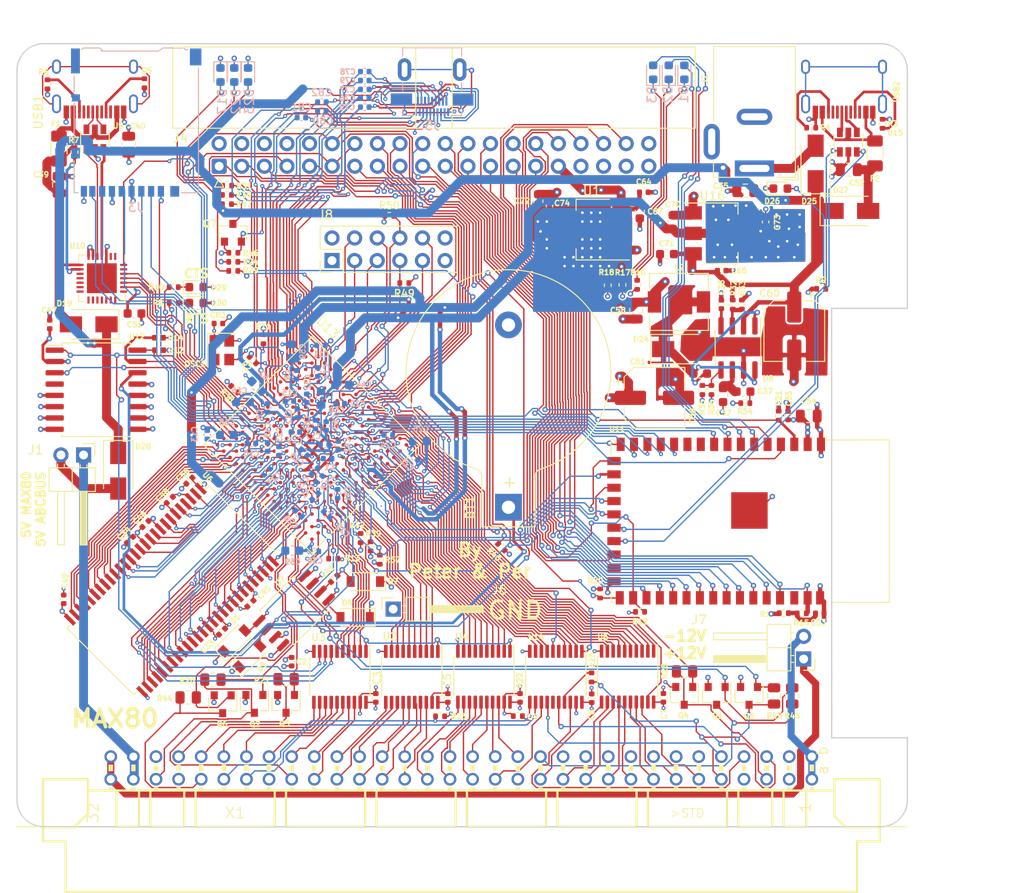
<source format=kicad_pcb>
(kicad_pcb (version 20171130) (host pcbnew 5.1.10-88a1d61d58~90~ubuntu20.04.1)

  (general
    (thickness 1.6)
    (drawings 21)
    (tracks 5555)
    (zones 0)
    (modules 189)
    (nets 273)
  )

  (page A4)
  (title_block
    (title MAX80)
    (date 2021-01-31)
    (rev 0.01)
    (company "No name")
  )

  (layers
    (0 F.Cu signal)
    (1 In1.Cu power)
    (2 In2.Cu signal)
    (31 B.Cu signal)
    (32 B.Adhes user)
    (33 F.Adhes user)
    (34 B.Paste user)
    (35 F.Paste user)
    (36 B.SilkS user)
    (37 F.SilkS user)
    (38 B.Mask user)
    (39 F.Mask user)
    (40 Dwgs.User user)
    (41 Cmts.User user)
    (42 Eco1.User user)
    (43 Eco2.User user)
    (44 Edge.Cuts user)
    (45 Margin user)
    (46 B.CrtYd user)
    (47 F.CrtYd user)
    (48 B.Fab user hide)
    (49 F.Fab user hide)
  )

  (setup
    (last_trace_width 0.15)
    (user_trace_width 0.15)
    (user_trace_width 0.3)
    (user_trace_width 0.5)
    (trace_clearance 0.15)
    (zone_clearance 0.15)
    (zone_45_only no)
    (trace_min 0.15)
    (via_size 0.6)
    (via_drill 0.3)
    (via_min_size 0.45)
    (via_min_drill 0.2)
    (user_via 0.45 0.2)
    (uvia_size 0.3)
    (uvia_drill 0.1)
    (uvias_allowed yes)
    (uvia_min_size 0.2)
    (uvia_min_drill 0.1)
    (edge_width 0.15)
    (segment_width 0.3)
    (pcb_text_width 0.3)
    (pcb_text_size 1.5 1.5)
    (mod_edge_width 0.15)
    (mod_text_size 1 1)
    (mod_text_width 0.15)
    (pad_size 0.46 0.4)
    (pad_drill 0)
    (pad_to_mask_clearance 0)
    (aux_axis_origin 0 0)
    (visible_elements FFFFFF7F)
    (pcbplotparams
      (layerselection 0x010fc_ffffffff)
      (usegerberextensions false)
      (usegerberattributes true)
      (usegerberadvancedattributes true)
      (creategerberjobfile true)
      (excludeedgelayer true)
      (linewidth 0.100000)
      (plotframeref false)
      (viasonmask false)
      (mode 1)
      (useauxorigin false)
      (hpglpennumber 1)
      (hpglpenspeed 20)
      (hpglpendiameter 15.000000)
      (psnegative false)
      (psa4output false)
      (plotreference true)
      (plotvalue true)
      (plotinvisibletext false)
      (padsonsilk false)
      (subtractmaskfromsilk false)
      (outputformat 1)
      (mirror false)
      (drillshape 0)
      (scaleselection 1)
      (outputdirectory "max80_gerber"))
  )

  (net 0 "")
  (net 1 GND)
  (net 2 +5V)
  (net 3 "Net-(R5-Pad2)")
  (net 4 "Net-(R6-Pad2)")
  (net 5 "Net-(R7-Pad1)")
  (net 6 "Net-(U10-Pad5)")
  (net 7 "Net-(U10-Pad4)")
  (net 8 "Net-(U9-Pad4)")
  (net 9 "Net-(U9-Pad6)")
  (net 10 "Net-(USB1-Pad13)")
  (net 11 "Net-(BT1-Pad1)")
  (net 12 /A4)
  (net 13 /A3)
  (net 14 /A2)
  (net 15 /A1)
  (net 16 /A0)
  (net 17 /IO0)
  (net 18 /IO3)
  (net 19 /IO4)
  (net 20 /IO5)
  (net 21 /IO6)
  (net 22 /IO7)
  (net 23 /A11)
  (net 24 /IO9)
  (net 25 /A8)
  (net 26 /A7)
  (net 27 /A6)
  (net 28 /A5)
  (net 29 /A9)
  (net 30 /A10)
  (net 31 /A12)
  (net 32 /IO8)
  (net 33 /IO10)
  (net 34 /IO11)
  (net 35 /IO12)
  (net 36 /IO13)
  (net 37 /IO14)
  (net 38 /IO15)
  (net 39 /abc80bus/D7)
  (net 40 /abc80bus/D6)
  (net 41 /abc80bus/D5)
  (net 42 /abc80bus/D4)
  (net 43 /abc80bus/D3)
  (net 44 /abc80bus/D2)
  (net 45 /abc80bus/D1)
  (net 46 /abc80bus/D0)
  (net 47 /abc80bus/A8)
  (net 48 /abc80bus/A9)
  (net 49 /abc80bus/A10)
  (net 50 /abc80bus/A11)
  (net 51 /abc80bus/A12)
  (net 52 /abc80bus/A13)
  (net 53 /abc80bus/A14)
  (net 54 /abc80bus/A15)
  (net 55 /abc80bus/A7)
  (net 56 /abc80bus/A6)
  (net 57 /abc80bus/A5)
  (net 58 /abc80bus/A4)
  (net 59 /abc80bus/A3)
  (net 60 /abc80bus/A2)
  (net 61 /abc80bus/A1)
  (net 62 /abc80bus/A0)
  (net 63 /IO1)
  (net 64 /IO2)
  (net 65 /32KHZ)
  (net 66 /RTC_INT)
  (net 67 /abc80bus/ABC5V)
  (net 68 /SD_DAT1)
  (net 69 /SD_DAT3)
  (net 70 /SD_CMD)
  (net 71 /SD_CLK)
  (net 72 /SD_DAT0)
  (net 73 FPGA_TDI)
  (net 74 FPGA_TMS)
  (net 75 FPGA_TDO)
  (net 76 FPGA_TCK)
  (net 77 ABC_CLK_5)
  (net 78 /FPGA_SCL)
  (net 79 /FPGA_SDA)
  (net 80 FPGA_SPI_CLK)
  (net 81 FGPA_SPI_CS_ESP32)
  (net 82 INT_ESP32)
  (net 83 "Net-(C53-Pad1)")
  (net 84 "Net-(F2-Pad2)")
  (net 85 ESP32_TDO)
  (net 86 ESP32_TCK)
  (net 87 ESP32_TMS)
  (net 88 ESP32_IO0)
  (net 89 ESP32_RXD)
  (net 90 ESP32_TXD)
  (net 91 ESP32_EN)
  (net 92 "Net-(R3-Pad2)")
  (net 93 "Net-(R4-Pad2)")
  (net 94 /ESP32/USB_D-)
  (net 95 /ESP32/USB_D+)
  (net 96 ESP32_TDI)
  (net 97 "Net-(U15-Pad6)")
  (net 98 "Net-(U15-Pad4)")
  (net 99 "Net-(USB2-Pad13)")
  (net 100 "Net-(D1-Pad2)")
  (net 101 "Net-(D1-Pad1)")
  (net 102 "Net-(D2-Pad2)")
  (net 103 "Net-(D2-Pad1)")
  (net 104 "Net-(D3-Pad2)")
  (net 105 "Net-(D3-Pad1)")
  (net 106 ESP32_SCL)
  (net 107 ESP32_SDA)
  (net 108 ESP32_CS2)
  (net 109 ESP32_CS0)
  (net 110 ESP32_MISO)
  (net 111 ESP32_SCK)
  (net 112 ESP32_MOSI)
  (net 113 ESP32_CS1)
  (net 114 /FPGA_USB_TXD)
  (net 115 /FPGA_USB_RXD)
  (net 116 /abc80bus/~CS)
  (net 117 /abc80bus/~C4)
  (net 118 /abc80bus/~C3)
  (net 119 /abc80bus/~C2)
  (net 120 /abc80bus/~C1)
  (net 121 /abc80bus/~OUT)
  (net 122 /abc80bus/~RST)
  (net 123 /abc80bus/~XMEMFL)
  (net 124 /abc80bus/~INP)
  (net 125 /abc80bus/~STATUS)
  (net 126 /abc80bus/~XINPSTB)
  (net 127 /abc80bus/~XOUTSTB)
  (net 128 AD0)
  (net 129 AD1)
  (net 130 AD2)
  (net 131 AD3)
  (net 132 AD4)
  (net 133 AD5)
  (net 134 AD6)
  (net 135 AD7)
  (net 136 /abc80bus/~RESIN)
  (net 137 /FPGA_LED1)
  (net 138 /FPGA_LED2)
  (net 139 /FPGA_LED3)
  (net 140 "Net-(D17-Pad2)")
  (net 141 "Net-(D22-Pad2)")
  (net 142 "Net-(D23-Pad2)")
  (net 143 FPGA_GPIO3)
  (net 144 FPGA_GPIO2)
  (net 145 FPGA_GPIO1)
  (net 146 FPGA_GPIO0)
  (net 147 FPGA_GPIO5)
  (net 148 FPGA_GPIO4)
  (net 149 "Net-(C36-Pad1)")
  (net 150 "Net-(C37-Pad2)")
  (net 151 "Net-(C37-Pad1)")
  (net 152 "Net-(C38-Pad2)")
  (net 153 "Net-(R32-Pad2)")
  (net 154 "Net-(R35-Pad2)")
  (net 155 "Net-(C38-Pad1)")
  (net 156 /abc80bus/READY)
  (net 157 /abc80bus/~NMI)
  (net 158 ~FPGA_READY)
  (net 159 FPGA_NMI)
  (net 160 "Net-(D26-Pad2)")
  (net 161 FPGA_RESIN)
  (net 162 /DQMH)
  (net 163 /CLK)
  (net 164 /CKE)
  (net 165 /BA1)
  (net 166 /BA0)
  (net 167 /DQML)
  (net 168 "Net-(D28-Pad2)")
  (net 169 "Net-(D25-Pad2)")
  (net 170 "Net-(F1-Pad2)")
  (net 171 /FPGA_USB_RTS)
  (net 172 /FPGA_USB_CTS)
  (net 173 "Net-(C39-Pad1)")
  (net 174 "Net-(C52-Pad1)")
  (net 175 /WE#)
  (net 176 /CAS#)
  (net 177 /RAS#)
  (net 178 /CS#)
  (net 179 "Net-(D29-Pad1)")
  (net 180 "Net-(D30-Pad1)")
  (net 181 +3V3)
  (net 182 +2V5)
  (net 183 +1V2)
  (net 184 "Net-(R13-Pad1)")
  (net 185 "Net-(R37-Pad2)")
  (net 186 "Net-(R38-Pad2)")
  (net 187 "Net-(R41-Pad2)")
  (net 188 DATA0)
  (net 189 ~CS_ABC_3V3)
  (net 190 ~OUT_ABC_3V3)
  (net 191 AD8)
  (net 192 ~C1_ABC_3V3)
  (net 193 AD9)
  (net 194 ~C2_ABC_3V3)
  (net 195 AD10)
  (net 196 ~C3_ABC_3V3)
  (net 197 ~C4_ABC_3V3)
  (net 198 AD11)
  (net 199 AD12)
  (net 200 AD13)
  (net 201 AD14)
  (net 202 AD15)
  (net 203 DLCK)
  (net 204 ASD0)
  (net 205 nCE0)
  (net 206 ~INP_ABC_3V3)
  (net 207 ~STATUS_ABC_3V3)
  (net 208 DD0)
  (net 209 DD1)
  (net 210 DD2)
  (net 211 DD3)
  (net 212 DD4)
  (net 213 DD5)
  (net 214 DD6)
  (net 215 DD7)
  (net 216 DD8)
  (net 217 ~XOUTSTB_ABC_3V3)
  (net 218 ~RST_ABC_3V3)
  (net 219 ~XMEMFL_ABC_3V3)
  (net 220 ~XINPSTB_ABC_3V3)
  (net 221 ABC_CLK_3V3)
  (net 222 DD9)
  (net 223 FPGA_SPI_MOSI)
  (net 224 FPGA_SPI_MISO)
  (net 225 /SD_DAT2)
  (net 226 CLK0n)
  (net 227 "Net-(J5-PadSH)")
  (net 228 HDMI_CK-)
  (net 229 HDMI_D0+)
  (net 230 HDMI_D1-)
  (net 231 HDMI_D2+)
  (net 232 HDMI_CK+)
  (net 233 HDMI_D0-)
  (net 234 HDMI_D1+)
  (net 235 HDMI_D2-)
  (net 236 HDMI_SDA)
  (net 237 HDMI_HPD)
  (net 238 HDMI_SCL)
  (net 239 FPGA_JTAGEN)
  (net 240 FLASH_CS#)
  (net 241 /abc80bus/~INT)
  (net 242 /abc80bus/~XMEMW800)
  (net 243 /abc80bus/~XMEMW80)
  (net 244 INT_ABC_3V3)
  (net 245 INT800_ABC_3V3)
  (net 246 ~XMEMW80_ABC_3V3)
  (net 247 ~XMEMW800_ABC_3V3)
  (net 248 /abc80bus/~XM)
  (net 249 XM_ABC_3V3)
  (net 250 "Net-(R25-Pad2)")
  (net 251 AD16)
  (net 252 DD10)
  (net 253 /abc80bus/ABC_-12V)
  (net 254 /abc80bus/ABC_12V)
  (net 255 /FPGA_USB_DTR)
  (net 256 "Net-(C75-Pad1)")
  (net 257 "Net-(C76-Pad1)")
  (net 258 "Net-(C77-Pad1)")
  (net 259 "Net-(C78-Pad1)")
  (net 260 "Net-(C79-Pad1)")
  (net 261 "Net-(C80-Pad1)")
  (net 262 "Net-(C81-Pad1)")
  (net 263 "Net-(C82-Pad1)")
  (net 264 "Net-(J5-Pad19)")
  (net 265 EXT_HG)
  (net 266 EXT_HB)
  (net 267 EXT_HE)
  (net 268 EXT_HC)
  (net 269 EXT_HA)
  (net 270 EXT_HF)
  (net 271 EXT_HH)
  (net 272 EXT_HD)

  (net_class Default "This is the default net class."
    (clearance 0.15)
    (trace_width 0.15)
    (via_dia 0.6)
    (via_drill 0.3)
    (uvia_dia 0.3)
    (uvia_drill 0.1)
    (add_net +1V2)
    (add_net +2V5)
    (add_net +3V3)
    (add_net +5V)
    (add_net /32KHZ)
    (add_net /A0)
    (add_net /A1)
    (add_net /A10)
    (add_net /A11)
    (add_net /A12)
    (add_net /A2)
    (add_net /A3)
    (add_net /A4)
    (add_net /A5)
    (add_net /A6)
    (add_net /A7)
    (add_net /A8)
    (add_net /A9)
    (add_net /BA0)
    (add_net /BA1)
    (add_net /CAS#)
    (add_net /CKE)
    (add_net /CLK)
    (add_net /CS#)
    (add_net /DQMH)
    (add_net /DQML)
    (add_net /ESP32/USB_D+)
    (add_net /ESP32/USB_D-)
    (add_net /FPGA_LED1)
    (add_net /FPGA_LED2)
    (add_net /FPGA_LED3)
    (add_net /FPGA_SCL)
    (add_net /FPGA_SDA)
    (add_net /FPGA_USB_CTS)
    (add_net /FPGA_USB_DTR)
    (add_net /FPGA_USB_RTS)
    (add_net /FPGA_USB_RXD)
    (add_net /FPGA_USB_TXD)
    (add_net /IO0)
    (add_net /IO1)
    (add_net /IO10)
    (add_net /IO11)
    (add_net /IO12)
    (add_net /IO13)
    (add_net /IO14)
    (add_net /IO15)
    (add_net /IO2)
    (add_net /IO3)
    (add_net /IO4)
    (add_net /IO5)
    (add_net /IO6)
    (add_net /IO7)
    (add_net /IO8)
    (add_net /IO9)
    (add_net /RAS#)
    (add_net /RTC_INT)
    (add_net /SD_CLK)
    (add_net /SD_CMD)
    (add_net /SD_DAT0)
    (add_net /SD_DAT1)
    (add_net /SD_DAT2)
    (add_net /SD_DAT3)
    (add_net /WE#)
    (add_net /abc80bus/A0)
    (add_net /abc80bus/A1)
    (add_net /abc80bus/A10)
    (add_net /abc80bus/A11)
    (add_net /abc80bus/A12)
    (add_net /abc80bus/A13)
    (add_net /abc80bus/A14)
    (add_net /abc80bus/A15)
    (add_net /abc80bus/A2)
    (add_net /abc80bus/A3)
    (add_net /abc80bus/A4)
    (add_net /abc80bus/A5)
    (add_net /abc80bus/A6)
    (add_net /abc80bus/A7)
    (add_net /abc80bus/A8)
    (add_net /abc80bus/A9)
    (add_net /abc80bus/ABC5V)
    (add_net /abc80bus/ABC_-12V)
    (add_net /abc80bus/ABC_12V)
    (add_net /abc80bus/D0)
    (add_net /abc80bus/D1)
    (add_net /abc80bus/D2)
    (add_net /abc80bus/D3)
    (add_net /abc80bus/D4)
    (add_net /abc80bus/D5)
    (add_net /abc80bus/D6)
    (add_net /abc80bus/D7)
    (add_net /abc80bus/READY)
    (add_net /abc80bus/~C1)
    (add_net /abc80bus/~C2)
    (add_net /abc80bus/~C3)
    (add_net /abc80bus/~C4)
    (add_net /abc80bus/~CS)
    (add_net /abc80bus/~INP)
    (add_net /abc80bus/~INT)
    (add_net /abc80bus/~NMI)
    (add_net /abc80bus/~OUT)
    (add_net /abc80bus/~RESIN)
    (add_net /abc80bus/~RST)
    (add_net /abc80bus/~STATUS)
    (add_net /abc80bus/~XINPSTB)
    (add_net /abc80bus/~XM)
    (add_net /abc80bus/~XMEMFL)
    (add_net /abc80bus/~XMEMW80)
    (add_net /abc80bus/~XMEMW800)
    (add_net /abc80bus/~XOUTSTB)
    (add_net ABC_CLK_3V3)
    (add_net ABC_CLK_5)
    (add_net AD0)
    (add_net AD1)
    (add_net AD10)
    (add_net AD11)
    (add_net AD12)
    (add_net AD13)
    (add_net AD14)
    (add_net AD15)
    (add_net AD16)
    (add_net AD2)
    (add_net AD3)
    (add_net AD4)
    (add_net AD5)
    (add_net AD6)
    (add_net AD7)
    (add_net AD8)
    (add_net AD9)
    (add_net ASD0)
    (add_net CLK0n)
    (add_net DATA0)
    (add_net DD0)
    (add_net DD1)
    (add_net DD10)
    (add_net DD2)
    (add_net DD3)
    (add_net DD4)
    (add_net DD5)
    (add_net DD6)
    (add_net DD7)
    (add_net DD8)
    (add_net DD9)
    (add_net DLCK)
    (add_net ESP32_CS0)
    (add_net ESP32_CS1)
    (add_net ESP32_CS2)
    (add_net ESP32_EN)
    (add_net ESP32_IO0)
    (add_net ESP32_MISO)
    (add_net ESP32_MOSI)
    (add_net ESP32_RXD)
    (add_net ESP32_SCK)
    (add_net ESP32_SCL)
    (add_net ESP32_SDA)
    (add_net ESP32_TCK)
    (add_net ESP32_TDI)
    (add_net ESP32_TDO)
    (add_net ESP32_TMS)
    (add_net ESP32_TXD)
    (add_net EXT_HA)
    (add_net EXT_HB)
    (add_net EXT_HC)
    (add_net EXT_HD)
    (add_net EXT_HE)
    (add_net EXT_HF)
    (add_net EXT_HG)
    (add_net EXT_HH)
    (add_net FGPA_SPI_CS_ESP32)
    (add_net FLASH_CS#)
    (add_net FPGA_GPIO0)
    (add_net FPGA_GPIO1)
    (add_net FPGA_GPIO2)
    (add_net FPGA_GPIO3)
    (add_net FPGA_GPIO4)
    (add_net FPGA_GPIO5)
    (add_net FPGA_JTAGEN)
    (add_net FPGA_NMI)
    (add_net FPGA_RESIN)
    (add_net FPGA_SPI_CLK)
    (add_net FPGA_SPI_MISO)
    (add_net FPGA_SPI_MOSI)
    (add_net FPGA_TCK)
    (add_net FPGA_TDI)
    (add_net FPGA_TDO)
    (add_net FPGA_TMS)
    (add_net GND)
    (add_net HDMI_CK+)
    (add_net HDMI_CK-)
    (add_net HDMI_D0+)
    (add_net HDMI_D0-)
    (add_net HDMI_D1+)
    (add_net HDMI_D1-)
    (add_net HDMI_D2+)
    (add_net HDMI_D2-)
    (add_net HDMI_HPD)
    (add_net HDMI_SCL)
    (add_net HDMI_SDA)
    (add_net INT800_ABC_3V3)
    (add_net INT_ABC_3V3)
    (add_net INT_ESP32)
    (add_net "Net-(BT1-Pad1)")
    (add_net "Net-(C36-Pad1)")
    (add_net "Net-(C37-Pad1)")
    (add_net "Net-(C37-Pad2)")
    (add_net "Net-(C38-Pad1)")
    (add_net "Net-(C38-Pad2)")
    (add_net "Net-(C39-Pad1)")
    (add_net "Net-(C52-Pad1)")
    (add_net "Net-(C53-Pad1)")
    (add_net "Net-(C75-Pad1)")
    (add_net "Net-(C76-Pad1)")
    (add_net "Net-(C77-Pad1)")
    (add_net "Net-(C78-Pad1)")
    (add_net "Net-(C79-Pad1)")
    (add_net "Net-(C80-Pad1)")
    (add_net "Net-(C81-Pad1)")
    (add_net "Net-(C82-Pad1)")
    (add_net "Net-(D1-Pad1)")
    (add_net "Net-(D1-Pad2)")
    (add_net "Net-(D17-Pad2)")
    (add_net "Net-(D2-Pad1)")
    (add_net "Net-(D2-Pad2)")
    (add_net "Net-(D22-Pad2)")
    (add_net "Net-(D23-Pad2)")
    (add_net "Net-(D25-Pad2)")
    (add_net "Net-(D26-Pad2)")
    (add_net "Net-(D28-Pad2)")
    (add_net "Net-(D29-Pad1)")
    (add_net "Net-(D3-Pad1)")
    (add_net "Net-(D3-Pad2)")
    (add_net "Net-(D30-Pad1)")
    (add_net "Net-(F1-Pad2)")
    (add_net "Net-(F2-Pad2)")
    (add_net "Net-(J5-Pad19)")
    (add_net "Net-(J5-PadSH)")
    (add_net "Net-(R13-Pad1)")
    (add_net "Net-(R25-Pad2)")
    (add_net "Net-(R3-Pad2)")
    (add_net "Net-(R32-Pad2)")
    (add_net "Net-(R35-Pad2)")
    (add_net "Net-(R37-Pad2)")
    (add_net "Net-(R38-Pad2)")
    (add_net "Net-(R4-Pad2)")
    (add_net "Net-(R41-Pad2)")
    (add_net "Net-(R5-Pad2)")
    (add_net "Net-(R6-Pad2)")
    (add_net "Net-(R7-Pad1)")
    (add_net "Net-(U10-Pad4)")
    (add_net "Net-(U10-Pad5)")
    (add_net "Net-(U15-Pad4)")
    (add_net "Net-(U15-Pad6)")
    (add_net "Net-(U9-Pad4)")
    (add_net "Net-(U9-Pad6)")
    (add_net "Net-(USB1-Pad13)")
    (add_net "Net-(USB2-Pad13)")
    (add_net XM_ABC_3V3)
    (add_net nCE0)
    (add_net ~C1_ABC_3V3)
    (add_net ~C2_ABC_3V3)
    (add_net ~C3_ABC_3V3)
    (add_net ~C4_ABC_3V3)
    (add_net ~CS_ABC_3V3)
    (add_net ~FPGA_READY)
    (add_net ~INP_ABC_3V3)
    (add_net ~OUT_ABC_3V3)
    (add_net ~RST_ABC_3V3)
    (add_net ~STATUS_ABC_3V3)
    (add_net ~XINPSTB_ABC_3V3)
    (add_net ~XMEMFL_ABC_3V3)
    (add_net ~XMEMW800_ABC_3V3)
    (add_net ~XMEMW80_ABC_3V3)
    (add_net ~XOUTSTB_ABC_3V3)
  )

  (module max80:MAB64B-FAB64Q (layer F.Cu) (tedit 0) (tstamp 6025F71F)
    (at 154.8711 125.6736 270)
    (descr "<b>DIN 41612 CONNECTOR</b>\n<p>\nMale, 64 pins, type B, rows ab, grid 2.54 mm<br />\nFemale, 64 bits, type Q, rows ab, grid 2.54 mm<br />\nB mates with Q, but pin numbers reversed\n</p>")
    (path /6013B380/6011F2D2)
    (fp_text reference X1 (at 1.27 25.4) (layer F.SilkS)
      (effects (font (size 1.2065 1.2065) (thickness 0.12065)))
    )
    (fp_text value ABC-Bus (at 1.27 5.1054) (layer F.Fab)
      (effects (font (size 1.2065 1.2065) (thickness 0.12065)))
    )
    (fp_poly (pts (xy -4.191 39.624) (xy -3.429 39.624) (xy -3.429 39.116) (xy -4.191 39.116)) (layer F.SilkS) (width 0))
    (fp_poly (pts (xy -4.191 37.084) (xy -3.429 37.084) (xy -3.429 36.576) (xy -4.191 36.576)) (layer F.SilkS) (width 0))
    (fp_poly (pts (xy -4.191 34.544) (xy -3.429 34.544) (xy -3.429 34.036) (xy -4.191 34.036)) (layer F.SilkS) (width 0))
    (fp_poly (pts (xy -4.191 32.004) (xy -3.429 32.004) (xy -3.429 31.496) (xy -4.191 31.496)) (layer F.SilkS) (width 0))
    (fp_poly (pts (xy -4.191 29.464) (xy -3.429 29.464) (xy -3.429 28.956) (xy -4.191 28.956)) (layer F.SilkS) (width 0))
    (fp_poly (pts (xy -4.191 26.924) (xy -3.429 26.924) (xy -3.429 26.416) (xy -4.191 26.416)) (layer F.SilkS) (width 0))
    (fp_poly (pts (xy -4.191 24.384) (xy -3.429 24.384) (xy -3.429 23.876) (xy -4.191 23.876)) (layer F.SilkS) (width 0))
    (fp_poly (pts (xy -4.191 21.844) (xy -3.429 21.844) (xy -3.429 21.336) (xy -4.191 21.336)) (layer F.SilkS) (width 0))
    (fp_poly (pts (xy -4.191 19.304) (xy -3.429 19.304) (xy -3.429 18.796) (xy -4.191 18.796)) (layer F.SilkS) (width 0))
    (fp_poly (pts (xy -4.191 16.764) (xy -3.429 16.764) (xy -3.429 16.256) (xy -4.191 16.256)) (layer F.SilkS) (width 0))
    (fp_poly (pts (xy -4.191 14.224) (xy -3.429 14.224) (xy -3.429 13.716) (xy -4.191 13.716)) (layer F.SilkS) (width 0))
    (fp_poly (pts (xy -4.191 11.684) (xy -3.429 11.684) (xy -3.429 11.176) (xy -4.191 11.176)) (layer F.SilkS) (width 0))
    (fp_poly (pts (xy -4.191 9.144) (xy -3.429 9.144) (xy -3.429 8.636) (xy -4.191 8.636)) (layer F.SilkS) (width 0))
    (fp_poly (pts (xy -4.191 6.604) (xy -3.429 6.604) (xy -3.429 6.096) (xy -4.191 6.096)) (layer F.SilkS) (width 0))
    (fp_poly (pts (xy -4.191 4.064) (xy -3.429 4.064) (xy -3.429 3.556) (xy -4.191 3.556)) (layer F.SilkS) (width 0))
    (fp_poly (pts (xy -4.191 1.524) (xy -3.429 1.524) (xy -3.429 1.016) (xy -4.191 1.016)) (layer F.SilkS) (width 0))
    (fp_poly (pts (xy -4.191 -1.016) (xy -3.429 -1.016) (xy -3.429 -1.524) (xy -4.191 -1.524)) (layer F.SilkS) (width 0))
    (fp_poly (pts (xy -4.191 -3.556) (xy -3.429 -3.556) (xy -3.429 -4.064) (xy -4.191 -4.064)) (layer F.SilkS) (width 0))
    (fp_poly (pts (xy -4.191 -6.096) (xy -3.429 -6.096) (xy -3.429 -6.604) (xy -4.191 -6.604)) (layer F.SilkS) (width 0))
    (fp_poly (pts (xy -4.191 -8.636) (xy -3.429 -8.636) (xy -3.429 -9.144) (xy -4.191 -9.144)) (layer F.SilkS) (width 0))
    (fp_poly (pts (xy -4.191 -11.176) (xy -3.429 -11.176) (xy -3.429 -11.684) (xy -4.191 -11.684)) (layer F.SilkS) (width 0))
    (fp_poly (pts (xy -4.191 -13.716) (xy -3.429 -13.716) (xy -3.429 -14.224) (xy -4.191 -14.224)) (layer F.SilkS) (width 0))
    (fp_poly (pts (xy -4.191 -16.256) (xy -3.429 -16.256) (xy -3.429 -16.764) (xy -4.191 -16.764)) (layer F.SilkS) (width 0))
    (fp_poly (pts (xy -4.191 -18.796) (xy -3.429 -18.796) (xy -3.429 -19.304) (xy -4.191 -19.304)) (layer F.SilkS) (width 0))
    (fp_poly (pts (xy -4.191 -21.336) (xy -3.429 -21.336) (xy -3.429 -21.844) (xy -4.191 -21.844)) (layer F.SilkS) (width 0))
    (fp_poly (pts (xy -4.191 -23.876) (xy -3.429 -23.876) (xy -3.429 -24.384) (xy -4.191 -24.384)) (layer F.SilkS) (width 0))
    (fp_poly (pts (xy -4.191 -26.416) (xy -3.429 -26.416) (xy -3.429 -26.924) (xy -4.191 -26.924)) (layer F.SilkS) (width 0))
    (fp_poly (pts (xy -4.191 -28.956) (xy -3.429 -28.956) (xy -3.429 -29.464) (xy -4.191 -29.464)) (layer F.SilkS) (width 0))
    (fp_poly (pts (xy -4.191 -31.496) (xy -3.429 -31.496) (xy -3.429 -32.004) (xy -4.191 -32.004)) (layer F.SilkS) (width 0))
    (fp_poly (pts (xy -4.191 -34.036) (xy -3.429 -34.036) (xy -3.429 -34.544) (xy -4.191 -34.544)) (layer F.SilkS) (width 0))
    (fp_poly (pts (xy -4.191 -36.576) (xy -3.429 -36.576) (xy -3.429 -37.084) (xy -4.191 -37.084)) (layer F.SilkS) (width 0))
    (fp_poly (pts (xy -4.191 -39.116) (xy -3.429 -39.116) (xy -3.429 -39.624) (xy -4.191 -39.624)) (layer F.SilkS) (width 0))
    (fp_poly (pts (xy -5.334 39.624) (xy -4.191 39.624) (xy -4.191 39.116) (xy -5.334 39.116)) (layer F.Fab) (width 0))
    (fp_poly (pts (xy -1.651 39.624) (xy -1.27 39.624) (xy -1.27 39.116) (xy -1.651 39.116)) (layer F.SilkS) (width 0))
    (fp_poly (pts (xy -3.429 39.624) (xy -1.651 39.624) (xy -1.651 39.116) (xy -3.429 39.116)) (layer F.Fab) (width 0))
    (fp_poly (pts (xy -1.651 37.084) (xy -1.27 37.084) (xy -1.27 36.576) (xy -1.651 36.576)) (layer F.SilkS) (width 0))
    (fp_poly (pts (xy -3.429 37.084) (xy -1.651 37.084) (xy -1.651 36.576) (xy -3.429 36.576)) (layer F.Fab) (width 0))
    (fp_poly (pts (xy -5.334 37.084) (xy -4.191 37.084) (xy -4.191 36.576) (xy -5.334 36.576)) (layer F.Fab) (width 0))
    (fp_poly (pts (xy -5.334 34.544) (xy -4.191 34.544) (xy -4.191 34.036) (xy -5.334 34.036)) (layer F.Fab) (width 0))
    (fp_poly (pts (xy -3.429 34.544) (xy -1.651 34.544) (xy -1.651 34.036) (xy -3.429 34.036)) (layer F.Fab) (width 0))
    (fp_poly (pts (xy -1.651 34.544) (xy -1.27 34.544) (xy -1.27 34.036) (xy -1.651 34.036)) (layer F.SilkS) (width 0))
    (fp_poly (pts (xy -1.651 32.004) (xy -1.27 32.004) (xy -1.27 31.496) (xy -1.651 31.496)) (layer F.SilkS) (width 0))
    (fp_poly (pts (xy -3.429 32.004) (xy -1.651 32.004) (xy -1.651 31.496) (xy -3.429 31.496)) (layer F.Fab) (width 0))
    (fp_poly (pts (xy -5.334 32.004) (xy -4.191 32.004) (xy -4.191 31.496) (xy -5.334 31.496)) (layer F.Fab) (width 0))
    (fp_poly (pts (xy -5.334 29.464) (xy -4.191 29.464) (xy -4.191 28.956) (xy -5.334 28.956)) (layer F.Fab) (width 0))
    (fp_poly (pts (xy -1.651 29.464) (xy -1.27 29.464) (xy -1.27 28.956) (xy -1.651 28.956)) (layer F.SilkS) (width 0))
    (fp_poly (pts (xy -3.429 29.464) (xy -1.651 29.464) (xy -1.651 28.956) (xy -3.429 28.956)) (layer F.Fab) (width 0))
    (fp_poly (pts (xy -5.334 26.924) (xy -4.191 26.924) (xy -4.191 26.416) (xy -5.334 26.416)) (layer F.Fab) (width 0))
    (fp_poly (pts (xy -1.651 26.924) (xy -1.27 26.924) (xy -1.27 26.416) (xy -1.651 26.416)) (layer F.SilkS) (width 0))
    (fp_poly (pts (xy -3.429 26.924) (xy -1.651 26.924) (xy -1.651 26.416) (xy -3.429 26.416)) (layer F.Fab) (width 0))
    (fp_poly (pts (xy -5.334 24.384) (xy -4.191 24.384) (xy -4.191 23.876) (xy -5.334 23.876)) (layer F.Fab) (width 0))
    (fp_poly (pts (xy -1.651 24.384) (xy -1.27 24.384) (xy -1.27 23.876) (xy -1.651 23.876)) (layer F.SilkS) (width 0))
    (fp_poly (pts (xy -3.429 24.384) (xy -1.651 24.384) (xy -1.651 23.876) (xy -3.429 23.876)) (layer F.Fab) (width 0))
    (fp_poly (pts (xy -1.651 21.844) (xy -1.27 21.844) (xy -1.27 21.336) (xy -1.651 21.336)) (layer F.SilkS) (width 0))
    (fp_poly (pts (xy -3.429 21.844) (xy -1.651 21.844) (xy -1.651 21.336) (xy -3.429 21.336)) (layer F.Fab) (width 0))
    (fp_poly (pts (xy -5.334 21.844) (xy -4.191 21.844) (xy -4.191 21.336) (xy -5.334 21.336)) (layer F.Fab) (width 0))
    (fp_poly (pts (xy -5.334 19.304) (xy -4.191 19.304) (xy -4.191 18.796) (xy -5.334 18.796)) (layer F.Fab) (width 0))
    (fp_poly (pts (xy -1.651 19.304) (xy -1.27 19.304) (xy -1.27 18.796) (xy -1.651 18.796)) (layer F.SilkS) (width 0))
    (fp_poly (pts (xy -3.429 19.304) (xy -1.651 19.304) (xy -1.651 18.796) (xy -3.429 18.796)) (layer F.Fab) (width 0))
    (fp_poly (pts (xy -5.334 14.224) (xy -4.191 14.224) (xy -4.191 13.716) (xy -5.334 13.716)) (layer F.Fab) (width 0))
    (fp_poly (pts (xy -3.429 14.224) (xy -1.651 14.224) (xy -1.651 13.716) (xy -3.429 13.716)) (layer F.Fab) (width 0))
    (fp_poly (pts (xy -5.334 16.764) (xy -4.191 16.764) (xy -4.191 16.256) (xy -5.334 16.256)) (layer F.Fab) (width 0))
    (fp_poly (pts (xy -1.651 16.764) (xy -1.27 16.764) (xy -1.27 16.256) (xy -1.651 16.256)) (layer F.SilkS) (width 0))
    (fp_poly (pts (xy -3.429 16.764) (xy -1.651 16.764) (xy -1.651 16.256) (xy -3.429 16.256)) (layer F.Fab) (width 0))
    (fp_poly (pts (xy -5.334 11.684) (xy -4.191 11.684) (xy -4.191 11.176) (xy -5.334 11.176)) (layer F.Fab) (width 0))
    (fp_poly (pts (xy -3.429 11.684) (xy -1.651 11.684) (xy -1.651 11.176) (xy -3.429 11.176)) (layer F.Fab) (width 0))
    (fp_poly (pts (xy -1.651 14.224) (xy -1.27 14.224) (xy -1.27 13.716) (xy -1.651 13.716)) (layer F.SilkS) (width 0))
    (fp_poly (pts (xy -1.651 11.684) (xy -1.27 11.684) (xy -1.27 11.176) (xy -1.651 11.176)) (layer F.SilkS) (width 0))
    (fp_poly (pts (xy -1.651 9.144) (xy -1.27 9.144) (xy -1.27 8.636) (xy -1.651 8.636)) (layer F.SilkS) (width 0))
    (fp_poly (pts (xy -3.429 9.144) (xy -1.651 9.144) (xy -1.651 8.636) (xy -3.429 8.636)) (layer F.Fab) (width 0))
    (fp_poly (pts (xy -5.334 9.144) (xy -4.191 9.144) (xy -4.191 8.636) (xy -5.334 8.636)) (layer F.Fab) (width 0))
    (fp_poly (pts (xy -5.334 6.604) (xy -4.191 6.604) (xy -4.191 6.096) (xy -5.334 6.096)) (layer F.Fab) (width 0))
    (fp_poly (pts (xy -1.651 6.604) (xy -1.27 6.604) (xy -1.27 6.096) (xy -1.651 6.096)) (layer F.SilkS) (width 0))
    (fp_poly (pts (xy -3.429 6.604) (xy -1.651 6.604) (xy -1.651 6.096) (xy -3.429 6.096)) (layer F.Fab) (width 0))
    (fp_poly (pts (xy -5.334 4.064) (xy -4.191 4.064) (xy -4.191 3.556) (xy -5.334 3.556)) (layer F.Fab) (width 0))
    (fp_poly (pts (xy -3.429 4.064) (xy -1.651 4.064) (xy -1.651 3.556) (xy -3.429 3.556)) (layer F.Fab) (width 0))
    (fp_poly (pts (xy -1.651 4.064) (xy -1.27 4.064) (xy -1.27 3.556) (xy -1.651 3.556)) (layer F.SilkS) (width 0))
    (fp_poly (pts (xy -5.334 1.524) (xy -4.191 1.524) (xy -4.191 1.016) (xy -5.334 1.016)) (layer F.Fab) (width 0))
    (fp_poly (pts (xy -3.429 1.524) (xy -1.651 1.524) (xy -1.651 1.016) (xy -3.429 1.016)) (layer F.Fab) (width 0))
    (fp_poly (pts (xy -1.651 1.524) (xy -1.27 1.524) (xy -1.27 1.016) (xy -1.651 1.016)) (layer F.SilkS) (width 0))
    (fp_poly (pts (xy -1.651 -1.016) (xy -1.27 -1.016) (xy -1.27 -1.524) (xy -1.651 -1.524)) (layer F.SilkS) (width 0))
    (fp_poly (pts (xy -3.429 -1.016) (xy -1.651 -1.016) (xy -1.651 -1.524) (xy -3.429 -1.524)) (layer F.Fab) (width 0))
    (fp_poly (pts (xy -5.334 -1.016) (xy -4.191 -1.016) (xy -4.191 -1.524) (xy -5.334 -1.524)) (layer F.Fab) (width 0))
    (fp_poly (pts (xy -5.334 -3.556) (xy -4.191 -3.556) (xy -4.191 -4.064) (xy -5.334 -4.064)) (layer F.Fab) (width 0))
    (fp_poly (pts (xy -1.651 -3.556) (xy -1.27 -3.556) (xy -1.27 -4.064) (xy -1.651 -4.064)) (layer F.SilkS) (width 0))
    (fp_poly (pts (xy -1.651 -6.096) (xy -1.27 -6.096) (xy -1.27 -6.604) (xy -1.651 -6.604)) (layer F.SilkS) (width 0))
    (fp_poly (pts (xy -3.429 -3.556) (xy -1.651 -3.556) (xy -1.651 -4.064) (xy -3.429 -4.064)) (layer F.Fab) (width 0))
    (fp_poly (pts (xy -3.429 -6.096) (xy -1.651 -6.096) (xy -1.651 -6.604) (xy -3.429 -6.604)) (layer F.Fab) (width 0))
    (fp_poly (pts (xy -5.334 -6.096) (xy -4.191 -6.096) (xy -4.191 -6.604) (xy -5.334 -6.604)) (layer F.Fab) (width 0))
    (fp_poly (pts (xy -5.334 -8.636) (xy -4.191 -8.636) (xy -4.191 -9.144) (xy -5.334 -9.144)) (layer F.Fab) (width 0))
    (fp_poly (pts (xy -5.334 -11.176) (xy -4.191 -11.176) (xy -4.191 -11.684) (xy -5.334 -11.684)) (layer F.Fab) (width 0))
    (fp_poly (pts (xy -1.651 -8.636) (xy -1.27 -8.636) (xy -1.27 -9.144) (xy -1.651 -9.144)) (layer F.SilkS) (width 0))
    (fp_poly (pts (xy -1.651 -11.176) (xy -1.27 -11.176) (xy -1.27 -11.684) (xy -1.651 -11.684)) (layer F.SilkS) (width 0))
    (fp_poly (pts (xy -3.429 -8.636) (xy -1.651 -8.636) (xy -1.651 -9.144) (xy -3.429 -9.144)) (layer F.Fab) (width 0))
    (fp_poly (pts (xy -3.429 -11.176) (xy -1.651 -11.176) (xy -1.651 -11.684) (xy -3.429 -11.684)) (layer F.Fab) (width 0))
    (fp_poly (pts (xy -1.651 -13.716) (xy -1.27 -13.716) (xy -1.27 -14.224) (xy -1.651 -14.224)) (layer F.SilkS) (width 0))
    (fp_poly (pts (xy -3.429 -13.716) (xy -1.651 -13.716) (xy -1.651 -14.224) (xy -3.429 -14.224)) (layer F.Fab) (width 0))
    (fp_poly (pts (xy -5.334 -13.716) (xy -4.191 -13.716) (xy -4.191 -14.224) (xy -5.334 -14.224)) (layer F.Fab) (width 0))
    (fp_poly (pts (xy -5.334 -16.256) (xy -4.191 -16.256) (xy -4.191 -16.764) (xy -5.334 -16.764)) (layer F.Fab) (width 0))
    (fp_poly (pts (xy -3.429 -16.256) (xy -1.651 -16.256) (xy -1.651 -16.764) (xy -3.429 -16.764)) (layer F.Fab) (width 0))
    (fp_poly (pts (xy -1.651 -16.256) (xy -1.27 -16.256) (xy -1.27 -16.764) (xy -1.651 -16.764)) (layer F.SilkS) (width 0))
    (fp_poly (pts (xy -5.334 -18.796) (xy -4.191 -18.796) (xy -4.191 -19.304) (xy -5.334 -19.304)) (layer F.Fab) (width 0))
    (fp_poly (pts (xy -1.651 -18.796) (xy -1.27 -18.796) (xy -1.27 -19.304) (xy -1.651 -19.304)) (layer F.SilkS) (width 0))
    (fp_poly (pts (xy -3.429 -18.796) (xy -1.651 -18.796) (xy -1.651 -19.304) (xy -3.429 -19.304)) (layer F.Fab) (width 0))
    (fp_poly (pts (xy -5.334 -21.336) (xy -4.191 -21.336) (xy -4.191 -21.844) (xy -5.334 -21.844)) (layer F.Fab) (width 0))
    (fp_poly (pts (xy -1.651 -21.336) (xy -1.27 -21.336) (xy -1.27 -21.844) (xy -1.651 -21.844)) (layer F.SilkS) (width 0))
    (fp_poly (pts (xy -3.429 -21.336) (xy -1.651 -21.336) (xy -1.651 -21.844) (xy -3.429 -21.844)) (layer F.Fab) (width 0))
    (fp_poly (pts (xy -3.429 -23.876) (xy -1.651 -23.876) (xy -1.651 -24.384) (xy -3.429 -24.384)) (layer F.Fab) (width 0))
    (fp_poly (pts (xy -1.651 -23.876) (xy -1.27 -23.876) (xy -1.27 -24.384) (xy -1.651 -24.384)) (layer F.SilkS) (width 0))
    (fp_poly (pts (xy -5.334 -23.876) (xy -4.191 -23.876) (xy -4.191 -24.384) (xy -5.334 -24.384)) (layer F.Fab) (width 0))
    (fp_poly (pts (xy -5.334 -26.416) (xy -4.191 -26.416) (xy -4.191 -26.924) (xy -5.334 -26.924)) (layer F.Fab) (width 0))
    (fp_poly (pts (xy -5.334 -28.956) (xy -4.191 -28.956) (xy -4.191 -29.464) (xy -5.334 -29.464)) (layer F.Fab) (width 0))
    (fp_poly (pts (xy -3.429 -26.416) (xy -1.651 -26.416) (xy -1.651 -26.924) (xy -3.429 -26.924)) (layer F.Fab) (width 0))
    (fp_poly (pts (xy -3.429 -28.956) (xy -1.651 -28.956) (xy -1.651 -29.464) (xy -3.429 -29.464)) (layer F.Fab) (width 0))
    (fp_poly (pts (xy -1.651 -26.416) (xy -1.27 -26.416) (xy -1.27 -26.924) (xy -1.651 -26.924)) (layer F.SilkS) (width 0))
    (fp_poly (pts (xy -1.651 -28.956) (xy -1.27 -28.956) (xy -1.27 -29.464) (xy -1.651 -29.464)) (layer F.SilkS) (width 0))
    (fp_poly (pts (xy -5.334 -31.496) (xy -4.191 -31.496) (xy -4.191 -32.004) (xy -5.334 -32.004)) (layer F.Fab) (width 0))
    (fp_poly (pts (xy -3.429 -31.496) (xy -1.651 -31.496) (xy -1.651 -32.004) (xy -3.429 -32.004)) (layer F.Fab) (width 0))
    (fp_poly (pts (xy -1.651 -31.496) (xy -1.27 -31.496) (xy -1.27 -32.004) (xy -1.651 -32.004)) (layer F.SilkS) (width 0))
    (fp_poly (pts (xy -3.429 -34.036) (xy -1.651 -34.036) (xy -1.651 -34.544) (xy -3.429 -34.544)) (layer F.Fab) (width 0))
    (fp_poly (pts (xy -1.651 -34.036) (xy -1.27 -34.036) (xy -1.27 -34.544) (xy -1.651 -34.544)) (layer F.SilkS) (width 0))
    (fp_poly (pts (xy -5.334 -34.036) (xy -4.191 -34.036) (xy -4.191 -34.544) (xy -5.334 -34.544)) (layer F.Fab) (width 0))
    (fp_poly (pts (xy -5.334 -36.576) (xy -4.191 -36.576) (xy -4.191 -37.084) (xy -5.334 -37.084)) (layer F.Fab) (width 0))
    (fp_poly (pts (xy -3.429 -36.576) (xy -1.651 -36.576) (xy -1.651 -37.084) (xy -3.429 -37.084)) (layer F.Fab) (width 0))
    (fp_poly (pts (xy -1.651 -36.576) (xy -1.27 -36.576) (xy -1.27 -37.084) (xy -1.651 -37.084)) (layer F.SilkS) (width 0))
    (fp_poly (pts (xy -5.334 -39.116) (xy -4.191 -39.116) (xy -4.191 -39.624) (xy -5.334 -39.624)) (layer F.Fab) (width 0))
    (fp_poly (pts (xy -3.429 -39.116) (xy -1.651 -39.116) (xy -1.651 -39.624) (xy -3.429 -39.624)) (layer F.Fab) (width 0))
    (fp_poly (pts (xy -1.651 -39.116) (xy -1.27 -39.116) (xy -1.27 -39.624) (xy -1.651 -39.624)) (layer F.SilkS) (width 0))
    (fp_circle (center 0 44.45) (end 1.27 44.45) (layer F.SilkS) (width 0.254))
    (fp_circle (center 0 -44.45) (end 1.27 -44.45) (layer F.SilkS) (width 0.254))
    (fp_line (start 2.794 50.0126) (end 2.794 -50.0126) (layer F.SilkS) (width 0.12))
    (fp_line (start -1.27 38.735) (end -1.27 41.91) (layer F.SilkS) (width 0.254))
    (fp_line (start 2.794 38.735) (end -1.27 38.735) (layer F.SilkS) (width 0.254))
    (fp_line (start -1.27 36.195) (end -1.27 38.735) (layer F.SilkS) (width 0.254))
    (fp_line (start 2.794 36.195) (end 2.794 38.735) (layer F.SilkS) (width 0.254))
    (fp_line (start 2.794 36.195) (end -1.27 36.195) (layer F.SilkS) (width 0.254))
    (fp_line (start -1.27 34.925) (end -1.27 36.195) (layer F.SilkS) (width 0.254))
    (fp_line (start 2.794 34.925) (end -1.27 34.925) (layer F.SilkS) (width 0.254))
    (fp_line (start -1.27 31.115) (end -1.27 34.925) (layer F.SilkS) (width 0.254))
    (fp_line (start 2.794 31.115) (end 2.794 34.925) (layer F.SilkS) (width 0.254))
    (fp_line (start 2.794 31.115) (end -1.27 31.115) (layer F.SilkS) (width 0.254))
    (fp_line (start -1.27 29.845) (end -1.27 31.115) (layer F.SilkS) (width 0.254))
    (fp_line (start 2.794 29.845) (end -1.27 29.845) (layer F.SilkS) (width 0.254))
    (fp_line (start -1.27 20.955) (end -1.27 29.845) (layer F.SilkS) (width 0.254))
    (fp_line (start 2.794 20.955) (end 2.794 29.845) (layer F.SilkS) (width 0.254))
    (fp_line (start 2.794 20.955) (end -1.27 20.955) (layer F.SilkS) (width 0.254))
    (fp_line (start -1.27 19.685) (end -1.27 20.955) (layer F.SilkS) (width 0.254))
    (fp_line (start 2.794 19.685) (end -1.27 19.685) (layer F.SilkS) (width 0.254))
    (fp_line (start -1.27 10.795) (end -1.27 19.685) (layer F.SilkS) (width 0.254))
    (fp_line (start 2.794 10.795) (end 2.794 19.685) (layer F.SilkS) (width 0.254))
    (fp_line (start 2.794 10.795) (end -1.27 10.795) (layer F.SilkS) (width 0.254))
    (fp_line (start -1.27 9.525) (end -1.27 10.795) (layer F.SilkS) (width 0.254))
    (fp_line (start 2.794 9.525) (end -1.27 9.525) (layer F.SilkS) (width 0.254))
    (fp_line (start -1.27 0.635) (end -1.27 9.525) (layer F.SilkS) (width 0.254))
    (fp_line (start 2.794 0.635) (end 2.794 9.525) (layer F.SilkS) (width 0.254))
    (fp_line (start 2.794 0.635) (end -1.27 0.635) (layer F.SilkS) (width 0.254))
    (fp_line (start -1.27 -0.635) (end -1.27 0.635) (layer F.SilkS) (width 0.254))
    (fp_line (start 2.794 -0.635) (end -1.27 -0.635) (layer F.SilkS) (width 0.254))
    (fp_line (start -1.27 -9.525) (end -1.27 -0.635) (layer F.SilkS) (width 0.254))
    (fp_line (start 2.794 -9.525) (end 2.794 -0.635) (layer F.SilkS) (width 0.254))
    (fp_line (start 2.794 -9.525) (end -1.27 -9.525) (layer F.SilkS) (width 0.254))
    (fp_line (start -1.27 -10.795) (end -1.27 -9.525) (layer F.SilkS) (width 0.254))
    (fp_line (start 2.794 -10.795) (end -1.27 -10.795) (layer F.SilkS) (width 0.254))
    (fp_line (start -1.27 -19.685) (end -1.27 -10.795) (layer F.SilkS) (width 0.254))
    (fp_line (start 2.794 -19.685) (end 2.794 -10.795) (layer F.SilkS) (width 0.254))
    (fp_line (start 2.794 -19.685) (end -1.27 -19.685) (layer F.SilkS) (width 0.254))
    (fp_line (start -1.27 -20.955) (end -1.27 -19.685) (layer F.SilkS) (width 0.254))
    (fp_line (start 2.794 -20.955) (end -1.27 -20.955) (layer F.SilkS) (width 0.254))
    (fp_line (start -1.27 -29.845) (end -1.27 -20.955) (layer F.SilkS) (width 0.254))
    (fp_line (start 2.794 -29.845) (end 2.794 -20.955) (layer F.SilkS) (width 0.254))
    (fp_line (start 2.794 -29.845) (end -1.27 -29.845) (layer F.SilkS) (width 0.254))
    (fp_line (start -1.27 -31.115) (end -1.27 -29.845) (layer F.SilkS) (width 0.254))
    (fp_line (start 2.794 -31.115) (end -1.27 -31.115) (layer F.SilkS) (width 0.254))
    (fp_line (start -1.27 -34.925) (end -1.27 -31.115) (layer F.SilkS) (width 0.254))
    (fp_line (start 2.794 -34.925) (end 2.794 -31.115) (layer F.SilkS) (width 0.254))
    (fp_line (start 2.794 -34.925) (end -1.27 -34.925) (layer F.SilkS) (width 0.254))
    (fp_line (start -1.27 -36.195) (end -1.27 -34.925) (layer F.SilkS) (width 0.254))
    (fp_line (start 2.794 -36.195) (end -1.27 -36.195) (layer F.SilkS) (width 0.254))
    (fp_line (start -1.27 -38.735) (end -1.27 -36.195) (layer F.SilkS) (width 0.254))
    (fp_line (start 2.794 -38.735) (end -1.27 -38.735) (layer F.SilkS) (width 0.254))
    (fp_line (start 2.794 -38.735) (end 2.794 -36.195) (layer F.SilkS) (width 0.254))
    (fp_line (start -1.27 -41.91) (end -1.27 -38.735) (layer F.SilkS) (width 0.254))
    (fp_line (start -1.27 41.91) (end 1.27 41.91) (layer F.SilkS) (width 0.254))
    (fp_line (start -2.54 41.91) (end -1.27 41.91) (layer F.SilkS) (width 0.254))
    (fp_line (start -2.54 41.91) (end -2.54 46.99) (layer F.SilkS) (width 0.254))
    (fp_line (start 2.8702 43.5102) (end 2.8702 46.99) (layer F.SilkS) (width 0.254))
    (fp_line (start 2.8702 43.5102) (end 1.27 41.91) (layer F.SilkS) (width 0.254))
    (fp_line (start 2.8702 46.99) (end 4.445 46.99) (layer F.SilkS) (width 0.254))
    (fp_line (start -2.54 46.99) (end 2.8702 46.99) (layer F.SilkS) (width 0.254))
    (fp_line (start 2.8702 -43.18) (end 2.8702 -46.99) (layer F.SilkS) (width 0.254))
    (fp_line (start 1.6002 -41.91) (end 2.8702 -43.18) (layer F.SilkS) (width 0.254))
    (fp_line (start 2.8702 -46.99) (end -2.54 -46.99) (layer F.SilkS) (width 0.254))
    (fp_line (start 4.445 -46.99) (end 2.8702 -46.99) (layer F.SilkS) (width 0.254))
    (fp_line (start -1.27 -41.91) (end 1.6002 -41.91) (layer F.SilkS) (width 0.254))
    (fp_line (start -2.54 -41.91) (end -1.27 -41.91) (layer F.SilkS) (width 0.254))
    (fp_line (start -2.54 -46.99) (end -2.54 -41.91) (layer F.SilkS) (width 0.254))
    (fp_line (start 4.445 -44.45) (end 4.445 -46.99) (layer F.SilkS) (width 0.254))
    (fp_line (start 10.16 -44.45) (end 4.445 -44.45) (layer F.SilkS) (width 0.254))
    (fp_line (start 10.16 44.45) (end 10.16 -44.45) (layer F.SilkS) (width 0.254))
    (fp_line (start 4.445 44.45) (end 10.16 44.45) (layer F.SilkS) (width 0.254))
    (fp_line (start 4.445 46.99) (end 4.445 44.45) (layer F.SilkS) (width 0.254))
    (fp_text user >STD (at 1.27 -25.4) (layer F.SilkS)
      (effects (font (size 0.9652 0.9652) (thickness 0.1016)))
    )
    (fp_text user 32 (at 0 40.64 90) (layer F.SilkS)
      (effects (font (size 1.2065 1.2065) (thickness 0.127)) (justify right bottom))
    )
    (fp_text user b (at -6.35 -41.275 90) (layer F.SilkS)
      (effects (font (size 1.2065 1.2065) (thickness 0.127)) (justify right bottom))
    )
    (fp_text user 1 (at 0 -39.37 90) (layer F.SilkS)
      (effects (font (size 1.2065 1.2065) (thickness 0.127)) (justify right bottom))
    )
    (fp_text user a (at -4.191 -41.275 90) (layer F.SilkS)
      (effects (font (size 1.2065 1.2065) (thickness 0.127)) (justify right bottom))
    )
    (pad "" np_thru_hole circle (at 0 44.45 270) (size 2.794 2.794) (drill 2.794) (layers *.Cu *.Mask))
    (pad "" np_thru_hole circle (at 0 -44.45 270) (size 2.794 2.794) (drill 2.794) (layers *.Cu *.Mask))
    (pad B32 thru_hole circle (at -5.08 39.37 270) (size 1.4224 1.4224) (drill 0.9144) (layers *.Cu *.Mask)
      (net 254 /abc80bus/ABC_12V) (solder_mask_margin 0.1016))
    (pad B31 thru_hole circle (at -5.08 36.83 270) (size 1.4224 1.4224) (drill 0.9144) (layers *.Cu *.Mask)
      (net 67 /abc80bus/ABC5V) (solder_mask_margin 0.1016))
    (pad B30 thru_hole circle (at -5.08 34.29 270) (size 1.4224 1.4224) (drill 0.9144) (layers *.Cu *.Mask)
      (solder_mask_margin 0.1016))
    (pad B29 thru_hole circle (at -5.08 31.75 270) (size 1.4224 1.4224) (drill 0.9144) (layers *.Cu *.Mask)
      (net 62 /abc80bus/A0) (solder_mask_margin 0.1016))
    (pad B28 thru_hole circle (at -5.08 29.21 270) (size 1.4224 1.4224) (drill 0.9144) (layers *.Cu *.Mask)
      (net 61 /abc80bus/A1) (solder_mask_margin 0.1016))
    (pad B27 thru_hole circle (at -5.08 26.67 270) (size 1.4224 1.4224) (drill 0.9144) (layers *.Cu *.Mask)
      (net 60 /abc80bus/A2) (solder_mask_margin 0.1016))
    (pad B26 thru_hole circle (at -5.08 24.13 270) (size 1.4224 1.4224) (drill 0.9144) (layers *.Cu *.Mask)
      (net 59 /abc80bus/A3) (solder_mask_margin 0.1016))
    (pad B25 thru_hole circle (at -5.08 21.59 270) (size 1.4224 1.4224) (drill 0.9144) (layers *.Cu *.Mask)
      (net 58 /abc80bus/A4) (solder_mask_margin 0.1016))
    (pad B24 thru_hole circle (at -5.08 19.05 270) (size 1.4224 1.4224) (drill 0.9144) (layers *.Cu *.Mask)
      (net 57 /abc80bus/A5) (solder_mask_margin 0.1016))
    (pad B23 thru_hole circle (at -5.08 16.51 270) (size 1.4224 1.4224) (drill 0.9144) (layers *.Cu *.Mask)
      (net 56 /abc80bus/A6) (solder_mask_margin 0.1016))
    (pad B22 thru_hole circle (at -5.08 13.97 270) (size 1.4224 1.4224) (drill 0.9144) (layers *.Cu *.Mask)
      (net 55 /abc80bus/A7) (solder_mask_margin 0.1016))
    (pad B21 thru_hole circle (at -5.08 11.43 270) (size 1.4224 1.4224) (drill 0.9144) (layers *.Cu *.Mask)
      (net 47 /abc80bus/A8) (solder_mask_margin 0.1016))
    (pad B20 thru_hole circle (at -5.08 8.89 270) (size 1.4224 1.4224) (drill 0.9144) (layers *.Cu *.Mask)
      (net 48 /abc80bus/A9) (solder_mask_margin 0.1016))
    (pad B19 thru_hole circle (at -5.08 6.35 270) (size 1.4224 1.4224) (drill 0.9144) (layers *.Cu *.Mask)
      (net 49 /abc80bus/A10) (solder_mask_margin 0.1016))
    (pad B18 thru_hole circle (at -5.08 3.81 270) (size 1.4224 1.4224) (drill 0.9144) (layers *.Cu *.Mask)
      (net 50 /abc80bus/A11) (solder_mask_margin 0.1016))
    (pad B17 thru_hole circle (at -5.08 1.27 270) (size 1.4224 1.4224) (drill 0.9144) (layers *.Cu *.Mask)
      (net 51 /abc80bus/A12) (solder_mask_margin 0.1016))
    (pad B16 thru_hole circle (at -5.08 -1.27 270) (size 1.4224 1.4224) (drill 0.9144) (layers *.Cu *.Mask)
      (net 52 /abc80bus/A13) (solder_mask_margin 0.1016))
    (pad B15 thru_hole circle (at -5.08 -3.81 270) (size 1.4224 1.4224) (drill 0.9144) (layers *.Cu *.Mask)
      (net 53 /abc80bus/A14) (solder_mask_margin 0.1016))
    (pad B14 thru_hole circle (at -5.08 -6.35 270) (size 1.4224 1.4224) (drill 0.9144) (layers *.Cu *.Mask)
      (net 54 /abc80bus/A15) (solder_mask_margin 0.1016))
    (pad B13 thru_hole circle (at -5.08 -8.89 270) (size 1.4224 1.4224) (drill 0.9144) (layers *.Cu *.Mask)
      (net 241 /abc80bus/~INT) (solder_mask_margin 0.1016))
    (pad B12 thru_hole circle (at -5.08 -11.43 270) (size 1.4224 1.4224) (drill 0.9144) (layers *.Cu *.Mask)
      (solder_mask_margin 0.1016))
    (pad B11 thru_hole circle (at -5.08 -13.97 270) (size 1.4224 1.4224) (drill 0.9144) (layers *.Cu *.Mask)
      (solder_mask_margin 0.1016))
    (pad B10 thru_hole circle (at -5.08 -16.51 270) (size 1.4224 1.4224) (drill 0.9144) (layers *.Cu *.Mask)
      (solder_mask_margin 0.1016))
    (pad B9 thru_hole circle (at -5.08 -19.05 270) (size 1.4224 1.4224) (drill 0.9144) (layers *.Cu *.Mask)
      (solder_mask_margin 0.1016))
    (pad B8 thru_hole circle (at -5.08 -21.59 270) (size 1.4224 1.4224) (drill 0.9144) (layers *.Cu *.Mask)
      (solder_mask_margin 0.1016))
    (pad B7 thru_hole circle (at -5.08 -24.13 270) (size 1.4224 1.4224) (drill 0.9144) (layers *.Cu *.Mask)
      (solder_mask_margin 0.1016))
    (pad B6 thru_hole circle (at -5.08 -26.67 270) (size 1.4224 1.4224) (drill 0.9144) (layers *.Cu *.Mask)
      (solder_mask_margin 0.1016))
    (pad B5 thru_hole circle (at -5.08 -29.21 270) (size 1.4224 1.4224) (drill 0.9144) (layers *.Cu *.Mask)
      (net 77 ABC_CLK_5) (solder_mask_margin 0.1016))
    (pad B4 thru_hole circle (at -5.08 -31.75 270) (size 1.4224 1.4224) (drill 0.9144) (layers *.Cu *.Mask)
      (net 123 /abc80bus/~XMEMFL) (solder_mask_margin 0.1016))
    (pad B3 thru_hole circle (at -5.08 -34.29 270) (size 1.4224 1.4224) (drill 0.9144) (layers *.Cu *.Mask)
      (net 242 /abc80bus/~XMEMW800) (solder_mask_margin 0.1016))
    (pad B2 thru_hole circle (at -5.08 -36.83 270) (size 1.4224 1.4224) (drill 0.9144) (layers *.Cu *.Mask)
      (net 1 GND) (solder_mask_margin 0.1016))
    (pad B1 thru_hole circle (at -5.08 -39.37 270) (size 1.4224 1.4224) (drill 0.9144) (layers *.Cu *.Mask)
      (net 253 /abc80bus/ABC_-12V) (solder_mask_margin 0.1016))
    (pad A32 thru_hole circle (at -2.54 39.37 270) (size 1.4224 1.4224) (drill 0.9144) (layers *.Cu *.Mask)
      (net 254 /abc80bus/ABC_12V) (solder_mask_margin 0.1016))
    (pad A31 thru_hole circle (at -2.54 36.83 270) (size 1.4224 1.4224) (drill 0.9144) (layers *.Cu *.Mask)
      (net 67 /abc80bus/ABC5V) (solder_mask_margin 0.1016))
    (pad A30 thru_hole circle (at -2.54 34.29 270) (size 1.4224 1.4224) (drill 0.9144) (layers *.Cu *.Mask)
      (net 156 /abc80bus/READY) (solder_mask_margin 0.1016))
    (pad A29 thru_hole circle (at -2.54 31.75 270) (size 1.4224 1.4224) (drill 0.9144) (layers *.Cu *.Mask)
      (solder_mask_margin 0.1016))
    (pad A28 thru_hole circle (at -2.54 29.21 270) (size 1.4224 1.4224) (drill 0.9144) (layers *.Cu *.Mask)
      (net 248 /abc80bus/~XM) (solder_mask_margin 0.1016))
    (pad A27 thru_hole circle (at -2.54 26.67 270) (size 1.4224 1.4224) (drill 0.9144) (layers *.Cu *.Mask)
      (net 127 /abc80bus/~XOUTSTB) (solder_mask_margin 0.1016))
    (pad A26 thru_hole circle (at -2.54 24.13 270) (size 1.4224 1.4224) (drill 0.9144) (layers *.Cu *.Mask)
      (net 126 /abc80bus/~XINPSTB) (solder_mask_margin 0.1016))
    (pad A25 thru_hole circle (at -2.54 21.59 270) (size 1.4224 1.4224) (drill 0.9144) (layers *.Cu *.Mask)
      (solder_mask_margin 0.1016))
    (pad A24 thru_hole circle (at -2.54 19.05 270) (size 1.4224 1.4224) (drill 0.9144) (layers *.Cu *.Mask)
      (net 157 /abc80bus/~NMI) (solder_mask_margin 0.1016))
    (pad A23 thru_hole circle (at -2.54 16.51 270) (size 1.4224 1.4224) (drill 0.9144) (layers *.Cu *.Mask)
      (net 116 /abc80bus/~CS) (solder_mask_margin 0.1016))
    (pad A22 thru_hole circle (at -2.54 13.97 270) (size 1.4224 1.4224) (drill 0.9144) (layers *.Cu *.Mask)
      (net 121 /abc80bus/~OUT) (solder_mask_margin 0.1016))
    (pad A21 thru_hole circle (at -2.54 11.43 270) (size 1.4224 1.4224) (drill 0.9144) (layers *.Cu *.Mask)
      (net 120 /abc80bus/~C1) (solder_mask_margin 0.1016))
    (pad A20 thru_hole circle (at -2.54 8.89 270) (size 1.4224 1.4224) (drill 0.9144) (layers *.Cu *.Mask)
      (net 119 /abc80bus/~C2) (solder_mask_margin 0.1016))
    (pad A19 thru_hole circle (at -2.54 6.35 270) (size 1.4224 1.4224) (drill 0.9144) (layers *.Cu *.Mask)
      (net 118 /abc80bus/~C3) (solder_mask_margin 0.1016))
    (pad A18 thru_hole circle (at -2.54 3.81 270) (size 1.4224 1.4224) (drill 0.9144) (layers *.Cu *.Mask)
      (net 117 /abc80bus/~C4) (solder_mask_margin 0.1016))
    (pad A17 thru_hole circle (at -2.54 1.27 270) (size 1.4224 1.4224) (drill 0.9144) (layers *.Cu *.Mask)
      (net 124 /abc80bus/~INP) (solder_mask_margin 0.1016))
    (pad A16 thru_hole circle (at -2.54 -1.27 270) (size 1.4224 1.4224) (drill 0.9144) (layers *.Cu *.Mask)
      (net 125 /abc80bus/~STATUS) (solder_mask_margin 0.1016))
    (pad A15 thru_hole circle (at -2.54 -3.81 270) (size 1.4224 1.4224) (drill 0.9144) (layers *.Cu *.Mask)
      (net 122 /abc80bus/~RST) (solder_mask_margin 0.1016))
    (pad A14 thru_hole circle (at -2.54 -6.35 270) (size 1.4224 1.4224) (drill 0.9144) (layers *.Cu *.Mask)
      (solder_mask_margin 0.1016))
    (pad A13 thru_hole circle (at -2.54 -8.89 270) (size 1.4224 1.4224) (drill 0.9144) (layers *.Cu *.Mask)
      (net 46 /abc80bus/D0) (solder_mask_margin 0.1016))
    (pad A12 thru_hole circle (at -2.54 -11.43 270) (size 1.4224 1.4224) (drill 0.9144) (layers *.Cu *.Mask)
      (net 45 /abc80bus/D1) (solder_mask_margin 0.1016))
    (pad A11 thru_hole circle (at -2.54 -13.97 270) (size 1.4224 1.4224) (drill 0.9144) (layers *.Cu *.Mask)
      (net 44 /abc80bus/D2) (solder_mask_margin 0.1016))
    (pad A10 thru_hole circle (at -2.54 -16.51 270) (size 1.4224 1.4224) (drill 0.9144) (layers *.Cu *.Mask)
      (net 43 /abc80bus/D3) (solder_mask_margin 0.1016))
    (pad A9 thru_hole circle (at -2.54 -19.05 270) (size 1.4224 1.4224) (drill 0.9144) (layers *.Cu *.Mask)
      (net 42 /abc80bus/D4) (solder_mask_margin 0.1016))
    (pad A8 thru_hole circle (at -2.54 -21.59 270) (size 1.4224 1.4224) (drill 0.9144) (layers *.Cu *.Mask)
      (net 41 /abc80bus/D5) (solder_mask_margin 0.1016))
    (pad A7 thru_hole circle (at -2.54 -24.13 270) (size 1.4224 1.4224) (drill 0.9144) (layers *.Cu *.Mask)
      (net 40 /abc80bus/D6) (solder_mask_margin 0.1016))
    (pad A6 thru_hole circle (at -2.54 -26.67 270) (size 1.4224 1.4224) (drill 0.9144) (layers *.Cu *.Mask)
      (net 39 /abc80bus/D7) (solder_mask_margin 0.1016))
    (pad A5 thru_hole circle (at -2.54 -29.21 270) (size 1.4224 1.4224) (drill 0.9144) (layers *.Cu *.Mask)
      (net 243 /abc80bus/~XMEMW80) (solder_mask_margin 0.1016))
    (pad A4 thru_hole circle (at -2.54 -31.75 270) (size 1.4224 1.4224) (drill 0.9144) (layers *.Cu *.Mask)
      (net 1 GND) (solder_mask_margin 0.1016))
    (pad A3 thru_hole circle (at -2.54 -34.29 270) (size 1.4224 1.4224) (drill 0.9144) (layers *.Cu *.Mask)
      (net 136 /abc80bus/~RESIN) (solder_mask_margin 0.1016))
    (pad A2 thru_hole circle (at -2.54 -36.83 270) (size 1.4224 1.4224) (drill 0.9144) (layers *.Cu *.Mask)
      (net 1 GND) (solder_mask_margin 0.1016))
    (pad A1 thru_hole circle (at -2.54 -39.37 270) (size 1.4224 1.4224) (drill 0.9144) (layers *.Cu *.Mask)
      (net 253 /abc80bus/ABC_-12V) (solder_mask_margin 0.1016))
  )

  (module Capacitor_SMD:C_0402_1005Metric (layer F.Cu) (tedit 5F68FEEE) (tstamp 60E92610)
    (at 127.59 71.92)
    (descr "Capacitor SMD 0402 (1005 Metric), square (rectangular) end terminal, IPC_7351 nominal, (Body size source: IPC-SM-782 page 76, https://www.pcb-3d.com/wordpress/wp-content/uploads/ipc-sm-782a_amendment_1_and_2.pdf), generated with kicad-footprint-generator")
    (tags capacitor)
    (path /60FC8574)
    (attr smd)
    (fp_text reference C83 (at -0.04 -0.96) (layer F.SilkS)
      (effects (font (size 0.6 0.6) (thickness 0.15)))
    )
    (fp_text value 100nF (at 0 1.16) (layer F.Fab)
      (effects (font (size 1 1) (thickness 0.15)))
    )
    (fp_line (start -0.5 0.25) (end -0.5 -0.25) (layer F.Fab) (width 0.1))
    (fp_line (start -0.5 -0.25) (end 0.5 -0.25) (layer F.Fab) (width 0.1))
    (fp_line (start 0.5 -0.25) (end 0.5 0.25) (layer F.Fab) (width 0.1))
    (fp_line (start 0.5 0.25) (end -0.5 0.25) (layer F.Fab) (width 0.1))
    (fp_line (start -0.107836 -0.36) (end 0.107836 -0.36) (layer F.SilkS) (width 0.12))
    (fp_line (start -0.107836 0.36) (end 0.107836 0.36) (layer F.SilkS) (width 0.12))
    (fp_line (start -0.91 0.46) (end -0.91 -0.46) (layer F.CrtYd) (width 0.05))
    (fp_line (start -0.91 -0.46) (end 0.91 -0.46) (layer F.CrtYd) (width 0.05))
    (fp_line (start 0.91 -0.46) (end 0.91 0.46) (layer F.CrtYd) (width 0.05))
    (fp_line (start 0.91 0.46) (end -0.91 0.46) (layer F.CrtYd) (width 0.05))
    (fp_text user %R (at 0 0) (layer F.Fab)
      (effects (font (size 0.25 0.25) (thickness 0.04)))
    )
    (pad 2 smd roundrect (at 0.48 0) (size 0.56 0.62) (layers F.Cu F.Paste F.Mask) (roundrect_rratio 0.25)
      (net 1 GND))
    (pad 1 smd roundrect (at -0.48 0) (size 0.56 0.62) (layers F.Cu F.Paste F.Mask) (roundrect_rratio 0.25)
      (net 181 +3V3))
    (model ${KISYS3DMOD}/Capacitor_SMD.3dshapes/C_0402_1005Metric.wrl
      (at (xyz 0 0 0))
      (scale (xyz 1 1 1))
      (rotate (xyz 0 0 0))
    )
  )

  (module max80:HDMI_Micro-D_Molex_46765-2x0x (layer B.Cu) (tedit 60E537AB) (tstamp 6045DC76)
    (at 151.595 43.39)
    (descr "HDMI, Micro, Type D, THT/SMD hybrid, 0.4mm pitch, 19 ckt, right angle (http://www.molex.com/pdm_docs/sd/467651301_sd.pdf)")
    (tags "hdmi micro type d right angle tht smd hybrid ")
    (path /650A9AE9/650AF4F4)
    (attr smd)
    (fp_text reference J5 (at 0 6.3) (layer B.SilkS)
      (effects (font (size 1 1) (thickness 0.15)) (justify mirror))
    )
    (fp_text value HDMI_C_1.3 (at 0 -3.6) (layer B.Fab)
      (effects (font (size 1 1) (thickness 0.15)) (justify mirror))
    )
    (fp_line (start -3.25 5.1) (end 1.3 5.1) (layer B.Fab) (width 0.1))
    (fp_line (start 2.15 5.16) (end 2.15 5.36) (layer B.SilkS) (width 0.12))
    (fp_line (start -3.25 -2.4) (end -3.25 2.77) (layer B.Fab) (width 0.1))
    (fp_line (start 3.25 2.77) (end 3.25 -2.4) (layer B.Fab) (width 0.1))
    (fp_line (start -2.35 -1.7) (end 1.99 2.64) (layer Dwgs.User) (width 0.1))
    (fp_line (start -1.35 -1.7) (end 2.35 2) (layer Dwgs.User) (width 0.1))
    (fp_line (start -0.35 -1.7) (end 2.35 1) (layer Dwgs.User) (width 0.1))
    (fp_line (start -2.35 1.3) (end -1.01 2.64) (layer Dwgs.User) (width 0.1))
    (fp_line (start -2.35 0.3) (end -0.01 2.64) (layer Dwgs.User) (width 0.1))
    (fp_line (start -2.35 -0.7) (end 0.99 2.64) (layer Dwgs.User) (width 0.1))
    (fp_line (start 0.65 -1.7) (end 2.35 0) (layer Dwgs.User) (width 0.1))
    (fp_line (start 1.65 -1.7) (end 2.35 -1) (layer Dwgs.User) (width 0.1))
    (fp_line (start 2.15 5.16) (end 3.31 5.16) (layer B.SilkS) (width 0.12))
    (fp_line (start 2.3 5.1) (end 3.25 5.1) (layer B.Fab) (width 0.1))
    (fp_line (start 3.25 5.1) (end 3.25 3.95) (layer B.Fab) (width 0.1))
    (fp_line (start 3.25 -2.4) (end -3.25 -2.4) (layer B.Fab) (width 0.1))
    (fp_line (start -3.25 3.95) (end -3.25 5.1) (layer B.Fab) (width 0.1))
    (fp_line (start -3.31 -2.46) (end -3.31 -1.5) (layer B.SilkS) (width 0.12))
    (fp_line (start -3.31 1.5) (end -3.31 2.4) (layer B.SilkS) (width 0.12))
    (fp_line (start -3.31 4.35) (end -3.31 5.16) (layer B.SilkS) (width 0.12))
    (fp_line (start -3.31 5.16) (end -2.15 5.16) (layer B.SilkS) (width 0.12))
    (fp_line (start 3.31 5.16) (end 3.31 4.35) (layer B.SilkS) (width 0.12))
    (fp_line (start 3.31 2.4) (end 3.31 1.5) (layer B.SilkS) (width 0.15))
    (fp_line (start 3.31 -1.5) (end 3.31 -2.46) (layer B.SilkS) (width 0.12))
    (fp_line (start -5 5.7) (end -5 -2.9) (layer B.CrtYd) (width 0.05))
    (fp_line (start -5 -2.9) (end 5 -2.9) (layer B.CrtYd) (width 0.05))
    (fp_line (start 5 -2.9) (end 5 5.7) (layer B.CrtYd) (width 0.05))
    (fp_line (start 5 5.7) (end -5 5.7) (layer B.CrtYd) (width 0.05))
    (fp_line (start -3 -1.7) (end 3 -1.7) (layer Dwgs.User) (width 0.1))
    (fp_line (start -2.35 -1.7) (end -2.35 2.64) (layer Dwgs.User) (width 0.1))
    (fp_line (start -2.35 2.64) (end 2.35 2.64) (layer Dwgs.User) (width 0.1))
    (fp_line (start 2.35 2.64) (end 2.35 -1.7) (layer Dwgs.User) (width 0.1))
    (fp_line (start 2.35 -1.7) (end -2.35 -1.7) (layer Dwgs.User) (width 0.1))
    (fp_line (start -3.31 -2.46) (end 3.31 -2.46) (layer B.SilkS) (width 0.12))
    (fp_line (start 3.25 3.95) (end 4.45 3.95) (layer B.Fab) (width 0.1))
    (fp_line (start 4.45 3.95) (end 4.45 2.77) (layer B.Fab) (width 0.1))
    (fp_line (start 4.45 2.77) (end 3.25 2.77) (layer B.Fab) (width 0.1))
    (fp_line (start -3.25 2.77) (end -4.45 2.77) (layer B.Fab) (width 0.1))
    (fp_line (start -4.45 2.77) (end -4.45 3.95) (layer B.Fab) (width 0.1))
    (fp_line (start -4.45 3.95) (end -3.25 3.95) (layer B.Fab) (width 0.1))
    (fp_line (start 1.8 4.6) (end 2.3 5.1) (layer B.Fab) (width 0.1))
    (fp_line (start 1.8 4.6) (end 1.3 5.1) (layer B.Fab) (width 0.1))
    (fp_text user %R (at 0 3.3) (layer B.Fab)
      (effects (font (size 1 1) (thickness 0.15)) (justify mirror))
    )
    (fp_text user KEEPOUT (at 0 0.47) (layer Cmts.User)
      (effects (font (size 0.7 0.7) (thickness 0.1)))
    )
    (pad 18 smd rect (at -1.6 3.55) (size 0.23 1) (layers B.Cu B.Paste B.Mask)
      (net 2 +5V))
    (pad 16 smd rect (at -1.2 3.55) (size 0.23 1) (layers B.Cu B.Paste B.Mask)
      (net 236 HDMI_SDA))
    (pad 14 smd rect (at -0.8 3.55) (size 0.23 1) (layers B.Cu B.Paste B.Mask))
    (pad 12 smd rect (at -0.4 3.55) (size 0.23 1) (layers B.Cu B.Paste B.Mask)
      (net 263 "Net-(C82-Pad1)"))
    (pad 10 smd rect (at 0 3.55) (size 0.23 1) (layers B.Cu B.Paste B.Mask))
    (pad 8 smd rect (at 0.4 3.55) (size 0.23 1) (layers B.Cu B.Paste B.Mask)
      (net 260 "Net-(C79-Pad1)"))
    (pad 6 smd rect (at 0.8 3.55) (size 0.23 1) (layers B.Cu B.Paste B.Mask)
      (net 259 "Net-(C78-Pad1)"))
    (pad 4 smd rect (at 1.2 3.55) (size 0.23 1) (layers B.Cu B.Paste B.Mask)
      (net 1 GND))
    (pad 2 smd rect (at 1.6 3.55) (size 0.23 1) (layers B.Cu B.Paste B.Mask)
      (net 256 "Net-(C75-Pad1)"))
    (pad 19 smd rect (at -1.8 4.775) (size 0.23 0.85) (layers B.Cu B.Paste B.Mask)
      (net 264 "Net-(J5-Pad19)"))
    (pad 17 smd rect (at -1.4 4.775) (size 0.23 0.85) (layers B.Cu B.Paste B.Mask))
    (pad 15 smd rect (at -1 4.775) (size 0.23 0.85) (layers B.Cu B.Paste B.Mask)
      (net 238 HDMI_SCL))
    (pad 13 smd rect (at -0.6 4.775) (size 0.23 0.85) (layers B.Cu B.Paste B.Mask)
      (net 1 GND))
    (pad 11 smd rect (at -0.2 4.775) (size 0.23 0.85) (layers B.Cu B.Paste B.Mask)
      (net 262 "Net-(C81-Pad1)"))
    (pad 9 smd rect (at 0.2 4.775) (size 0.23 0.85) (layers B.Cu B.Paste B.Mask)
      (net 261 "Net-(C80-Pad1)"))
    (pad 7 smd rect (at 0.6 4.775) (size 0.23 0.85) (layers B.Cu B.Paste B.Mask)
      (net 1 GND))
    (pad 5 smd rect (at 1 4.775) (size 0.23 0.85) (layers B.Cu B.Paste B.Mask)
      (net 258 "Net-(C77-Pad1)"))
    (pad 3 smd rect (at 1.4 4.775) (size 0.23 0.85) (layers B.Cu B.Paste B.Mask)
      (net 257 "Net-(C76-Pad1)"))
    (pad 1 smd rect (at 1.8 4.775) (size 0.23 0.85) (layers B.Cu B.Paste B.Mask)
      (net 1 GND))
    (pad SH smd rect (at 3.45 3.36) (size 2.4 1.38) (layers B.Cu B.Paste B.Mask)
      (net 227 "Net-(J5-PadSH)"))
    (pad SH smd rect (at -3.45 3.36) (size 2.4 1.38) (layers B.Cu B.Paste B.Mask)
      (net 227 "Net-(J5-PadSH)"))
    (pad SH thru_hole oval (at 3.1 0) (size 1.5 2.55) (drill oval 0.65 1.7) (layers *.Cu *.Mask)
      (net 227 "Net-(J5-PadSH)"))
    (pad SH thru_hole oval (at -3.1 0) (size 1.5 2.55) (drill oval 0.65 1.7) (layers *.Cu *.Mask)
      (net 227 "Net-(J5-PadSH)"))
    (model ${KISYS3DMOD}/Connector_HDMI.3dshapes/HDMI_Micro-D_Molex_46765-2x0x.wrl
      (at (xyz 0 0 0))
      (scale (xyz 1 1 1))
      (rotate (xyz 0 0 0))
    )
    (model /home/pm/local/dalsroit/kicad/3d/Micro_HDMI_Connector_Female.STEP
      (offset (xyz 0 -2.5 3))
      (scale (xyz 1 1 1))
      (rotate (xyz 90 180 180))
    )
  )

  (module Capacitor_SMD:CP_Elec_6.3x7.7 (layer F.Cu) (tedit 5BCA39D0) (tstamp 60206C2E)
    (at 176.57 80.27)
    (descr "SMD capacitor, aluminum electrolytic, Nichicon, 6.3x7.7mm")
    (tags "capacitor electrolytic")
    (path /6013A59C/602A7E22)
    (attr smd)
    (fp_text reference C61 (at -1.87 -4.08) (layer F.SilkS)
      (effects (font (size 0.6 0.6) (thickness 0.15)))
    )
    (fp_text value 220uF (at 0 4.35) (layer F.Fab)
      (effects (font (size 1 1) (thickness 0.15)))
    )
    (fp_circle (center 0 0) (end 3.15 0) (layer F.Fab) (width 0.1))
    (fp_line (start 3.3 -3.3) (end 3.3 3.3) (layer F.Fab) (width 0.1))
    (fp_line (start -2.3 -3.3) (end 3.3 -3.3) (layer F.Fab) (width 0.1))
    (fp_line (start -2.3 3.3) (end 3.3 3.3) (layer F.Fab) (width 0.1))
    (fp_line (start -3.3 -2.3) (end -3.3 2.3) (layer F.Fab) (width 0.1))
    (fp_line (start -3.3 -2.3) (end -2.3 -3.3) (layer F.Fab) (width 0.1))
    (fp_line (start -3.3 2.3) (end -2.3 3.3) (layer F.Fab) (width 0.1))
    (fp_line (start -2.704838 -1.33) (end -2.074838 -1.33) (layer F.Fab) (width 0.1))
    (fp_line (start -2.389838 -1.645) (end -2.389838 -1.015) (layer F.Fab) (width 0.1))
    (fp_line (start 3.41 3.41) (end 3.41 1.06) (layer F.SilkS) (width 0.12))
    (fp_line (start 3.41 -3.41) (end 3.41 -1.06) (layer F.SilkS) (width 0.12))
    (fp_line (start -2.345563 -3.41) (end 3.41 -3.41) (layer F.SilkS) (width 0.12))
    (fp_line (start -2.345563 3.41) (end 3.41 3.41) (layer F.SilkS) (width 0.12))
    (fp_line (start -3.41 2.345563) (end -3.41 1.06) (layer F.SilkS) (width 0.12))
    (fp_line (start -3.41 -2.345563) (end -3.41 -1.06) (layer F.SilkS) (width 0.12))
    (fp_line (start -3.41 -2.345563) (end -2.345563 -3.41) (layer F.SilkS) (width 0.12))
    (fp_line (start -3.41 2.345563) (end -2.345563 3.41) (layer F.SilkS) (width 0.12))
    (fp_line (start -4.4375 -1.8475) (end -3.65 -1.8475) (layer F.SilkS) (width 0.12))
    (fp_line (start -4.04375 -2.24125) (end -4.04375 -1.45375) (layer F.SilkS) (width 0.12))
    (fp_line (start 3.55 -3.55) (end 3.55 -1.05) (layer F.CrtYd) (width 0.05))
    (fp_line (start 3.55 -1.05) (end 4.7 -1.05) (layer F.CrtYd) (width 0.05))
    (fp_line (start 4.7 -1.05) (end 4.7 1.05) (layer F.CrtYd) (width 0.05))
    (fp_line (start 4.7 1.05) (end 3.55 1.05) (layer F.CrtYd) (width 0.05))
    (fp_line (start 3.55 1.05) (end 3.55 3.55) (layer F.CrtYd) (width 0.05))
    (fp_line (start -2.4 3.55) (end 3.55 3.55) (layer F.CrtYd) (width 0.05))
    (fp_line (start -2.4 -3.55) (end 3.55 -3.55) (layer F.CrtYd) (width 0.05))
    (fp_line (start -3.55 2.4) (end -2.4 3.55) (layer F.CrtYd) (width 0.05))
    (fp_line (start -3.55 -2.4) (end -2.4 -3.55) (layer F.CrtYd) (width 0.05))
    (fp_line (start -3.55 -2.4) (end -3.55 -1.05) (layer F.CrtYd) (width 0.05))
    (fp_line (start -3.55 1.05) (end -3.55 2.4) (layer F.CrtYd) (width 0.05))
    (fp_line (start -3.55 -1.05) (end -4.7 -1.05) (layer F.CrtYd) (width 0.05))
    (fp_line (start -4.7 -1.05) (end -4.7 1.05) (layer F.CrtYd) (width 0.05))
    (fp_line (start -4.7 1.05) (end -3.55 1.05) (layer F.CrtYd) (width 0.05))
    (fp_text user %R (at 0 0) (layer F.Fab)
      (effects (font (size 1 1) (thickness 0.15)))
    )
    (pad 2 smd roundrect (at 2.7 0) (size 3.5 1.6) (layers F.Cu F.Paste F.Mask) (roundrect_rratio 0.15625)
      (net 1 GND))
    (pad 1 smd roundrect (at -2.7 0) (size 3.5 1.6) (layers F.Cu F.Paste F.Mask) (roundrect_rratio 0.15625)
      (net 181 +3V3))
    (model ${KISYS3DMOD}/Capacitor_SMD.3dshapes/CP_Elec_6.3x7.7.wrl
      (at (xyz 0 0 0))
      (scale (xyz 1 1 1))
      (rotate (xyz 0 0 0))
    )
  )

  (module Capacitor_SMD:CP_Elec_6.3x7.7 (layer F.Cu) (tedit 5BCA39D0) (tstamp 601FE47A)
    (at 192.27 72.77 270)
    (descr "SMD capacitor, aluminum electrolytic, Nichicon, 6.3x7.7mm")
    (tags "capacitor electrolytic")
    (path /6013A59C/602A83A7)
    (attr smd)
    (fp_text reference C60 (at -4.26 2.77 180) (layer F.SilkS)
      (effects (font (size 0.8 0.8) (thickness 0.15)))
    )
    (fp_text value 220uF (at 0 4.35 90) (layer F.Fab)
      (effects (font (size 1 1) (thickness 0.15)))
    )
    (fp_circle (center 0 0) (end 3.15 0) (layer F.Fab) (width 0.1))
    (fp_line (start 3.3 -3.3) (end 3.3 3.3) (layer F.Fab) (width 0.1))
    (fp_line (start -2.3 -3.3) (end 3.3 -3.3) (layer F.Fab) (width 0.1))
    (fp_line (start -2.3 3.3) (end 3.3 3.3) (layer F.Fab) (width 0.1))
    (fp_line (start -3.3 -2.3) (end -3.3 2.3) (layer F.Fab) (width 0.1))
    (fp_line (start -3.3 -2.3) (end -2.3 -3.3) (layer F.Fab) (width 0.1))
    (fp_line (start -3.3 2.3) (end -2.3 3.3) (layer F.Fab) (width 0.1))
    (fp_line (start -2.704838 -1.33) (end -2.074838 -1.33) (layer F.Fab) (width 0.1))
    (fp_line (start -2.389838 -1.645) (end -2.389838 -1.015) (layer F.Fab) (width 0.1))
    (fp_line (start 3.41 3.41) (end 3.41 1.06) (layer F.SilkS) (width 0.12))
    (fp_line (start 3.41 -3.41) (end 3.41 -1.06) (layer F.SilkS) (width 0.12))
    (fp_line (start -2.345563 -3.41) (end 3.41 -3.41) (layer F.SilkS) (width 0.12))
    (fp_line (start -2.345563 3.41) (end 3.41 3.41) (layer F.SilkS) (width 0.12))
    (fp_line (start -3.41 2.345563) (end -3.41 1.06) (layer F.SilkS) (width 0.12))
    (fp_line (start -3.41 -2.345563) (end -3.41 -1.06) (layer F.SilkS) (width 0.12))
    (fp_line (start -3.41 -2.345563) (end -2.345563 -3.41) (layer F.SilkS) (width 0.12))
    (fp_line (start -3.41 2.345563) (end -2.345563 3.41) (layer F.SilkS) (width 0.12))
    (fp_line (start -4.4375 -1.8475) (end -3.65 -1.8475) (layer F.SilkS) (width 0.12))
    (fp_line (start -4.04375 -2.24125) (end -4.04375 -1.45375) (layer F.SilkS) (width 0.12))
    (fp_line (start 3.55 -3.55) (end 3.55 -1.05) (layer F.CrtYd) (width 0.05))
    (fp_line (start 3.55 -1.05) (end 4.7 -1.05) (layer F.CrtYd) (width 0.05))
    (fp_line (start 4.7 -1.05) (end 4.7 1.05) (layer F.CrtYd) (width 0.05))
    (fp_line (start 4.7 1.05) (end 3.55 1.05) (layer F.CrtYd) (width 0.05))
    (fp_line (start 3.55 1.05) (end 3.55 3.55) (layer F.CrtYd) (width 0.05))
    (fp_line (start -2.4 3.55) (end 3.55 3.55) (layer F.CrtYd) (width 0.05))
    (fp_line (start -2.4 -3.55) (end 3.55 -3.55) (layer F.CrtYd) (width 0.05))
    (fp_line (start -3.55 2.4) (end -2.4 3.55) (layer F.CrtYd) (width 0.05))
    (fp_line (start -3.55 -2.4) (end -2.4 -3.55) (layer F.CrtYd) (width 0.05))
    (fp_line (start -3.55 -2.4) (end -3.55 -1.05) (layer F.CrtYd) (width 0.05))
    (fp_line (start -3.55 1.05) (end -3.55 2.4) (layer F.CrtYd) (width 0.05))
    (fp_line (start -3.55 -1.05) (end -4.7 -1.05) (layer F.CrtYd) (width 0.05))
    (fp_line (start -4.7 -1.05) (end -4.7 1.05) (layer F.CrtYd) (width 0.05))
    (fp_line (start -4.7 1.05) (end -3.55 1.05) (layer F.CrtYd) (width 0.05))
    (fp_text user %R (at 0 0 90) (layer F.Fab)
      (effects (font (size 1 1) (thickness 0.15)))
    )
    (pad 2 smd roundrect (at 2.7 0 270) (size 3.5 1.6) (layers F.Cu F.Paste F.Mask) (roundrect_rratio 0.15625)
      (net 1 GND))
    (pad 1 smd roundrect (at -2.7 0 270) (size 3.5 1.6) (layers F.Cu F.Paste F.Mask) (roundrect_rratio 0.15625)
      (net 2 +5V))
    (model ${KISYS3DMOD}/Capacitor_SMD.3dshapes/CP_Elec_6.3x7.7.wrl
      (at (xyz 0 0 0))
      (scale (xyz 1 1 1))
      (rotate (xyz 0 0 0))
    )
  )

  (module Capacitor_SMD:C_0603_1608Metric (layer F.Cu) (tedit 5F68FEEE) (tstamp 601EC37F)
    (at 184.27 79.97 270)
    (descr "Capacitor SMD 0603 (1608 Metric), square (rectangular) end terminal, IPC_7351 nominal, (Body size source: IPC-SM-782 page 76, https://www.pcb-3d.com/wordpress/wp-content/uploads/ipc-sm-782a_amendment_1_and_2.pdf), generated with kicad-footprint-generator")
    (tags capacitor)
    (path /6013A59C/6026D80D)
    (attr smd)
    (fp_text reference C57 (at 2.02 -0.05 180) (layer F.SilkS)
      (effects (font (size 0.6 0.6) (thickness 0.15)))
    )
    (fp_text value 390pF (at 0 1.43 90) (layer F.Fab)
      (effects (font (size 1 1) (thickness 0.15)))
    )
    (fp_line (start -0.8 0.4) (end -0.8 -0.4) (layer F.Fab) (width 0.1))
    (fp_line (start -0.8 -0.4) (end 0.8 -0.4) (layer F.Fab) (width 0.1))
    (fp_line (start 0.8 -0.4) (end 0.8 0.4) (layer F.Fab) (width 0.1))
    (fp_line (start 0.8 0.4) (end -0.8 0.4) (layer F.Fab) (width 0.1))
    (fp_line (start -0.14058 -0.51) (end 0.14058 -0.51) (layer F.SilkS) (width 0.12))
    (fp_line (start -0.14058 0.51) (end 0.14058 0.51) (layer F.SilkS) (width 0.12))
    (fp_line (start -1.48 0.73) (end -1.48 -0.73) (layer F.CrtYd) (width 0.05))
    (fp_line (start -1.48 -0.73) (end 1.48 -0.73) (layer F.CrtYd) (width 0.05))
    (fp_line (start 1.48 -0.73) (end 1.48 0.73) (layer F.CrtYd) (width 0.05))
    (fp_line (start 1.48 0.73) (end -1.48 0.73) (layer F.CrtYd) (width 0.05))
    (fp_text user %R (at 0 0 90) (layer F.Fab)
      (effects (font (size 0.4 0.4) (thickness 0.06)))
    )
    (pad 2 smd roundrect (at 0.775 0 270) (size 0.9 0.95) (layers F.Cu F.Paste F.Mask) (roundrect_rratio 0.25)
      (net 1 GND))
    (pad 1 smd roundrect (at -0.775 0 270) (size 0.9 0.95) (layers F.Cu F.Paste F.Mask) (roundrect_rratio 0.25)
      (net 151 "Net-(C37-Pad1)"))
    (model ${KISYS3DMOD}/Capacitor_SMD.3dshapes/C_0603_1608Metric.wrl
      (at (xyz 0 0 0))
      (scale (xyz 1 1 1))
      (rotate (xyz 0 0 0))
    )
  )

  (module max80:BatteryHolder_Keystone_103_1x20mm (layer F.Cu) (tedit 601E5DE3) (tstamp 60EDBD25)
    (at 160.17 92.57 90)
    (descr http://www.keyelco.com/product-pdf.cfm?p=719)
    (tags "Keystone type 103 battery holder")
    (path /6023577B/6023A838)
    (fp_text reference BT1 (at 0 -4.3 90) (layer F.SilkS)
      (effects (font (size 1 1) (thickness 0.15)))
    )
    (fp_text value Battery_Cell (at 15 13 90) (layer F.Fab)
      (effects (font (size 1 1) (thickness 0.15)))
    )
    (fp_line (start -2.45 -3.25) (end 3.5 -3.25) (layer F.CrtYd) (width 0.05))
    (fp_line (start -2.45 3.25) (end 3.5 3.25) (layer F.CrtYd) (width 0.05))
    (fp_line (start -2.45 3.25) (end -2.45 -3.25) (layer F.CrtYd) (width 0.05))
    (fp_line (start -2.2 -3) (end 3.5 -3) (layer F.SilkS) (width 0.12))
    (fp_line (start -2.2 3) (end -2.2 -3) (layer F.SilkS) (width 0.12))
    (fp_line (start -2.2 3) (end 3.5 3) (layer F.SilkS) (width 0.12))
    (fp_line (start 23.5712 7.7216) (end 22.6568 6.8834) (layer F.Fab) (width 0.1))
    (fp_line (start 23.5712 -7.7216) (end 22.6314 -6.858) (layer F.Fab) (width 0.1))
    (fp_line (start 3.5306 -2.9) (end -1.7 -2.9) (layer F.Fab) (width 0.1))
    (fp_line (start -1.7 2.9) (end 3.5306 2.9) (layer F.Fab) (width 0.1))
    (fp_line (start -2.1 -2.5) (end -2.1 2.5) (layer F.Fab) (width 0.1))
    (fp_line (start 0 1.3) (end 16.2 1.3) (layer F.Fab) (width 0.1))
    (fp_line (start 16.2 -1.3) (end 0 -1.3) (layer F.Fab) (width 0.1))
    (fp_line (start 0 -1.3) (end 0 1.3) (layer F.Fab) (width 0.1))
    (fp_arc (start -1.7 -2.5) (end -2.1 -2.5) (angle 90) (layer F.Fab) (width 0.1))
    (fp_arc (start -1.7 2.5) (end -2.1 2.5) (angle -90) (layer F.Fab) (width 0.1))
    (fp_arc (start 16.2 0) (end 16.2 -1.3) (angle 180) (layer F.Fab) (width 0.1))
    (fp_arc (start 3.5 -3.8) (end 3.5 -2.9) (angle -70) (layer F.Fab) (width 0.1))
    (fp_arc (start 15.2 0) (end 5.2 -1.3) (angle 180) (layer F.Fab) (width 0.1))
    (fp_arc (start 15.2 0) (end 9 -1.3) (angle 170) (layer F.Fab) (width 0.1))
    (fp_arc (start 15.2 0) (end 13.3 -1.3) (angle 150) (layer F.Fab) (width 0.1))
    (fp_arc (start 15.2 0) (end 13.3 1.3) (angle -150) (layer F.Fab) (width 0.1))
    (fp_arc (start 15.2 0) (end 9 1.3) (angle -170) (layer F.Fab) (width 0.1))
    (fp_arc (start 15.2 0) (end 5.2 1.3) (angle -180) (layer F.Fab) (width 0.1))
    (fp_arc (start 15.2 0) (end 4.35 -3.5) (angle 162.5) (layer F.Fab) (width 0.1))
    (fp_arc (start 15.2 0) (end 4.35 3.5) (angle -162.5) (layer F.Fab) (width 0.1))
    (fp_arc (start 3.5 3.8) (end 3.5 2.9) (angle 70) (layer F.Fab) (width 0.1))
    (fp_arc (start 3.5 -3.8) (end 3.5 -3) (angle -70) (layer F.SilkS) (width 0.12))
    (fp_arc (start 15.2 0) (end 4.25 -3.5) (angle 162.5) (layer F.SilkS) (width 0.12))
    (fp_arc (start 3.5 3.8) (end 3.5 3) (angle 70) (layer F.SilkS) (width 0.12))
    (fp_arc (start 15.2 0) (end 4.25 3.5) (angle -162.5) (layer F.SilkS) (width 0.12))
    (fp_arc (start 3.5 -3.8) (end 3.5 -3.25) (angle -68.58703433) (layer F.CrtYd) (width 0.05))
    (fp_arc (start 3.5 3.8) (end 3.5 3.25) (angle 70) (layer F.CrtYd) (width 0.05))
    (fp_arc (start 15.2 0) (end 4.01 -3.6) (angle 162.1661955) (layer F.CrtYd) (width 0.05))
    (fp_arc (start 15.2 0) (end 4.016831 3.611889) (angle -162.1008173) (layer F.CrtYd) (width 0.05))
    (fp_text user %R (at 0 0 90) (layer F.Fab)
      (effects (font (size 1 1) (thickness 0.15)))
    )
    (fp_text user + (at 2.75 0 90) (layer F.SilkS)
      (effects (font (size 1.5 1.5) (thickness 0.15)))
    )
    (pad 1 thru_hole rect (at 0 0 90) (size 3 3) (drill 1.5) (layers *.Cu *.Mask)
      (net 11 "Net-(BT1-Pad1)"))
    (pad 2 thru_hole circle (at 20.49 0 90) (size 3 3) (drill 1.5) (layers *.Cu *.Mask)
      (net 1 GND))
    (model ${KISYS3DMOD}/Battery.3dshapes/BatteryHolder_Keystone_103_1x20mm.wrl
      (at (xyz 0 0 0))
      (scale (xyz 1 1 1))
      (rotate (xyz 0 0 0))
    )
  )

  (module Resistor_SMD:R_0402_1005Metric (layer F.Cu) (tedit 5F68FEEE) (tstamp 60E9BA92)
    (at 146.78 59.82)
    (descr "Resistor SMD 0402 (1005 Metric), square (rectangular) end terminal, IPC_7351 nominal, (Body size source: IPC-SM-782 page 72, https://www.pcb-3d.com/wordpress/wp-content/uploads/ipc-sm-782a_amendment_1_and_2.pdf), generated with kicad-footprint-generator")
    (tags resistor)
    (path /60B94961/612EABC3)
    (attr smd)
    (fp_text reference R50 (at 0 -1.17) (layer F.SilkS)
      (effects (font (size 0.8 0.8) (thickness 0.15)))
    )
    (fp_text value 10k (at 0 1.17) (layer F.Fab)
      (effects (font (size 1 1) (thickness 0.15)))
    )
    (fp_line (start 0.93 0.47) (end -0.93 0.47) (layer F.CrtYd) (width 0.05))
    (fp_line (start 0.93 -0.47) (end 0.93 0.47) (layer F.CrtYd) (width 0.05))
    (fp_line (start -0.93 -0.47) (end 0.93 -0.47) (layer F.CrtYd) (width 0.05))
    (fp_line (start -0.93 0.47) (end -0.93 -0.47) (layer F.CrtYd) (width 0.05))
    (fp_line (start -0.153641 0.38) (end 0.153641 0.38) (layer F.SilkS) (width 0.12))
    (fp_line (start -0.153641 -0.38) (end 0.153641 -0.38) (layer F.SilkS) (width 0.12))
    (fp_line (start 0.525 0.27) (end -0.525 0.27) (layer F.Fab) (width 0.1))
    (fp_line (start 0.525 -0.27) (end 0.525 0.27) (layer F.Fab) (width 0.1))
    (fp_line (start -0.525 -0.27) (end 0.525 -0.27) (layer F.Fab) (width 0.1))
    (fp_line (start -0.525 0.27) (end -0.525 -0.27) (layer F.Fab) (width 0.1))
    (fp_text user %R (at 0 0) (layer F.Fab)
      (effects (font (size 0.26 0.26) (thickness 0.04)))
    )
    (pad 2 smd roundrect (at 0.51 0) (size 0.54 0.64) (layers F.Cu F.Paste F.Mask) (roundrect_rratio 0.25)
      (net 271 EXT_HH))
    (pad 1 smd roundrect (at -0.51 0) (size 0.54 0.64) (layers F.Cu F.Paste F.Mask) (roundrect_rratio 0.25)
      (net 181 +3V3))
    (model ${KISYS3DMOD}/Resistor_SMD.3dshapes/R_0402_1005Metric.wrl
      (at (xyz 0 0 0))
      (scale (xyz 1 1 1))
      (rotate (xyz 0 0 0))
    )
  )

  (module Resistor_SMD:R_0402_1005Metric (layer F.Cu) (tedit 5F68FEEE) (tstamp 60E9BA81)
    (at 148.47 67.37 180)
    (descr "Resistor SMD 0402 (1005 Metric), square (rectangular) end terminal, IPC_7351 nominal, (Body size source: IPC-SM-782 page 72, https://www.pcb-3d.com/wordpress/wp-content/uploads/ipc-sm-782a_amendment_1_and_2.pdf), generated with kicad-footprint-generator")
    (tags resistor)
    (path /60B94961/612EA5C6)
    (attr smd)
    (fp_text reference R49 (at 0 -1.17) (layer F.SilkS)
      (effects (font (size 0.8 0.8) (thickness 0.15)))
    )
    (fp_text value 10k (at 0 1.17) (layer F.Fab)
      (effects (font (size 1 1) (thickness 0.15)))
    )
    (fp_line (start 0.93 0.47) (end -0.93 0.47) (layer F.CrtYd) (width 0.05))
    (fp_line (start 0.93 -0.47) (end 0.93 0.47) (layer F.CrtYd) (width 0.05))
    (fp_line (start -0.93 -0.47) (end 0.93 -0.47) (layer F.CrtYd) (width 0.05))
    (fp_line (start -0.93 0.47) (end -0.93 -0.47) (layer F.CrtYd) (width 0.05))
    (fp_line (start -0.153641 0.38) (end 0.153641 0.38) (layer F.SilkS) (width 0.12))
    (fp_line (start -0.153641 -0.38) (end 0.153641 -0.38) (layer F.SilkS) (width 0.12))
    (fp_line (start 0.525 0.27) (end -0.525 0.27) (layer F.Fab) (width 0.1))
    (fp_line (start 0.525 -0.27) (end 0.525 0.27) (layer F.Fab) (width 0.1))
    (fp_line (start -0.525 -0.27) (end 0.525 -0.27) (layer F.Fab) (width 0.1))
    (fp_line (start -0.525 0.27) (end -0.525 -0.27) (layer F.Fab) (width 0.1))
    (fp_text user %R (at 0 0) (layer F.Fab)
      (effects (font (size 0.26 0.26) (thickness 0.04)))
    )
    (pad 2 smd roundrect (at 0.51 0 180) (size 0.54 0.64) (layers F.Cu F.Paste F.Mask) (roundrect_rratio 0.25)
      (net 268 EXT_HC))
    (pad 1 smd roundrect (at -0.51 0 180) (size 0.54 0.64) (layers F.Cu F.Paste F.Mask) (roundrect_rratio 0.25)
      (net 181 +3V3))
    (model ${KISYS3DMOD}/Resistor_SMD.3dshapes/R_0402_1005Metric.wrl
      (at (xyz 0 0 0))
      (scale (xyz 1 1 1))
      (rotate (xyz 0 0 0))
    )
  )

  (module Capacitor_SMD:C_0603_1608Metric (layer B.Cu) (tedit 5F68FEEE) (tstamp 60800F28)
    (at 141.47 78.82)
    (descr "Capacitor SMD 0603 (1608 Metric), square (rectangular) end terminal, IPC_7351 nominal, (Body size source: IPC-SM-782 page 76, https://www.pcb-3d.com/wordpress/wp-content/uploads/ipc-sm-782a_amendment_1_and_2.pdf), generated with kicad-footprint-generator")
    (tags capacitor)
    (path /604B2191/65C6F7D3)
    (zone_connect 2)
    (attr smd)
    (fp_text reference C44 (at 2.45 -0.03) (layer B.SilkS)
      (effects (font (size 0.6 0.6) (thickness 0.15)) (justify mirror))
    )
    (fp_text value 47uF (at 0 -1.43) (layer B.Fab)
      (effects (font (size 1 1) (thickness 0.15)) (justify mirror))
    )
    (fp_line (start -0.8 -0.4) (end -0.8 0.4) (layer B.Fab) (width 0.1))
    (fp_line (start -0.8 0.4) (end 0.8 0.4) (layer B.Fab) (width 0.1))
    (fp_line (start 0.8 0.4) (end 0.8 -0.4) (layer B.Fab) (width 0.1))
    (fp_line (start 0.8 -0.4) (end -0.8 -0.4) (layer B.Fab) (width 0.1))
    (fp_line (start -0.14058 0.51) (end 0.14058 0.51) (layer B.SilkS) (width 0.12))
    (fp_line (start -0.14058 -0.51) (end 0.14058 -0.51) (layer B.SilkS) (width 0.12))
    (fp_line (start -1.48 -0.73) (end -1.48 0.73) (layer B.CrtYd) (width 0.05))
    (fp_line (start -1.48 0.73) (end 1.48 0.73) (layer B.CrtYd) (width 0.05))
    (fp_line (start 1.48 0.73) (end 1.48 -0.73) (layer B.CrtYd) (width 0.05))
    (fp_line (start 1.48 -0.73) (end -1.48 -0.73) (layer B.CrtYd) (width 0.05))
    (fp_text user %R (at 0 0) (layer B.Fab)
      (effects (font (size 0.4 0.4) (thickness 0.06)) (justify mirror))
    )
    (pad 2 smd roundrect (at 0.775 0) (size 0.9 0.95) (layers B.Cu B.Paste B.Mask) (roundrect_rratio 0.25)
      (net 1 GND) (zone_connect 2))
    (pad 1 smd roundrect (at -0.775 0) (size 0.9 0.95) (layers B.Cu B.Paste B.Mask) (roundrect_rratio 0.25)
      (net 183 +1V2) (zone_connect 2))
    (model ${KISYS3DMOD}/Capacitor_SMD.3dshapes/C_0603_1608Metric.wrl
      (at (xyz 0 0 0))
      (scale (xyz 1 1 1))
      (rotate (xyz 0 0 0))
    )
  )

  (module Connector_PinHeader_2.54mm:PinHeader_2x06_P2.54mm_Vertical (layer F.Cu) (tedit 59FED5CC) (tstamp 60E185F6)
    (at 140.35 64.85 90)
    (descr "Through hole straight pin header, 2x06, 2.54mm pitch, double rows")
    (tags "Through hole pin header THT 2x06 2.54mm double row")
    (path /60B94961/6100C1FE)
    (fp_text reference J8 (at 5.13 -0.73 180) (layer F.SilkS)
      (effects (font (size 1 1) (thickness 0.15)))
    )
    (fp_text value Conn_02x5_Odd_Even (at 1.27 15.03 90) (layer F.Fab)
      (effects (font (size 1 1) (thickness 0.15)))
    )
    (fp_line (start 0 -1.27) (end 3.81 -1.27) (layer F.Fab) (width 0.1))
    (fp_line (start 3.81 -1.27) (end 3.81 13.97) (layer F.Fab) (width 0.1))
    (fp_line (start 3.81 13.97) (end -1.27 13.97) (layer F.Fab) (width 0.1))
    (fp_line (start -1.27 13.97) (end -1.27 0) (layer F.Fab) (width 0.1))
    (fp_line (start -1.27 0) (end 0 -1.27) (layer F.Fab) (width 0.1))
    (fp_line (start -1.33 14.03) (end 3.87 14.03) (layer F.SilkS) (width 0.12))
    (fp_line (start -1.33 1.27) (end -1.33 14.03) (layer F.SilkS) (width 0.12))
    (fp_line (start 3.87 -1.33) (end 3.87 14.03) (layer F.SilkS) (width 0.12))
    (fp_line (start -1.33 1.27) (end 1.27 1.27) (layer F.SilkS) (width 0.12))
    (fp_line (start 1.27 1.27) (end 1.27 -1.33) (layer F.SilkS) (width 0.12))
    (fp_line (start 1.27 -1.33) (end 3.87 -1.33) (layer F.SilkS) (width 0.12))
    (fp_line (start -1.33 0) (end -1.33 -1.33) (layer F.SilkS) (width 0.12))
    (fp_line (start -1.33 -1.33) (end 0 -1.33) (layer F.SilkS) (width 0.12))
    (fp_line (start -1.8 -1.8) (end -1.8 14.5) (layer F.CrtYd) (width 0.05))
    (fp_line (start -1.8 14.5) (end 4.35 14.5) (layer F.CrtYd) (width 0.05))
    (fp_line (start 4.35 14.5) (end 4.35 -1.8) (layer F.CrtYd) (width 0.05))
    (fp_line (start 4.35 -1.8) (end -1.8 -1.8) (layer F.CrtYd) (width 0.05))
    (fp_text user %R (at 1.27 6.35) (layer F.Fab)
      (effects (font (size 1 1) (thickness 0.15)))
    )
    (pad 12 thru_hole oval (at 2.54 12.7 90) (size 1.7 1.7) (drill 1) (layers *.Cu *.Mask)
      (net 1 GND))
    (pad 11 thru_hole oval (at 0 12.7 90) (size 1.7 1.7) (drill 1) (layers *.Cu *.Mask)
      (net 1 GND))
    (pad 10 thru_hole oval (at 2.54 10.16 90) (size 1.7 1.7) (drill 1) (layers *.Cu *.Mask)
      (net 270 EXT_HF))
    (pad 9 thru_hole oval (at 0 10.16 90) (size 1.7 1.7) (drill 1) (layers *.Cu *.Mask)
      (net 272 EXT_HD))
    (pad 8 thru_hole oval (at 2.54 7.62 90) (size 1.7 1.7) (drill 1) (layers *.Cu *.Mask)
      (net 271 EXT_HH))
    (pad 7 thru_hole oval (at 0 7.62 90) (size 1.7 1.7) (drill 1) (layers *.Cu *.Mask)
      (net 268 EXT_HC))
    (pad 6 thru_hole oval (at 2.54 5.08 90) (size 1.7 1.7) (drill 1) (layers *.Cu *.Mask)
      (net 265 EXT_HG))
    (pad 5 thru_hole oval (at 0 5.08 90) (size 1.7 1.7) (drill 1) (layers *.Cu *.Mask)
      (net 266 EXT_HB))
    (pad 4 thru_hole oval (at 2.54 2.54 90) (size 1.7 1.7) (drill 1) (layers *.Cu *.Mask)
      (net 267 EXT_HE))
    (pad 3 thru_hole oval (at 0 2.54 90) (size 1.7 1.7) (drill 1) (layers *.Cu *.Mask)
      (net 269 EXT_HA))
    (pad 2 thru_hole oval (at 2.54 0 90) (size 1.7 1.7) (drill 1) (layers *.Cu *.Mask)
      (net 181 +3V3))
    (pad 1 thru_hole rect (at 0 0 90) (size 1.7 1.7) (drill 1) (layers *.Cu *.Mask)
      (net 181 +3V3))
    (model ${KISYS3DMOD}/Connector_PinHeader_2.54mm.3dshapes/PinHeader_2x06_P2.54mm_Vertical.wrl
      (at (xyz 0 0 0))
      (scale (xyz 1 1 1))
      (rotate (xyz 0 0 0))
    )
  )

  (module max80:microSD_HC_Hirose_DM3AT-SF-PEJM5 (layer B.Cu) (tedit 601C235A) (tstamp 6025F4CD)
    (at 118.36 49.34)
    (descr "Micro SD, SMD, right-angle, push-pull (https://www.hirose.com/product/en/download_file/key_name/DM3AT-SF-PEJM5/category/Drawing%20(2D)/doc_file_id/44099/?file_category_id=6&item_id=06090031000&is_series=)")
    (tags "Micro SD")
    (path /6022B125)
    (attr smd)
    (fp_text reference J3 (at -0.075 9.525) (layer B.SilkS)
      (effects (font (size 1 1) (thickness 0.15)) (justify mirror))
    )
    (fp_text value "Micro_SD_Card DM3AT-SF-PEJM5" (at -0.075 -9.575) (layer B.Fab)
      (effects (font (size 1 1) (thickness 0.15)) (justify mirror))
    )
    (fp_line (start -4.175 2.725) (end -5.425 1.825) (layer Dwgs.User) (width 0.1))
    (fp_line (start -4.875 2.725) (end -5.425 2.325) (layer Dwgs.User) (width 0.1))
    (fp_line (start -2.775 2.725) (end -5 1.125) (layer Dwgs.User) (width 0.1))
    (fp_line (start -5.425 1.325) (end -3.475 2.725) (layer Dwgs.User) (width 0.1))
    (fp_line (start -6.125 0.825) (end -5.425 1.325) (layer Dwgs.User) (width 0.1))
    (fp_line (start -6.125 1.325) (end -5.975 1.425) (layer Dwgs.User) (width 0.1))
    (fp_line (start -6.125 0.325) (end -5.425 0.825) (layer Dwgs.User) (width 0.1))
    (fp_line (start -6.125 -0.175) (end -5.425 0.325) (layer Dwgs.User) (width 0.1))
    (fp_line (start -6.125 -0.675) (end -5.425 -0.175) (layer Dwgs.User) (width 0.1))
    (fp_line (start -6.125 -1.175) (end -5.425 -0.675) (layer Dwgs.User) (width 0.1))
    (fp_line (start -6.125 -1.675) (end -5.425 -1.175) (layer Dwgs.User) (width 0.1))
    (fp_line (start -6.125 -2.175) (end -5.425 -1.675) (layer Dwgs.User) (width 0.1))
    (fp_line (start -6.125 -2.675) (end -5.425 -2.175) (layer Dwgs.User) (width 0.1))
    (fp_line (start -6.125 -3.175) (end -5.425 -2.675) (layer Dwgs.User) (width 0.1))
    (fp_line (start -6.125 -3.675) (end -5.425 -3.175) (layer Dwgs.User) (width 0.1))
    (fp_line (start -6.125 -4.175) (end -5.425 -3.675) (layer Dwgs.User) (width 0.1))
    (fp_line (start -6.125 -4.675) (end -5.425 -4.175) (layer Dwgs.User) (width 0.1))
    (fp_line (start -6.125 -5.175) (end -5.425 -4.675) (layer Dwgs.User) (width 0.1))
    (fp_line (start -6.125 -5.675) (end -5.425 -5.175) (layer Dwgs.User) (width 0.1))
    (fp_line (start -6.125 -6.175) (end -5.425 -5.675) (layer Dwgs.User) (width 0.1))
    (fp_line (start -6.475 -0.225) (end -7.225 -0.725) (layer Dwgs.User) (width 0.1))
    (fp_line (start -6.475 0.275) (end -7.225 -0.225) (layer Dwgs.User) (width 0.1))
    (fp_line (start -6.475 0.775) (end -7.225 0.275) (layer Dwgs.User) (width 0.1))
    (fp_line (start -6.475 1.275) (end -7.225 0.775) (layer Dwgs.User) (width 0.1))
    (fp_line (start -6.475 1.775) (end -7.225 1.275) (layer Dwgs.User) (width 0.1))
    (fp_line (start -6.475 2.275) (end -7.225 1.775) (layer Dwgs.User) (width 0.1))
    (fp_line (start -6.475 2.775) (end -7.225 2.275) (layer Dwgs.User) (width 0.1))
    (fp_line (start -6.475 3.275) (end -7.225 2.775) (layer Dwgs.User) (width 0.1))
    (fp_line (start -6.475 3.775) (end -7.225 3.275) (layer Dwgs.User) (width 0.1))
    (fp_line (start -6.475 4.275) (end -7.225 3.775) (layer Dwgs.User) (width 0.1))
    (fp_line (start -6.475 4.775) (end -7.225 4.275) (layer Dwgs.User) (width 0.1))
    (fp_line (start -6.475 5.275) (end -7.225 4.775) (layer Dwgs.User) (width 0.1))
    (fp_line (start -6.475 5.775) (end -7.225 5.275) (layer Dwgs.User) (width 0.1))
    (fp_line (start -6.475 6.275) (end -7.225 5.775) (layer Dwgs.User) (width 0.1))
    (fp_line (start -6.475 6.775) (end -7.225 6.275) (layer Dwgs.User) (width 0.1))
    (fp_line (start -6.475 7.275) (end -7.225 6.775) (layer Dwgs.User) (width 0.1))
    (fp_line (start 3.475 -6.975) (end 2.925 -7.875) (layer Dwgs.User) (width 0.1))
    (fp_line (start 3.975 -6.975) (end 3.175 -8.325) (layer Dwgs.User) (width 0.1))
    (fp_line (start 4.475 -6.975) (end 3.675 -8.325) (layer Dwgs.User) (width 0.1))
    (fp_line (start 4.975 -6.975) (end 4.175 -8.325) (layer Dwgs.User) (width 0.1))
    (fp_line (start 5.475 -6.975) (end 4.675 -8.325) (layer Dwgs.User) (width 0.1))
    (fp_line (start 3.005 -8.385) (end 2.495 -8.035) (layer B.SilkS) (width 0.12))
    (fp_line (start 5.515 -8.185) (end 5.775 -8.185) (layer B.SilkS) (width 0.12))
    (fp_line (start 5.315 -8.385) (end 5.515 -8.185) (layer B.SilkS) (width 0.12))
    (fp_line (start -4.085 -8.385) (end -3.875 -8.185) (layer B.SilkS) (width 0.12))
    (fp_line (start -3.875 -8.035) (end -3.875 -8.185) (layer B.SilkS) (width 0.12))
    (fp_line (start -3.875 -8.035) (end 2.495 -8.035) (layer B.SilkS) (width 0.12))
    (fp_line (start -6.975 -3.425) (end -6.975 -5.225) (layer B.SilkS) (width 0.12))
    (fp_line (start -6.975 2.575) (end -6.975 -2.125) (layer B.SilkS) (width 0.12))
    (fp_line (start -5.945 -8.385) (end -6.145 -8.185) (layer B.SilkS) (width 0.12))
    (fp_line (start -5.945 -8.385) (end -4.085 -8.385) (layer B.SilkS) (width 0.12))
    (fp_line (start 5.315 -8.385) (end 3.005 -8.385) (layer B.SilkS) (width 0.12))
    (fp_line (start -6.975 7.885) (end -6.975 4.275) (layer B.SilkS) (width 0.12))
    (fp_line (start -6.525 7.885) (end -6.975 7.885) (layer B.SilkS) (width 0.12))
    (fp_line (start 6.995 7.885) (end 6.995 -6.125) (layer B.SilkS) (width 0.12))
    (fp_line (start 5.075 7.885) (end 6.995 7.885) (layer B.SilkS) (width 0.12))
    (fp_line (start -7.82 -8.88) (end -7.82 8.82) (layer B.CrtYd) (width 0.05))
    (fp_line (start 7.88 -8.88) (end -7.82 -8.88) (layer B.CrtYd) (width 0.05))
    (fp_line (start 7.88 8.82) (end 7.88 -8.88) (layer B.CrtYd) (width 0.05))
    (fp_line (start -7.82 8.82) (end 7.88 8.82) (layer B.CrtYd) (width 0.05))
    (fp_line (start -7.225 -0.775) (end -7.225 7.275) (layer Dwgs.User) (width 0.1))
    (fp_line (start -6.475 -0.775) (end -7.225 -0.775) (layer Dwgs.User) (width 0.1))
    (fp_line (start -6.475 7.275) (end -6.475 -0.775) (layer Dwgs.User) (width 0.1))
    (fp_line (start -7.225 7.275) (end -6.475 7.275) (layer Dwgs.User) (width 0.1))
    (fp_line (start -6.125 -6.175) (end -6.125 1.425) (layer Dwgs.User) (width 0.1))
    (fp_line (start -5.425 -6.175) (end -6.125 -6.175) (layer Dwgs.User) (width 0.1))
    (fp_line (start -5.425 2.725) (end -5.425 -6.175) (layer Dwgs.User) (width 0.1))
    (fp_line (start -6.125 1.425) (end -5.425 1.425) (layer Dwgs.User) (width 0.1))
    (fp_line (start 2.925 -8.325) (end 2.925 -6.975) (layer Dwgs.User) (width 0.1))
    (fp_line (start 5.475 -8.325) (end 2.925 -8.325) (layer Dwgs.User) (width 0.1))
    (fp_line (start 5.475 -6.975) (end 5.475 -8.325) (layer Dwgs.User) (width 0.1))
    (fp_line (start 2.925 -6.975) (end 5.475 -6.975) (layer Dwgs.User) (width 0.1))
    (fp_line (start 3.275 1.125) (end -5.425 1.125) (layer Dwgs.User) (width 0.1))
    (fp_line (start 3.275 2.725) (end 3.275 1.125) (layer Dwgs.User) (width 0.1))
    (fp_line (start -5.425 2.725) (end 3.275 2.725) (layer Dwgs.User) (width 0.1))
    (fp_line (start -3.915 -8.125) (end -3.915 -7.975) (layer B.Fab) (width 0.1))
    (fp_line (start -6.115 -8.125) (end -6.925 -8.125) (layer B.Fab) (width 0.1))
    (fp_line (start 5.485 -8.125) (end 6.925 -8.125) (layer B.Fab) (width 0.1))
    (fp_line (start -4.115 -8.325) (end -5.915 -8.325) (layer B.Fab) (width 0.1))
    (fp_line (start -3.915 -8.125) (end -4.115 -8.325) (layer B.Fab) (width 0.1))
    (fp_line (start -5.915 -8.325) (end -6.115 -8.125) (layer B.Fab) (width 0.1))
    (fp_line (start 3.035 -8.325) (end 2.51 -7.975) (layer B.Fab) (width 0.1))
    (fp_line (start 5.285 -8.325) (end 5.485 -8.125) (layer B.Fab) (width 0.1))
    (fp_line (start 5.285 -8.325) (end 3.035 -8.325) (layer B.Fab) (width 0.1))
    (fp_line (start -6.925 -8.125) (end -6.925 7.825) (layer B.Fab) (width 0.1))
    (fp_line (start 6.925 -8.125) (end 6.925 7.825) (layer B.Fab) (width 0.1))
    (fp_line (start 6.925 7.825) (end -6.925 7.825) (layer B.Fab) (width 0.1))
    (fp_line (start 2.51 -7.975) (end -3.915 -7.975) (layer B.Fab) (width 0.1))
    (fp_line (start -5.425 -9.725) (end 4.575 -9.725) (layer B.Fab) (width 0.1))
    (fp_line (start -5.425 -13.725) (end 4.575 -13.725) (layer B.Fab) (width 0.1))
    (fp_line (start 5.075 -13.225) (end 5.075 -8.325) (layer B.Fab) (width 0.1))
    (fp_line (start -5.925 -8.325) (end -5.925 -13.225) (layer B.Fab) (width 0.1))
    (fp_line (start -2.075 2.725) (end -4.3 1.125) (layer Dwgs.User) (width 0.1))
    (fp_line (start -1.375 2.725) (end -3.6 1.125) (layer Dwgs.User) (width 0.1))
    (fp_line (start -0.675 2.725) (end -2.9 1.125) (layer Dwgs.User) (width 0.1))
    (fp_line (start 0.025 2.725) (end -2.2 1.125) (layer Dwgs.User) (width 0.1))
    (fp_line (start 0.725 2.725) (end -1.5 1.125) (layer Dwgs.User) (width 0.1))
    (fp_line (start 1.425 2.725) (end -0.8 1.125) (layer Dwgs.User) (width 0.1))
    (fp_line (start 2.125 2.725) (end -0.1 1.125) (layer Dwgs.User) (width 0.1))
    (fp_line (start 2.825 2.725) (end 0.6 1.125) (layer Dwgs.User) (width 0.1))
    (fp_line (start 3.275 2.525) (end 1.3 1.125) (layer Dwgs.User) (width 0.1))
    (fp_line (start 3.275 2.025) (end 2 1.125) (layer Dwgs.User) (width 0.1))
    (fp_line (start 3.275 1.525) (end 2.7 1.125) (layer Dwgs.User) (width 0.1))
    (fp_arc (start -5.425 -13.225) (end -5.425 -13.725) (angle -90) (layer B.Fab) (width 0.1))
    (fp_arc (start 4.575 -13.225) (end 5.075 -13.225) (angle -90) (layer B.Fab) (width 0.1))
    (fp_arc (start -5.425 -9.225) (end -5.425 -9.725) (angle -90) (layer B.Fab) (width 0.1))
    (fp_arc (start 4.575 -9.225) (end 5.075 -9.225) (angle -90) (layer B.Fab) (width 0.1))
    (fp_text user KEEPOUT (at -5.775 -2.375 -90) (layer Cmts.User)
      (effects (font (size 0.6 0.6) (thickness 0.09)))
    )
    (fp_text user KEEPOUT (at -6.85 3.25 -90) (layer Cmts.User)
      (effects (font (size 0.6 0.6) (thickness 0.09)))
    )
    (fp_text user KEEPOUT (at 4.2 -7.65) (layer Cmts.User)
      (effects (font (size 0.4 0.4) (thickness 0.06)))
    )
    (fp_text user %R (at -0.075 -0.375) (layer B.Fab)
      (effects (font (size 1 1) (thickness 0.1)) (justify mirror))
    )
    (fp_text user KEEPOUT (at -1.075 1.925) (layer Cmts.User)
      (effects (font (size 1 1) (thickness 0.1)))
    )
    (pad 11 smd rect (at 6.675 -7.375) (size 1.3 1.9) (layers B.Cu B.Paste B.Mask))
    (pad 11 smd rect (at -6.825 -6.925) (size 1 2.8) (layers B.Cu B.Paste B.Mask))
    (pad 10 smd rect (at -6.825 -2.775) (size 1 0.8) (layers B.Cu B.Paste B.Mask))
    (pad 11 smd rect (at -6.825 3.425) (size 1 1.2) (layers B.Cu B.Paste B.Mask))
    (pad 11 smd rect (at 4.325 7.725) (size 1 1.2) (layers B.Cu B.Paste B.Mask))
    (pad 7 smd rect (at -3.825 7.725) (size 0.7 1.2) (layers B.Cu B.Paste B.Mask)
      (net 72 /SD_DAT0))
    (pad 6 smd rect (at -2.725 7.725) (size 0.7 1.2) (layers B.Cu B.Paste B.Mask)
      (net 1 GND))
    (pad 5 smd rect (at -1.625 7.725) (size 0.7 1.2) (layers B.Cu B.Paste B.Mask)
      (net 71 /SD_CLK))
    (pad 4 smd rect (at -0.525 7.725) (size 0.7 1.2) (layers B.Cu B.Paste B.Mask)
      (net 181 +3V3))
    (pad 3 smd rect (at 0.575 7.725) (size 0.7 1.2) (layers B.Cu B.Paste B.Mask)
      (net 70 /SD_CMD))
    (pad 2 smd rect (at 1.675 7.725) (size 0.7 1.2) (layers B.Cu B.Paste B.Mask)
      (net 69 /SD_DAT3))
    (pad 1 smd rect (at 2.775 7.725) (size 0.7 1.2) (layers B.Cu B.Paste B.Mask)
      (net 225 /SD_DAT2))
    (pad 8 smd rect (at -4.925 7.725) (size 0.7 1.2) (layers B.Cu B.Paste B.Mask)
      (net 68 /SD_DAT1))
    (pad 9 smd rect (at -5.875 7.725) (size 0.7 1.2) (layers B.Cu B.Paste B.Mask)
      (net 1 GND))
    (model ${KISYS3DMOD}/Connector_Card.3dshapes/microSD_HC_Hirose_DM3AT-SF-PEJM5.wrl
      (at (xyz 0 0 0))
      (scale (xyz 1 1 1))
      (rotate (xyz 0 0 0))
    )
    (model "3d-models/Hirose DM3AT-SF-PEJM5 MircoSD Card Reader.stp"
      (at (xyz 0 0 0))
      (scale (xyz 1 1 1))
      (rotate (xyz 0 0 0))
    )
  )

  (module Resistor_SMD:R_0402_1005Metric (layer F.Cu) (tedit 5F68FEEE) (tstamp 60C8866F)
    (at 128.55 58.51 180)
    (descr "Resistor SMD 0402 (1005 Metric), square (rectangular) end terminal, IPC_7351 nominal, (Body size source: IPC-SM-782 page 72, https://www.pcb-3d.com/wordpress/wp-content/uploads/ipc-sm-782a_amendment_1_and_2.pdf), generated with kicad-footprint-generator")
    (tags resistor)
    (path /650A9AE9/60E3BB83)
    (attr smd)
    (fp_text reference R47 (at -1.91 0 180) (layer F.SilkS)
      (effects (font (size 0.6 0.6) (thickness 0.15)))
    )
    (fp_text value 2.2k (at 0 1.17 180) (layer F.Fab)
      (effects (font (size 1 1) (thickness 0.15)))
    )
    (fp_line (start -0.525 0.27) (end -0.525 -0.27) (layer F.Fab) (width 0.1))
    (fp_line (start -0.525 -0.27) (end 0.525 -0.27) (layer F.Fab) (width 0.1))
    (fp_line (start 0.525 -0.27) (end 0.525 0.27) (layer F.Fab) (width 0.1))
    (fp_line (start 0.525 0.27) (end -0.525 0.27) (layer F.Fab) (width 0.1))
    (fp_line (start -0.153641 -0.38) (end 0.153641 -0.38) (layer F.SilkS) (width 0.12))
    (fp_line (start -0.153641 0.38) (end 0.153641 0.38) (layer F.SilkS) (width 0.12))
    (fp_line (start -0.93 0.47) (end -0.93 -0.47) (layer F.CrtYd) (width 0.05))
    (fp_line (start -0.93 -0.47) (end 0.93 -0.47) (layer F.CrtYd) (width 0.05))
    (fp_line (start 0.93 -0.47) (end 0.93 0.47) (layer F.CrtYd) (width 0.05))
    (fp_line (start 0.93 0.47) (end -0.93 0.47) (layer F.CrtYd) (width 0.05))
    (fp_text user %R (at 0 0 180) (layer F.Fab)
      (effects (font (size 0.26 0.26) (thickness 0.04)))
    )
    (pad 2 smd roundrect (at 0.51 0 180) (size 0.54 0.64) (layers F.Cu F.Paste F.Mask) (roundrect_rratio 0.25)
      (net 2 +5V))
    (pad 1 smd roundrect (at -0.51 0 180) (size 0.54 0.64) (layers F.Cu F.Paste F.Mask) (roundrect_rratio 0.25)
      (net 264 "Net-(J5-Pad19)"))
    (model ${KISYS3DMOD}/Resistor_SMD.3dshapes/R_0402_1005Metric.wrl
      (at (xyz 0 0 0))
      (scale (xyz 1 1 1))
      (rotate (xyz 0 0 0))
    )
  )

  (module Resistor_SMD:R_0402_1005Metric (layer F.Cu) (tedit 5F68FEEE) (tstamp 60C8865E)
    (at 129.27 63.97 180)
    (descr "Resistor SMD 0402 (1005 Metric), square (rectangular) end terminal, IPC_7351 nominal, (Body size source: IPC-SM-782 page 72, https://www.pcb-3d.com/wordpress/wp-content/uploads/ipc-sm-782a_amendment_1_and_2.pdf), generated with kicad-footprint-generator")
    (tags resistor)
    (path /650A9AE9/60E40DE0)
    (attr smd)
    (fp_text reference R46 (at -1.94 -0.054) (layer F.SilkS)
      (effects (font (size 0.6 0.6) (thickness 0.15)))
    )
    (fp_text value 12.7k (at 0 1.17) (layer F.Fab)
      (effects (font (size 1 1) (thickness 0.15)))
    )
    (fp_line (start -0.525 0.27) (end -0.525 -0.27) (layer F.Fab) (width 0.1))
    (fp_line (start -0.525 -0.27) (end 0.525 -0.27) (layer F.Fab) (width 0.1))
    (fp_line (start 0.525 -0.27) (end 0.525 0.27) (layer F.Fab) (width 0.1))
    (fp_line (start 0.525 0.27) (end -0.525 0.27) (layer F.Fab) (width 0.1))
    (fp_line (start -0.153641 -0.38) (end 0.153641 -0.38) (layer F.SilkS) (width 0.12))
    (fp_line (start -0.153641 0.38) (end 0.153641 0.38) (layer F.SilkS) (width 0.12))
    (fp_line (start -0.93 0.47) (end -0.93 -0.47) (layer F.CrtYd) (width 0.05))
    (fp_line (start -0.93 -0.47) (end 0.93 -0.47) (layer F.CrtYd) (width 0.05))
    (fp_line (start 0.93 -0.47) (end 0.93 0.47) (layer F.CrtYd) (width 0.05))
    (fp_line (start 0.93 0.47) (end -0.93 0.47) (layer F.CrtYd) (width 0.05))
    (fp_text user %R (at 0 0) (layer F.Fab)
      (effects (font (size 0.26 0.26) (thickness 0.04)))
    )
    (pad 2 smd roundrect (at 0.51 0 180) (size 0.54 0.64) (layers F.Cu F.Paste F.Mask) (roundrect_rratio 0.25)
      (net 181 +3V3))
    (pad 1 smd roundrect (at -0.51 0 180) (size 0.54 0.64) (layers F.Cu F.Paste F.Mask) (roundrect_rratio 0.25)
      (net 237 HDMI_HPD))
    (model ${KISYS3DMOD}/Resistor_SMD.3dshapes/R_0402_1005Metric.wrl
      (at (xyz 0 0 0))
      (scale (xyz 1 1 1))
      (rotate (xyz 0 0 0))
    )
  )

  (module Package_TO_SOT_SMD:SOT-23 (layer F.Cu) (tedit 5A02FF57) (tstamp 60C880AD)
    (at 129.22 61.72 90)
    (descr "SOT-23, Standard")
    (tags SOT-23)
    (path /650A9AE9/60E31564)
    (attr smd)
    (fp_text reference Q7 (at 1 -2.6 180) (layer F.SilkS)
      (effects (font (size 0.78 0.8) (thickness 0.15)))
    )
    (fp_text value AO3400A (at 0 2.5 90) (layer F.Fab)
      (effects (font (size 1 1) (thickness 0.15)))
    )
    (fp_line (start -0.7 -0.95) (end -0.7 1.5) (layer F.Fab) (width 0.1))
    (fp_line (start -0.15 -1.52) (end 0.7 -1.52) (layer F.Fab) (width 0.1))
    (fp_line (start -0.7 -0.95) (end -0.15 -1.52) (layer F.Fab) (width 0.1))
    (fp_line (start 0.7 -1.52) (end 0.7 1.52) (layer F.Fab) (width 0.1))
    (fp_line (start -0.7 1.52) (end 0.7 1.52) (layer F.Fab) (width 0.1))
    (fp_line (start 0.76 1.58) (end 0.76 0.65) (layer F.SilkS) (width 0.12))
    (fp_line (start 0.76 -1.58) (end 0.76 -0.65) (layer F.SilkS) (width 0.12))
    (fp_line (start -1.7 -1.75) (end 1.7 -1.75) (layer F.CrtYd) (width 0.05))
    (fp_line (start 1.7 -1.75) (end 1.7 1.75) (layer F.CrtYd) (width 0.05))
    (fp_line (start 1.7 1.75) (end -1.7 1.75) (layer F.CrtYd) (width 0.05))
    (fp_line (start -1.7 1.75) (end -1.7 -1.75) (layer F.CrtYd) (width 0.05))
    (fp_line (start 0.76 -1.58) (end -1.4 -1.58) (layer F.SilkS) (width 0.12))
    (fp_line (start 0.76 1.58) (end -0.7 1.58) (layer F.SilkS) (width 0.12))
    (fp_text user %R (at 0 0) (layer F.Fab)
      (effects (font (size 0.5 0.5) (thickness 0.075)))
    )
    (pad 3 smd rect (at 1 0 90) (size 0.9 0.8) (layers F.Cu F.Paste F.Mask)
      (net 264 "Net-(J5-Pad19)"))
    (pad 2 smd rect (at -1 0.95 90) (size 0.9 0.8) (layers F.Cu F.Paste F.Mask)
      (net 237 HDMI_HPD))
    (pad 1 smd rect (at -1 -0.95 90) (size 0.9 0.8) (layers F.Cu F.Paste F.Mask)
      (net 181 +3V3))
    (model ${KISYS3DMOD}/Package_TO_SOT_SMD.3dshapes/SOT-23.wrl
      (at (xyz 0 0 0))
      (scale (xyz 1 1 1))
      (rotate (xyz 0 0 0))
    )
  )

  (module Package_BGA:BGA-256_17.0x17.0mm_Layout16x16_P1.0mm_Ball0.5mm_Pad0.4mm_NSMD (layer F.Cu) (tedit 5A058D74) (tstamp 6073D206)
    (at 138.095 85.555 135)
    (descr "BGA-256, dimensions: https://www.xilinx.com/support/documentation/package_specs/ft256.pdf, design rules: https://www.xilinx.com/support/documentation/user_guides/ug1099-bga-device-design-rules.pdf")
    (tags BGA-256)
    (path /6054E41F)
    (attr smd)
    (fp_text reference U13 (at 8.059603 10.535891 135) (layer F.SilkS)
      (effects (font (size 1 1) (thickness 0.15)))
    )
    (fp_text value EP4CE15F17C8N (at 0 9.7 135) (layer F.Fab)
      (effects (font (size 1 1) (thickness 0.15)))
    )
    (fp_line (start -8.1 -8.8) (end -8.8 -8.8) (layer F.SilkS) (width 0.12))
    (fp_line (start -8.8 -8.8) (end -8.8 -8.1) (layer F.SilkS) (width 0.12))
    (fp_line (start 8.6 -8.6) (end -8.6 -8.6) (layer F.SilkS) (width 0.12))
    (fp_line (start -8.6 -8.6) (end -8.6 8.6) (layer F.SilkS) (width 0.12))
    (fp_line (start -8.6 8.6) (end 8.6 8.6) (layer F.SilkS) (width 0.12))
    (fp_line (start 8.6 8.6) (end 8.6 -8.6) (layer F.SilkS) (width 0.12))
    (fp_line (start -8.5 8.5) (end 8.5 8.5) (layer F.Fab) (width 0.1))
    (fp_line (start 8.5 8.5) (end 8.5 -8.5) (layer F.Fab) (width 0.1))
    (fp_line (start 8.5 -8.5) (end -8 -8.5) (layer F.Fab) (width 0.1))
    (fp_line (start -8 -8.5) (end -8.5 -8) (layer F.Fab) (width 0.1))
    (fp_line (start -8.5 -8) (end -8.5 8.5) (layer F.Fab) (width 0.1))
    (fp_line (start -9.5 -9.5) (end 9.5 -9.5) (layer F.CrtYd) (width 0.05))
    (fp_line (start -9.5 -9.5) (end -9.5 9.5) (layer F.CrtYd) (width 0.05))
    (fp_line (start 9.5 9.5) (end 9.5 -9.5) (layer F.CrtYd) (width 0.05))
    (fp_line (start 9.5 9.5) (end -9.5 9.5) (layer F.CrtYd) (width 0.05))
    (fp_text user %R (at 0 0 135) (layer F.Fab)
      (effects (font (size 1 1) (thickness 0.15)))
    )
    (pad H16 smd circle (at 7.5 -0.5 135) (size 0.4 0.4) (layers F.Cu F.Paste F.Mask)
      (net 1 GND))
    (pad J16 smd circle (at 7.5 0.5 135) (size 0.4 0.4) (layers F.Cu F.Paste F.Mask)
      (net 228 HDMI_CK-))
    (pad K16 smd circle (at 7.5 1.5 135) (size 0.4 0.4) (layers F.Cu F.Paste F.Mask)
      (net 233 HDMI_D0-))
    (pad L16 smd circle (at 7.5 2.5 135) (size 0.4 0.4) (layers F.Cu F.Paste F.Mask))
    (pad M16 smd circle (at 7.5 3.5 135) (size 0.4 0.4) (layers F.Cu F.Paste F.Mask)
      (net 1 GND))
    (pad N16 smd circle (at 7.5 4.5 135) (size 0.4 0.4) (layers F.Cu F.Paste F.Mask)
      (net 230 HDMI_D1-))
    (pad P16 smd circle (at 7.5 5.5 135) (size 0.4 0.4) (layers F.Cu F.Paste F.Mask)
      (net 235 HDMI_D2-))
    (pad R16 smd circle (at 7.5 6.5 135) (size 0.4 0.4) (layers F.Cu F.Paste F.Mask)
      (net 231 HDMI_D2+))
    (pad T16 smd circle (at 7.5 7.5 135) (size 0.4 0.4) (layers F.Cu F.Paste F.Mask)
      (net 181 +3V3))
    (pad N12 smd circle (at 3.5 4.5 135) (size 0.4 0.4) (layers F.Cu F.Paste F.Mask)
      (net 269 EXT_HA))
    (pad M12 smd circle (at 3.5 3.5 135) (size 0.4 0.4) (layers F.Cu F.Paste F.Mask)
      (net 1 GND))
    (pad L12 smd circle (at 3.5 2.5 135) (size 0.4 0.4) (layers F.Cu F.Paste F.Mask)
      (net 182 +2V5))
    (pad K12 smd circle (at 3.5 1.5 135) (size 0.4 0.4) (layers F.Cu F.Paste F.Mask))
    (pad K11 smd circle (at 2.5 1.5 135) (size 0.4 0.4) (layers F.Cu F.Paste F.Mask)
      (net 183 +1V2))
    (pad L11 smd circle (at 2.5 2.5 135) (size 0.4 0.4) (layers F.Cu F.Paste F.Mask))
    (pad M11 smd circle (at 2.5 3.5 135) (size 0.4 0.4) (layers F.Cu F.Paste F.Mask)
      (net 238 HDMI_SCL))
    (pad N11 smd circle (at 2.5 4.5 135) (size 0.4 0.4) (layers F.Cu F.Paste F.Mask)
      (net 265 EXT_HG))
    (pad T15 smd circle (at 6.5 7.5 135) (size 0.4 0.4) (layers F.Cu F.Paste F.Mask)
      (net 237 HDMI_HPD))
    (pad R15 smd circle (at 6.5 6.5 135) (size 0.4 0.4) (layers F.Cu F.Paste F.Mask)
      (net 1 GND))
    (pad P15 smd circle (at 6.5 5.5 135) (size 0.4 0.4) (layers F.Cu F.Paste F.Mask))
    (pad N15 smd circle (at 6.5 4.5 135) (size 0.4 0.4) (layers F.Cu F.Paste F.Mask)
      (net 234 HDMI_D1+))
    (pad M15 smd circle (at 6.5 3.5 135) (size 0.4 0.4) (layers F.Cu F.Paste F.Mask)
      (net 226 CLK0n))
    (pad L15 smd circle (at 6.5 2.5 135) (size 0.4 0.4) (layers F.Cu F.Paste F.Mask))
    (pad K15 smd circle (at 6.5 1.5 135) (size 0.4 0.4) (layers F.Cu F.Paste F.Mask)
      (net 229 HDMI_D0+))
    (pad J15 smd circle (at 6.5 0.5 135) (size 0.4 0.4) (layers F.Cu F.Paste F.Mask)
      (net 232 HDMI_CK+))
    (pad H15 smd circle (at 6.5 -0.5 135) (size 0.4 0.4) (layers F.Cu F.Paste F.Mask)
      (net 1 GND))
    (pad H14 smd circle (at 5.5 -0.5 135) (size 0.4 0.4) (layers F.Cu F.Paste F.Mask)
      (net 186 "Net-(R38-Pad2)"))
    (pad J14 smd circle (at 5.5 0.5 135) (size 0.4 0.4) (layers F.Cu F.Paste F.Mask))
    (pad K14 smd circle (at 5.5 1.5 135) (size 0.4 0.4) (layers F.Cu F.Paste F.Mask)
      (net 182 +2V5))
    (pad L14 smd circle (at 5.5 2.5 135) (size 0.4 0.4) (layers F.Cu F.Paste F.Mask))
    (pad M14 smd circle (at 5.5 3.5 135) (size 0.4 0.4) (layers F.Cu F.Paste F.Mask)
      (net 182 +2V5))
    (pad N14 smd circle (at 5.5 4.5 135) (size 0.4 0.4) (layers F.Cu F.Paste F.Mask))
    (pad P14 smd circle (at 5.5 5.5 135) (size 0.4 0.4) (layers F.Cu F.Paste F.Mask)
      (net 255 /FPGA_USB_DTR))
    (pad R14 smd circle (at 5.5 6.5 135) (size 0.4 0.4) (layers F.Cu F.Paste F.Mask)
      (net 138 /FPGA_LED2))
    (pad T14 smd circle (at 5.5 7.5 135) (size 0.4 0.4) (layers F.Cu F.Paste F.Mask)
      (net 139 /FPGA_LED3))
    (pad N10 smd circle (at 1.5 4.5 135) (size 0.4 0.4) (layers F.Cu F.Paste F.Mask)
      (net 1 GND))
    (pad M10 smd circle (at 1.5 3.5 135) (size 0.4 0.4) (layers F.Cu F.Paste F.Mask)
      (net 68 /SD_DAT1))
    (pad L10 smd circle (at 1.5 2.5 135) (size 0.4 0.4) (layers F.Cu F.Paste F.Mask)
      (net 217 ~XOUTSTB_ABC_3V3))
    (pad K10 smd circle (at 1.5 1.5 135) (size 0.4 0.4) (layers F.Cu F.Paste F.Mask))
    (pad K9 smd circle (at 0.5 1.5 135) (size 0.4 0.4) (layers F.Cu F.Paste F.Mask))
    (pad L9 smd circle (at 0.5 2.5 135) (size 0.4 0.4) (layers F.Cu F.Paste F.Mask))
    (pad M9 smd circle (at 0.5 3.5 135) (size 0.4 0.4) (layers F.Cu F.Paste F.Mask))
    (pad N9 smd circle (at 0.5 4.5 135) (size 0.4 0.4) (layers F.Cu F.Paste F.Mask)
      (net 266 EXT_HB))
    (pad T13 smd circle (at 4.5 7.5 135) (size 0.4 0.4) (layers F.Cu F.Paste F.Mask)
      (net 137 /FPGA_LED1))
    (pad R13 smd circle (at 4.5 6.5 135) (size 0.4 0.4) (layers F.Cu F.Paste F.Mask)
      (net 236 HDMI_SDA))
    (pad P13 smd circle (at 4.5 5.5 135) (size 0.4 0.4) (layers F.Cu F.Paste F.Mask)
      (net 181 +3V3))
    (pad N13 smd circle (at 4.5 4.5 135) (size 0.4 0.4) (layers F.Cu F.Paste F.Mask)
      (net 183 +1V2))
    (pad M13 smd circle (at 4.5 3.5 135) (size 0.4 0.4) (layers F.Cu F.Paste F.Mask)
      (net 1 GND))
    (pad L13 smd circle (at 4.5 2.5 135) (size 0.4 0.4) (layers F.Cu F.Paste F.Mask))
    (pad K13 smd circle (at 4.5 1.5 135) (size 0.4 0.4) (layers F.Cu F.Paste F.Mask)
      (net 1 GND))
    (pad J13 smd circle (at 4.5 0.5 135) (size 0.4 0.4) (layers F.Cu F.Paste F.Mask))
    (pad H13 smd circle (at 4.5 -0.5 135) (size 0.4 0.4) (layers F.Cu F.Paste F.Mask)
      (net 1 GND))
    (pad J12 smd circle (at 3.5 0.5 135) (size 0.4 0.4) (layers F.Cu F.Paste F.Mask))
    (pad J11 smd circle (at 2.5 0.5 135) (size 0.4 0.4) (layers F.Cu F.Paste F.Mask)
      (net 1 GND))
    (pad J10 smd circle (at 1.5 0.5 135) (size 0.4 0.4) (layers F.Cu F.Paste F.Mask)
      (net 1 GND))
    (pad H12 smd circle (at 3.5 -0.5 135) (size 0.4 0.4) (layers F.Cu F.Paste F.Mask)
      (net 181 +3V3))
    (pad H11 smd circle (at 2.5 -0.5 135) (size 0.4 0.4) (layers F.Cu F.Paste F.Mask)
      (net 183 +1V2))
    (pad H10 smd circle (at 1.5 -0.5 135) (size 0.4 0.4) (layers F.Cu F.Paste F.Mask)
      (net 1 GND))
    (pad H9 smd circle (at 0.5 -0.5 135) (size 0.4 0.4) (layers F.Cu F.Paste F.Mask)
      (net 1 GND))
    (pad T12 smd circle (at 3.5 7.5 135) (size 0.4 0.4) (layers F.Cu F.Paste F.Mask)
      (net 220 ~XINPSTB_ABC_3V3))
    (pad R12 smd circle (at 3.5 6.5 135) (size 0.4 0.4) (layers F.Cu F.Paste F.Mask)
      (net 267 EXT_HE))
    (pad G9 smd circle (at 0.5 -1.5 135) (size 0.4 0.4) (layers F.Cu F.Paste F.Mask)
      (net 183 +1V2))
    (pad G10 smd circle (at 1.5 -1.5 135) (size 0.4 0.4) (layers F.Cu F.Paste F.Mask)
      (net 183 +1V2))
    (pad G11 smd circle (at 2.5 -1.5 135) (size 0.4 0.4) (layers F.Cu F.Paste F.Mask))
    (pad G12 smd circle (at 3.5 -1.5 135) (size 0.4 0.4) (layers F.Cu F.Paste F.Mask)
      (net 1 GND))
    (pad J9 smd circle (at 0.5 0.5 135) (size 0.4 0.4) (layers F.Cu F.Paste F.Mask)
      (net 1 GND))
    (pad F12 smd circle (at 3.5 -2.5 135) (size 0.4 0.4) (layers F.Cu F.Paste F.Mask)
      (net 182 +2V5))
    (pad F11 smd circle (at 2.5 -2.5 135) (size 0.4 0.4) (layers F.Cu F.Paste F.Mask)
      (net 183 +1V2))
    (pad F10 smd circle (at 1.5 -2.5 135) (size 0.4 0.4) (layers F.Cu F.Paste F.Mask)
      (net 1 GND))
    (pad F9 smd circle (at 0.5 -2.5 135) (size 0.4 0.4) (layers F.Cu F.Paste F.Mask)
      (net 175 /WE#))
    (pad P12 smd circle (at 3.5 5.5 135) (size 0.4 0.4) (layers F.Cu F.Paste F.Mask)
      (net 1 GND))
    (pad E12 smd circle (at 3.5 -3.5 135) (size 0.4 0.4) (layers F.Cu F.Paste F.Mask)
      (net 1 GND))
    (pad E11 smd circle (at 2.5 -3.5 135) (size 0.4 0.4) (layers F.Cu F.Paste F.Mask)
      (net 63 /IO1))
    (pad E10 smd circle (at 1.5 -3.5 135) (size 0.4 0.4) (layers F.Cu F.Paste F.Mask)
      (net 167 /DQML))
    (pad E9 smd circle (at 0.5 -3.5 135) (size 0.4 0.4) (layers F.Cu F.Paste F.Mask)
      (net 176 /CAS#))
    (pad N8 smd circle (at -0.5 4.5 135) (size 0.4 0.4) (layers F.Cu F.Paste F.Mask)
      (net 81 FGPA_SPI_CS_ESP32))
    (pad T11 smd circle (at 2.5 7.5 135) (size 0.4 0.4) (layers F.Cu F.Paste F.Mask)
      (net 270 EXT_HF))
    (pad T10 smd circle (at 1.5 7.5 135) (size 0.4 0.4) (layers F.Cu F.Paste F.Mask)
      (net 252 DD10))
    (pad T9 smd circle (at 0.5 7.5 135) (size 0.4 0.4) (layers F.Cu F.Paste F.Mask)
      (net 268 EXT_HC))
    (pad T8 smd circle (at -0.5 7.5 135) (size 0.4 0.4) (layers F.Cu F.Paste F.Mask)
      (net 221 ABC_CLK_3V3))
    (pad T7 smd circle (at -1.5 7.5 135) (size 0.4 0.4) (layers F.Cu F.Paste F.Mask)
      (net 148 FPGA_GPIO4))
    (pad R11 smd circle (at 2.5 6.5 135) (size 0.4 0.4) (layers F.Cu F.Paste F.Mask)
      (net 272 EXT_HD))
    (pad R10 smd circle (at 1.5 6.5 135) (size 0.4 0.4) (layers F.Cu F.Paste F.Mask)
      (net 143 FPGA_GPIO3))
    (pad R9 smd circle (at 0.5 6.5 135) (size 0.4 0.4) (layers F.Cu F.Paste F.Mask)
      (net 181 +3V3))
    (pad R8 smd circle (at -0.5 6.5 135) (size 0.4 0.4) (layers F.Cu F.Paste F.Mask)
      (net 271 EXT_HH))
    (pad R7 smd circle (at -1.5 6.5 135) (size 0.4 0.4) (layers F.Cu F.Paste F.Mask)
      (net 147 FPGA_GPIO5))
    (pad P7 smd circle (at -1.5 5.5 135) (size 0.4 0.4) (layers F.Cu F.Paste F.Mask)
      (net 181 +3V3))
    (pad P8 smd circle (at -0.5 5.5 135) (size 0.4 0.4) (layers F.Cu F.Paste F.Mask)
      (net 82 INT_ESP32))
    (pad P9 smd circle (at 0.5 5.5 135) (size 0.4 0.4) (layers F.Cu F.Paste F.Mask)
      (net 145 FPGA_GPIO1))
    (pad P10 smd circle (at 1.5 5.5 135) (size 0.4 0.4) (layers F.Cu F.Paste F.Mask)
      (net 181 +3V3))
    (pad P11 smd circle (at 2.5 5.5 135) (size 0.4 0.4) (layers F.Cu F.Paste F.Mask))
    (pad N7 smd circle (at -1.5 4.5 135) (size 0.4 0.4) (layers F.Cu F.Paste F.Mask)
      (net 1 GND))
    (pad N6 smd circle (at -2.5 4.5 135) (size 0.4 0.4) (layers F.Cu F.Paste F.Mask)
      (net 240 FLASH_CS#))
    (pad N5 smd circle (at -3.5 4.5 135) (size 0.4 0.4) (layers F.Cu F.Paste F.Mask)
      (net 210 DD2))
    (pad M8 smd circle (at -0.5 3.5 135) (size 0.4 0.4) (layers F.Cu F.Paste F.Mask)
      (net 223 FPGA_SPI_MOSI))
    (pad T6 smd circle (at -2.5 7.5 135) (size 0.4 0.4) (layers F.Cu F.Paste F.Mask)
      (net 144 FPGA_GPIO2))
    (pad T5 smd circle (at -3.5 7.5 135) (size 0.4 0.4) (layers F.Cu F.Paste F.Mask)
      (net 222 DD9))
    (pad R6 smd circle (at -2.5 6.5 135) (size 0.4 0.4) (layers F.Cu F.Paste F.Mask)
      (net 161 FPGA_RESIN))
    (pad R5 smd circle (at -3.5 6.5 135) (size 0.4 0.4) (layers F.Cu F.Paste F.Mask)
      (net 216 DD8))
    (pad P6 smd circle (at -2.5 5.5 135) (size 0.4 0.4) (layers F.Cu F.Paste F.Mask)
      (net 80 FPGA_SPI_CLK))
    (pad P5 smd circle (at -3.5 5.5 135) (size 0.4 0.4) (layers F.Cu F.Paste F.Mask)
      (net 1 GND))
    (pad M7 smd circle (at -1.5 3.5 135) (size 0.4 0.4) (layers F.Cu F.Paste F.Mask)
      (net 224 FPGA_SPI_MISO))
    (pad M6 smd circle (at -2.5 3.5 135) (size 0.4 0.4) (layers F.Cu F.Paste F.Mask)
      (net 209 DD1))
    (pad M5 smd circle (at -3.5 3.5 135) (size 0.4 0.4) (layers F.Cu F.Paste F.Mask)
      (net 1 GND))
    (pad L8 smd circle (at -0.5 2.5 135) (size 0.4 0.4) (layers F.Cu F.Paste F.Mask)
      (net 88 ESP32_IO0))
    (pad L7 smd circle (at -1.5 2.5 135) (size 0.4 0.4) (layers F.Cu F.Paste F.Mask)
      (net 146 FPGA_GPIO0))
    (pad L6 smd circle (at -2.5 2.5 135) (size 0.4 0.4) (layers F.Cu F.Paste F.Mask))
    (pad L5 smd circle (at -3.5 2.5 135) (size 0.4 0.4) (layers F.Cu F.Paste F.Mask)
      (net 182 +2V5))
    (pad K8 smd circle (at -0.5 1.5 135) (size 0.4 0.4) (layers F.Cu F.Paste F.Mask)
      (net 1 GND))
    (pad K7 smd circle (at -1.5 1.5 135) (size 0.4 0.4) (layers F.Cu F.Paste F.Mask)
      (net 183 +1V2))
    (pad K6 smd circle (at -2.5 1.5 135) (size 0.4 0.4) (layers F.Cu F.Paste F.Mask))
    (pad K5 smd circle (at -3.5 1.5 135) (size 0.4 0.4) (layers F.Cu F.Paste F.Mask)
      (net 194 ~C2_ABC_3V3))
    (pad J8 smd circle (at -0.5 0.5 135) (size 0.4 0.4) (layers F.Cu F.Paste F.Mask)
      (net 1 GND))
    (pad J7 smd circle (at -1.5 0.5 135) (size 0.4 0.4) (layers F.Cu F.Paste F.Mask)
      (net 1 GND))
    (pad J6 smd circle (at -2.5 0.5 135) (size 0.4 0.4) (layers F.Cu F.Paste F.Mask)
      (net 183 +1V2))
    (pad J5 smd circle (at -3.5 0.5 135) (size 0.4 0.4) (layers F.Cu F.Paste F.Mask)
      (net 74 FPGA_TMS))
    (pad H8 smd circle (at -0.5 -0.5 135) (size 0.4 0.4) (layers F.Cu F.Paste F.Mask)
      (net 1 GND))
    (pad H7 smd circle (at -1.5 -0.5 135) (size 0.4 0.4) (layers F.Cu F.Paste F.Mask)
      (net 1 GND))
    (pad H6 smd circle (at -2.5 -0.5 135) (size 0.4 0.4) (layers F.Cu F.Paste F.Mask)
      (net 183 +1V2))
    (pad H5 smd circle (at -3.5 -0.5 135) (size 0.4 0.4) (layers F.Cu F.Paste F.Mask)
      (net 185 "Net-(R37-Pad2)"))
    (pad G8 smd circle (at -0.5 -1.5 135) (size 0.4 0.4) (layers F.Cu F.Paste F.Mask)
      (net 183 +1V2))
    (pad G7 smd circle (at -1.5 -1.5 135) (size 0.4 0.4) (layers F.Cu F.Paste F.Mask)
      (net 183 +1V2))
    (pad G6 smd circle (at -2.5 -1.5 135) (size 0.4 0.4) (layers F.Cu F.Paste F.Mask)
      (net 183 +1V2))
    (pad G5 smd circle (at -3.5 -1.5 135) (size 0.4 0.4) (layers F.Cu F.Paste F.Mask)
      (net 132 AD4))
    (pad F8 smd circle (at -0.5 -2.5 135) (size 0.4 0.4) (layers F.Cu F.Paste F.Mask)
      (net 164 /CKE))
    (pad F7 smd circle (at -1.5 -2.5 135) (size 0.4 0.4) (layers F.Cu F.Paste F.Mask)
      (net 183 +1V2))
    (pad F6 smd circle (at -2.5 -2.5 135) (size 0.4 0.4) (layers F.Cu F.Paste F.Mask)
      (net 1 GND))
    (pad F5 smd circle (at -3.5 -2.5 135) (size 0.4 0.4) (layers F.Cu F.Paste F.Mask)
      (net 182 +2V5))
    (pad E5 smd circle (at -3.5 -3.5 135) (size 0.4 0.4) (layers F.Cu F.Paste F.Mask)
      (net 1 GND))
    (pad E6 smd circle (at -2.5 -3.5 135) (size 0.4 0.4) (layers F.Cu F.Paste F.Mask)
      (net 35 /IO12))
    (pad E7 smd circle (at -1.5 -3.5 135) (size 0.4 0.4) (layers F.Cu F.Paste F.Mask)
      (net 24 /IO9))
    (pad E8 smd circle (at -0.5 -3.5 135) (size 0.4 0.4) (layers F.Cu F.Paste F.Mask)
      (net 27 /A6))
    (pad T4 smd circle (at -4.5 7.5 135) (size 0.4 0.4) (layers F.Cu F.Paste F.Mask)
      (net 215 DD7))
    (pad T3 smd circle (at -5.5 7.5 135) (size 0.4 0.4) (layers F.Cu F.Paste F.Mask)
      (net 213 DD5))
    (pad T2 smd circle (at -6.5 7.5 135) (size 0.4 0.4) (layers F.Cu F.Paste F.Mask)
      (net 211 DD3))
    (pad T1 smd circle (at -7.5 7.5 135) (size 0.4 0.4) (layers F.Cu F.Paste F.Mask)
      (net 181 +3V3))
    (pad R1 smd circle (at -7.5 6.5 135) (size 0.4 0.4) (layers F.Cu F.Paste F.Mask)
      (net 246 ~XMEMW80_ABC_3V3))
    (pad P1 smd circle (at -7.5 5.5 135) (size 0.4 0.4) (layers F.Cu F.Paste F.Mask)
      (net 247 ~XMEMW800_ABC_3V3))
    (pad N1 smd circle (at -7.5 4.5 135) (size 0.4 0.4) (layers F.Cu F.Paste F.Mask)
      (net 202 AD15))
    (pad R2 smd circle (at -6.5 6.5 135) (size 0.4 0.4) (layers F.Cu F.Paste F.Mask)
      (net 1 GND))
    (pad P2 smd circle (at -6.5 5.5 135) (size 0.4 0.4) (layers F.Cu F.Paste F.Mask)
      (net 218 ~RST_ABC_3V3))
    (pad N2 smd circle (at -6.5 4.5 135) (size 0.4 0.4) (layers F.Cu F.Paste F.Mask)
      (net 201 AD14))
    (pad N3 smd circle (at -5.5 4.5 135) (size 0.4 0.4) (layers F.Cu F.Paste F.Mask)
      (net 219 ~XMEMFL_ABC_3V3))
    (pad P3 smd circle (at -5.5 5.5 135) (size 0.4 0.4) (layers F.Cu F.Paste F.Mask)
      (net 208 DD0))
    (pad R3 smd circle (at -5.5 6.5 135) (size 0.4 0.4) (layers F.Cu F.Paste F.Mask)
      (net 212 DD4))
    (pad R4 smd circle (at -4.5 6.5 135) (size 0.4 0.4) (layers F.Cu F.Paste F.Mask)
      (net 214 DD6))
    (pad P4 smd circle (at -4.5 5.5 135) (size 0.4 0.4) (layers F.Cu F.Paste F.Mask)
      (net 181 +3V3))
    (pad N4 smd circle (at -4.5 4.5 135) (size 0.4 0.4) (layers F.Cu F.Paste F.Mask)
      (net 183 +1V2))
    (pad M4 smd circle (at -4.5 3.5 135) (size 0.4 0.4) (layers F.Cu F.Paste F.Mask)
      (net 1 GND))
    (pad M3 smd circle (at -5.5 3.5 135) (size 0.4 0.4) (layers F.Cu F.Paste F.Mask)
      (net 181 +3V3))
    (pad M2 smd circle (at -6.5 3.5 135) (size 0.4 0.4) (layers F.Cu F.Paste F.Mask)
      (net 207 ~STATUS_ABC_3V3))
    (pad M1 smd circle (at -7.5 3.5 135) (size 0.4 0.4) (layers F.Cu F.Paste F.Mask)
      (net 200 AD13))
    (pad L1 smd circle (at -7.5 2.5 135) (size 0.4 0.4) (layers F.Cu F.Paste F.Mask)
      (net 199 AD12))
    (pad L2 smd circle (at -6.5 2.5 135) (size 0.4 0.4) (layers F.Cu F.Paste F.Mask)
      (net 206 ~INP_ABC_3V3))
    (pad L3 smd circle (at -5.5 2.5 135) (size 0.4 0.4) (layers F.Cu F.Paste F.Mask)
      (net 196 ~C3_ABC_3V3))
    (pad L4 smd circle (at -4.5 2.5 135) (size 0.4 0.4) (layers F.Cu F.Paste F.Mask)
      (net 195 AD10))
    (pad K4 smd circle (at -4.5 1.5 135) (size 0.4 0.4) (layers F.Cu F.Paste F.Mask)
      (net 1 GND))
    (pad K3 smd circle (at -5.5 1.5 135) (size 0.4 0.4) (layers F.Cu F.Paste F.Mask)
      (net 181 +3V3))
    (pad K2 smd circle (at -6.5 1.5 135) (size 0.4 0.4) (layers F.Cu F.Paste F.Mask)
      (net 197 ~C4_ABC_3V3))
    (pad K1 smd circle (at -7.5 1.5 135) (size 0.4 0.4) (layers F.Cu F.Paste F.Mask)
      (net 198 AD11))
    (pad J2 smd circle (at -6.5 0.5 135) (size 0.4 0.4) (layers F.Cu F.Paste F.Mask)
      (net 192 ~C1_ABC_3V3))
    (pad J3 smd circle (at -5.5 0.5 135) (size 0.4 0.4) (layers F.Cu F.Paste F.Mask)
      (net 239 FPGA_JTAGEN))
    (pad J4 smd circle (at -4.5 0.5 135) (size 0.4 0.4) (layers F.Cu F.Paste F.Mask)
      (net 75 FPGA_TDO))
    (pad H4 smd circle (at -4.5 -0.5 135) (size 0.4 0.4) (layers F.Cu F.Paste F.Mask)
      (net 73 FPGA_TDI))
    (pad H3 smd circle (at -5.5 -0.5 135) (size 0.4 0.4) (layers F.Cu F.Paste F.Mask)
      (net 76 FPGA_TCK))
    (pad H2 smd circle (at -6.5 -0.5 135) (size 0.4 0.4) (layers F.Cu F.Paste F.Mask)
      (net 188 DATA0))
    (pad G2 smd circle (at -6.5 -1.5 135) (size 0.4 0.4) (layers F.Cu F.Paste F.Mask)
      (net 190 ~OUT_ABC_3V3))
    (pad G3 smd circle (at -5.5 -1.5 135) (size 0.4 0.4) (layers F.Cu F.Paste F.Mask)
      (net 181 +3V3))
    (pad G4 smd circle (at -4.5 -1.5 135) (size 0.4 0.4) (layers F.Cu F.Paste F.Mask)
      (net 1 GND))
    (pad F4 smd circle (at -4.5 -2.5 135) (size 0.4 0.4) (layers F.Cu F.Paste F.Mask)
      (net 184 "Net-(R13-Pad1)"))
    (pad F3 smd circle (at -5.5 -2.5 135) (size 0.4 0.4) (layers F.Cu F.Paste F.Mask)
      (net 133 AD5))
    (pad F2 smd circle (at -6.5 -2.5 135) (size 0.4 0.4) (layers F.Cu F.Paste F.Mask)
      (net 189 ~CS_ABC_3V3))
    (pad E16 smd circle (at 7.5 -3.5 135) (size 0.4 0.4) (layers F.Cu F.Paste F.Mask)
      (net 114 /FPGA_USB_TXD))
    (pad F16 smd circle (at 7.5 -2.5 135) (size 0.4 0.4) (layers F.Cu F.Paste F.Mask)
      (net 69 /SD_DAT3))
    (pad G16 smd circle (at 7.5 -1.5 135) (size 0.4 0.4) (layers F.Cu F.Paste F.Mask)
      (net 70 /SD_CMD))
    (pad G15 smd circle (at 6.5 -1.5 135) (size 0.4 0.4) (layers F.Cu F.Paste F.Mask)
      (net 71 /SD_CLK))
    (pad F15 smd circle (at 6.5 -2.5 135) (size 0.4 0.4) (layers F.Cu F.Paste F.Mask)
      (net 72 /SD_DAT0))
    (pad E15 smd circle (at 6.5 -3.5 135) (size 0.4 0.4) (layers F.Cu F.Paste F.Mask)
      (net 65 /32KHZ))
    (pad E14 smd circle (at 5.5 -3.5 135) (size 0.4 0.4) (layers F.Cu F.Paste F.Mask)
      (net 181 +3V3))
    (pad F14 smd circle (at 5.5 -2.5 135) (size 0.4 0.4) (layers F.Cu F.Paste F.Mask)
      (net 225 /SD_DAT2))
    (pad G14 smd circle (at 5.5 -1.5 135) (size 0.4 0.4) (layers F.Cu F.Paste F.Mask)
      (net 181 +3V3))
    (pad G13 smd circle (at 4.5 -1.5 135) (size 0.4 0.4) (layers F.Cu F.Paste F.Mask)
      (net 1 GND))
    (pad F13 smd circle (at 4.5 -2.5 135) (size 0.4 0.4) (layers F.Cu F.Paste F.Mask)
      (net 115 /FPGA_USB_RXD))
    (pad E13 smd circle (at 4.5 -3.5 135) (size 0.4 0.4) (layers F.Cu F.Paste F.Mask)
      (net 1 GND))
    (pad C16 smd circle (at 7.5 -5.5 135) (size 0.4 0.4) (layers F.Cu F.Paste F.Mask)
      (net 78 /FPGA_SCL))
    (pad D16 smd circle (at 7.5 -4.5 135) (size 0.4 0.4) (layers F.Cu F.Paste F.Mask)
      (net 171 /FPGA_USB_RTS))
    (pad D15 smd circle (at 6.5 -4.5 135) (size 0.4 0.4) (layers F.Cu F.Paste F.Mask)
      (net 172 /FPGA_USB_CTS))
    (pad C15 smd circle (at 6.5 -5.5 135) (size 0.4 0.4) (layers F.Cu F.Paste F.Mask)
      (net 79 /FPGA_SDA))
    (pad D13 smd circle (at 4.5 -4.5 135) (size 0.4 0.4) (layers F.Cu F.Paste F.Mask)
      (net 183 +1V2))
    (pad D14 smd circle (at 5.5 -4.5 135) (size 0.4 0.4) (layers F.Cu F.Paste F.Mask)
      (net 14 /A2))
    (pad C14 smd circle (at 5.5 -5.5 135) (size 0.4 0.4) (layers F.Cu F.Paste F.Mask)
      (net 30 /A10))
    (pad C13 smd circle (at 4.5 -5.5 135) (size 0.4 0.4) (layers F.Cu F.Paste F.Mask)
      (net 181 +3V3))
    (pad C12 smd circle (at 3.5 -5.5 135) (size 0.4 0.4) (layers F.Cu F.Paste F.Mask)
      (net 1 GND))
    (pad D12 smd circle (at 3.5 -4.5 135) (size 0.4 0.4) (layers F.Cu F.Paste F.Mask)
      (net 178 /CS#))
    (pad D11 smd circle (at 2.5 -4.5 135) (size 0.4 0.4) (layers F.Cu F.Paste F.Mask)
      (net 64 /IO2))
    (pad C11 smd circle (at 2.5 -5.5 135) (size 0.4 0.4) (layers F.Cu F.Paste F.Mask)
      (net 18 /IO3))
    (pad D10 smd circle (at 1.5 -4.5 135) (size 0.4 0.4) (layers F.Cu F.Paste F.Mask)
      (net 1 GND))
    (pad C10 smd circle (at 1.5 -5.5 135) (size 0.4 0.4) (layers F.Cu F.Paste F.Mask)
      (net 181 +3V3))
    (pad E4 smd circle (at -4.5 -3.5 135) (size 0.4 0.4) (layers F.Cu F.Paste F.Mask)
      (net 1 GND))
    (pad E3 smd circle (at -5.5 -3.5 135) (size 0.4 0.4) (layers F.Cu F.Paste F.Mask)
      (net 181 +3V3))
    (pad E2 smd circle (at -6.5 -3.5 135) (size 0.4 0.4) (layers F.Cu F.Paste F.Mask)
      (net 1 GND))
    (pad D9 smd circle (at 0.5 -4.5 135) (size 0.4 0.4) (layers F.Cu F.Paste F.Mask)
      (net 28 /A5))
    (pad D8 smd circle (at -0.5 -4.5 135) (size 0.4 0.4) (layers F.Cu F.Paste F.Mask)
      (net 162 /DQMH))
    (pad D7 smd circle (at -1.5 -4.5 135) (size 0.4 0.4) (layers F.Cu F.Paste F.Mask)
      (net 1 GND))
    (pad D6 smd circle (at -2.5 -4.5 135) (size 0.4 0.4) (layers F.Cu F.Paste F.Mask)
      (net 36 /IO13))
    (pad D5 smd circle (at -3.5 -4.5 135) (size 0.4 0.4) (layers F.Cu F.Paste F.Mask)
      (net 38 /IO15))
    (pad D4 smd circle (at -4.5 -4.5 135) (size 0.4 0.4) (layers F.Cu F.Paste F.Mask)
      (net 183 +1V2))
    (pad D3 smd circle (at -5.5 -4.5 135) (size 0.4 0.4) (layers F.Cu F.Paste F.Mask)
      (net 163 /CLK))
    (pad D2 smd circle (at -6.5 -4.5 135) (size 0.4 0.4) (layers F.Cu F.Paste F.Mask)
      (net 205 nCE0))
    (pad C9 smd circle (at 0.5 -5.5 135) (size 0.4 0.4) (layers F.Cu F.Paste F.Mask)
      (net 12 /A4))
    (pad C8 smd circle (at -0.5 -5.5 135) (size 0.4 0.4) (layers F.Cu F.Paste F.Mask)
      (net 23 /A11))
    (pad C7 smd circle (at -1.5 -5.5 135) (size 0.4 0.4) (layers F.Cu F.Paste F.Mask)
      (net 181 +3V3))
    (pad C6 smd circle (at -2.5 -5.5 135) (size 0.4 0.4) (layers F.Cu F.Paste F.Mask)
      (net 37 /IO14))
    (pad C5 smd circle (at -3.5 -5.5 135) (size 0.4 0.4) (layers F.Cu F.Paste F.Mask)
      (net 1 GND))
    (pad C4 smd circle (at -4.5 -5.5 135) (size 0.4 0.4) (layers F.Cu F.Paste F.Mask)
      (net 181 +3V3))
    (pad C3 smd circle (at -5.5 -5.5 135) (size 0.4 0.4) (layers F.Cu F.Paste F.Mask))
    (pad C2 smd circle (at -6.5 -5.5 135) (size 0.4 0.4) (layers F.Cu F.Paste F.Mask)
      (net 251 AD16))
    (pad B4 smd circle (at -4.5 -6.5 135) (size 0.4 0.4) (layers F.Cu F.Paste F.Mask)
      (net 158 ~FPGA_READY))
    (pad B3 smd circle (at -5.5 -6.5 135) (size 0.4 0.4) (layers F.Cu F.Paste F.Mask)
      (net 244 INT_ABC_3V3))
    (pad B2 smd circle (at -6.5 -6.5 135) (size 0.4 0.4) (layers F.Cu F.Paste F.Mask)
      (net 1 GND))
    (pad B5 smd circle (at -3.5 -6.5 135) (size 0.4 0.4) (layers F.Cu F.Paste F.Mask)
      (net 33 /IO10))
    (pad B6 smd circle (at -2.5 -6.5 135) (size 0.4 0.4) (layers F.Cu F.Paste F.Mask)
      (net 31 /A12))
    (pad B7 smd circle (at -1.5 -6.5 135) (size 0.4 0.4) (layers F.Cu F.Paste F.Mask)
      (net 25 /A8))
    (pad B8 smd circle (at -0.5 -6.5 135) (size 0.4 0.4) (layers F.Cu F.Paste F.Mask)
      (net 129 AD1))
    (pad B9 smd circle (at 0.5 -6.5 135) (size 0.4 0.4) (layers F.Cu F.Paste F.Mask)
      (net 130 AD2))
    (pad B10 smd circle (at 1.5 -6.5 135) (size 0.4 0.4) (layers F.Cu F.Paste F.Mask)
      (net 21 /IO6))
    (pad B11 smd circle (at 2.5 -6.5 135) (size 0.4 0.4) (layers F.Cu F.Paste F.Mask)
      (net 19 /IO4))
    (pad B12 smd circle (at 3.5 -6.5 135) (size 0.4 0.4) (layers F.Cu F.Paste F.Mask)
      (net 177 /RAS#))
    (pad B13 smd circle (at 4.5 -6.5 135) (size 0.4 0.4) (layers F.Cu F.Paste F.Mask)
      (net 165 /BA1))
    (pad B14 smd circle (at 5.5 -6.5 135) (size 0.4 0.4) (layers F.Cu F.Paste F.Mask)
      (net 15 /A1))
    (pad B15 smd circle (at 6.5 -6.5 135) (size 0.4 0.4) (layers F.Cu F.Paste F.Mask)
      (net 1 GND))
    (pad B16 smd circle (at 7.5 -6.5 135) (size 0.4 0.4) (layers F.Cu F.Paste F.Mask)
      (net 66 /RTC_INT))
    (pad J1 smd circle (at -7.5 0.5 135) (size 0.4 0.4) (layers F.Cu F.Paste F.Mask)
      (net 193 AD9))
    (pad H1 smd circle (at -7.5 -0.5 135) (size 0.4 0.4) (layers F.Cu F.Paste F.Mask)
      (net 203 DLCK))
    (pad G1 smd circle (at -7.5 -1.5 135) (size 0.4 0.4) (layers F.Cu F.Paste F.Mask)
      (net 191 AD8))
    (pad F1 smd circle (at -7.5 -2.5 135) (size 0.4 0.4) (layers F.Cu F.Paste F.Mask)
      (net 135 AD7))
    (pad E1 smd circle (at -7.5 -3.5 135) (size 0.4 0.4) (layers F.Cu F.Paste F.Mask)
      (net 134 AD6))
    (pad D1 smd circle (at -7.5 -4.5 135) (size 0.4 0.4) (layers F.Cu F.Paste F.Mask)
      (net 131 AD3))
    (pad C1 smd circle (at -7.5 -5.5 135) (size 0.4 0.4) (layers F.Cu F.Paste F.Mask)
      (net 204 ASD0))
    (pad B1 smd circle (at -7.5 -6.5 135) (size 0.4 0.4) (layers F.Cu F.Paste F.Mask)
      (net 249 XM_ABC_3V3))
    (pad A16 smd circle (at 7.5 -7.5 135) (size 0.4 0.4) (layers F.Cu F.Paste F.Mask)
      (net 181 +3V3))
    (pad A15 smd circle (at 6.5 -7.5 135) (size 0.4 0.4) (layers F.Cu F.Paste F.Mask)
      (net 13 /A3))
    (pad A14 smd circle (at 5.5 -7.5 135) (size 0.4 0.4) (layers F.Cu F.Paste F.Mask)
      (net 16 /A0))
    (pad A13 smd circle (at 4.5 -7.5 135) (size 0.4 0.4) (layers F.Cu F.Paste F.Mask)
      (net 166 /BA0))
    (pad A12 smd circle (at 3.5 -7.5 135) (size 0.4 0.4) (layers F.Cu F.Paste F.Mask)
      (net 17 /IO0))
    (pad A11 smd circle (at 2.5 -7.5 135) (size 0.4 0.4) (layers F.Cu F.Paste F.Mask)
      (net 20 /IO5))
    (pad A10 smd circle (at 1.5 -7.5 135) (size 0.4 0.4) (layers F.Cu F.Paste F.Mask)
      (net 22 /IO7))
    (pad A9 smd circle (at 0.5 -7.5 135) (size 0.4 0.4) (layers F.Cu F.Paste F.Mask)
      (net 130 AD2))
    (pad A8 smd circle (at -0.5 -7.5 135) (size 0.4 0.4) (layers F.Cu F.Paste F.Mask)
      (net 128 AD0))
    (pad A7 smd circle (at -1.5 -7.5 135) (size 0.4 0.4) (layers F.Cu F.Paste F.Mask)
      (net 26 /A7))
    (pad A6 smd circle (at -2.5 -7.5 135) (size 0.4 0.4) (layers F.Cu F.Paste F.Mask)
      (net 29 /A9))
    (pad A5 smd circle (at -3.5 -7.5 135) (size 0.4 0.4) (layers F.Cu F.Paste F.Mask)
      (net 32 /IO8))
    (pad A4 smd circle (at -4.5 -7.5 135) (size 0.4 0.4) (layers F.Cu F.Paste F.Mask)
      (net 34 /IO11))
    (pad A3 smd circle (at -5.5 -7.5 135) (size 0.4 0.4) (layers F.Cu F.Paste F.Mask)
      (net 159 FPGA_NMI))
    (pad A2 smd circle (at -6.5 -7.5 135) (size 0.4 0.4) (layers F.Cu F.Paste F.Mask)
      (net 245 INT800_ABC_3V3))
    (pad A1 smd circle (at -7.5 -7.5 135) (size 0.4 0.4) (layers F.Cu F.Paste F.Mask)
      (net 181 +3V3))
    (model ${KISYS3DMOD}/Package_BGA.3dshapes/BGA-256_17.0x17.0mm_Layout16x16_P1.0mm_Ball0.5mm_Pad0.4mm_NSMD.wrl
      (at (xyz 0 0 0))
      (scale (xyz 1 1 1))
      (rotate (xyz 0 0 0))
    )
  )

  (module Capacitor_SMD:C_0402_1005Metric (layer B.Cu) (tedit 5F68FEEE) (tstamp 60732111)
    (at 139.21 47.03 180)
    (descr "Capacitor SMD 0402 (1005 Metric), square (rectangular) end terminal, IPC_7351 nominal, (Body size source: IPC-SM-782 page 76, https://www.pcb-3d.com/wordpress/wp-content/uploads/ipc-sm-782a_amendment_1_and_2.pdf), generated with kicad-footprint-generator")
    (tags capacitor)
    (path /650A9AE9/60FA28B1)
    (attr smd)
    (fp_text reference C82 (at 0.04 1.08 180) (layer B.SilkS)
      (effects (font (size 0.8 0.8) (thickness 0.15)) (justify mirror))
    )
    (fp_text value 100nF (at 0 -1.16 180) (layer B.Fab)
      (effects (font (size 1 1) (thickness 0.15)) (justify mirror))
    )
    (fp_line (start -0.5 -0.25) (end -0.5 0.25) (layer B.Fab) (width 0.1))
    (fp_line (start -0.5 0.25) (end 0.5 0.25) (layer B.Fab) (width 0.1))
    (fp_line (start 0.5 0.25) (end 0.5 -0.25) (layer B.Fab) (width 0.1))
    (fp_line (start 0.5 -0.25) (end -0.5 -0.25) (layer B.Fab) (width 0.1))
    (fp_line (start -0.107836 0.36) (end 0.107836 0.36) (layer B.SilkS) (width 0.12))
    (fp_line (start -0.107836 -0.36) (end 0.107836 -0.36) (layer B.SilkS) (width 0.12))
    (fp_line (start -0.91 -0.46) (end -0.91 0.46) (layer B.CrtYd) (width 0.05))
    (fp_line (start -0.91 0.46) (end 0.91 0.46) (layer B.CrtYd) (width 0.05))
    (fp_line (start 0.91 0.46) (end 0.91 -0.46) (layer B.CrtYd) (width 0.05))
    (fp_line (start 0.91 -0.46) (end -0.91 -0.46) (layer B.CrtYd) (width 0.05))
    (fp_text user %R (at 0 0 180) (layer B.Fab)
      (effects (font (size 0.25 0.25) (thickness 0.04)) (justify mirror))
    )
    (pad 2 smd roundrect (at 0.48 0 180) (size 0.56 0.62) (layers B.Cu B.Paste B.Mask) (roundrect_rratio 0.25)
      (net 228 HDMI_CK-))
    (pad 1 smd roundrect (at -0.48 0 180) (size 0.56 0.62) (layers B.Cu B.Paste B.Mask) (roundrect_rratio 0.25)
      (net 263 "Net-(C82-Pad1)"))
    (model ${KISYS3DMOD}/Capacitor_SMD.3dshapes/C_0402_1005Metric.wrl
      (at (xyz 0 0 0))
      (scale (xyz 1 1 1))
      (rotate (xyz 0 0 0))
    )
  )

  (module Capacitor_SMD:C_0402_1005Metric (layer B.Cu) (tedit 5F68FEEE) (tstamp 6045C411)
    (at 136.91 48.78 180)
    (descr "Capacitor SMD 0402 (1005 Metric), square (rectangular) end terminal, IPC_7351 nominal, (Body size source: IPC-SM-782 page 76, https://www.pcb-3d.com/wordpress/wp-content/uploads/ipc-sm-782a_amendment_1_and_2.pdf), generated with kicad-footprint-generator")
    (tags capacitor)
    (path /650A9AE9/60FA22EE)
    (attr smd)
    (fp_text reference C81 (at 0 1.16) (layer B.SilkS)
      (effects (font (size 0.8 0.8) (thickness 0.15)) (justify mirror))
    )
    (fp_text value 100nF (at 0 -1.16) (layer B.Fab)
      (effects (font (size 1 1) (thickness 0.15)) (justify mirror))
    )
    (fp_line (start -0.5 -0.25) (end -0.5 0.25) (layer B.Fab) (width 0.1))
    (fp_line (start -0.5 0.25) (end 0.5 0.25) (layer B.Fab) (width 0.1))
    (fp_line (start 0.5 0.25) (end 0.5 -0.25) (layer B.Fab) (width 0.1))
    (fp_line (start 0.5 -0.25) (end -0.5 -0.25) (layer B.Fab) (width 0.1))
    (fp_line (start -0.107836 0.36) (end 0.107836 0.36) (layer B.SilkS) (width 0.12))
    (fp_line (start -0.107836 -0.36) (end 0.107836 -0.36) (layer B.SilkS) (width 0.12))
    (fp_line (start -0.91 -0.46) (end -0.91 0.46) (layer B.CrtYd) (width 0.05))
    (fp_line (start -0.91 0.46) (end 0.91 0.46) (layer B.CrtYd) (width 0.05))
    (fp_line (start 0.91 0.46) (end 0.91 -0.46) (layer B.CrtYd) (width 0.05))
    (fp_line (start 0.91 -0.46) (end -0.91 -0.46) (layer B.CrtYd) (width 0.05))
    (fp_text user %R (at 0 0) (layer B.Fab)
      (effects (font (size 0.25 0.25) (thickness 0.04)) (justify mirror))
    )
    (pad 2 smd roundrect (at 0.48 0 180) (size 0.56 0.62) (layers B.Cu B.Paste B.Mask) (roundrect_rratio 0.25)
      (net 232 HDMI_CK+))
    (pad 1 smd roundrect (at -0.48 0 180) (size 0.56 0.62) (layers B.Cu B.Paste B.Mask) (roundrect_rratio 0.25)
      (net 262 "Net-(C81-Pad1)"))
    (model ${KISYS3DMOD}/Capacitor_SMD.3dshapes/C_0402_1005Metric.wrl
      (at (xyz 0 0 0))
      (scale (xyz 1 1 1))
      (rotate (xyz 0 0 0))
    )
  )

  (module Capacitor_SMD:C_0402_1005Metric (layer B.Cu) (tedit 5F68FEEE) (tstamp 6045C400)
    (at 139.21 48.01 180)
    (descr "Capacitor SMD 0402 (1005 Metric), square (rectangular) end terminal, IPC_7351 nominal, (Body size source: IPC-SM-782 page 76, https://www.pcb-3d.com/wordpress/wp-content/uploads/ipc-sm-782a_amendment_1_and_2.pdf), generated with kicad-footprint-generator")
    (tags capacitor)
    (path /650A9AE9/60FA18DB)
    (attr smd)
    (fp_text reference C80 (at -0.12 -1.13 180) (layer B.SilkS)
      (effects (font (size 0.8 0.8) (thickness 0.15)) (justify mirror))
    )
    (fp_text value 100nF (at 0 -1.16 180) (layer B.Fab)
      (effects (font (size 1 1) (thickness 0.15)) (justify mirror))
    )
    (fp_line (start -0.5 -0.25) (end -0.5 0.25) (layer B.Fab) (width 0.1))
    (fp_line (start -0.5 0.25) (end 0.5 0.25) (layer B.Fab) (width 0.1))
    (fp_line (start 0.5 0.25) (end 0.5 -0.25) (layer B.Fab) (width 0.1))
    (fp_line (start 0.5 -0.25) (end -0.5 -0.25) (layer B.Fab) (width 0.1))
    (fp_line (start -0.107836 0.36) (end 0.107836 0.36) (layer B.SilkS) (width 0.12))
    (fp_line (start -0.107836 -0.36) (end 0.107836 -0.36) (layer B.SilkS) (width 0.12))
    (fp_line (start -0.91 -0.46) (end -0.91 0.46) (layer B.CrtYd) (width 0.05))
    (fp_line (start -0.91 0.46) (end 0.91 0.46) (layer B.CrtYd) (width 0.05))
    (fp_line (start 0.91 0.46) (end 0.91 -0.46) (layer B.CrtYd) (width 0.05))
    (fp_line (start 0.91 -0.46) (end -0.91 -0.46) (layer B.CrtYd) (width 0.05))
    (fp_text user %R (at 0 0 180) (layer B.Fab)
      (effects (font (size 0.25 0.25) (thickness 0.04)) (justify mirror))
    )
    (pad 2 smd roundrect (at 0.48 0 180) (size 0.56 0.62) (layers B.Cu B.Paste B.Mask) (roundrect_rratio 0.25)
      (net 233 HDMI_D0-))
    (pad 1 smd roundrect (at -0.48 0 180) (size 0.56 0.62) (layers B.Cu B.Paste B.Mask) (roundrect_rratio 0.25)
      (net 261 "Net-(C80-Pad1)"))
    (model ${KISYS3DMOD}/Capacitor_SMD.3dshapes/C_0402_1005Metric.wrl
      (at (xyz 0 0 0))
      (scale (xyz 1 1 1))
      (rotate (xyz 0 0 0))
    )
  )

  (module Capacitor_SMD:C_0402_1005Metric (layer B.Cu) (tedit 5F68FEEE) (tstamp 6045C3EF)
    (at 144.03 44.61 180)
    (descr "Capacitor SMD 0402 (1005 Metric), square (rectangular) end terminal, IPC_7351 nominal, (Body size source: IPC-SM-782 page 76, https://www.pcb-3d.com/wordpress/wp-content/uploads/ipc-sm-782a_amendment_1_and_2.pdf), generated with kicad-footprint-generator")
    (tags capacitor)
    (path /650A9AE9/60FA4621)
    (attr smd)
    (fp_text reference C79 (at 1.92 0.01) (layer B.SilkS)
      (effects (font (size 0.6 0.6) (thickness 0.15)) (justify mirror))
    )
    (fp_text value 100nF (at 0 -1.16) (layer B.Fab)
      (effects (font (size 1 1) (thickness 0.15)) (justify mirror))
    )
    (fp_line (start -0.5 -0.25) (end -0.5 0.25) (layer B.Fab) (width 0.1))
    (fp_line (start -0.5 0.25) (end 0.5 0.25) (layer B.Fab) (width 0.1))
    (fp_line (start 0.5 0.25) (end 0.5 -0.25) (layer B.Fab) (width 0.1))
    (fp_line (start 0.5 -0.25) (end -0.5 -0.25) (layer B.Fab) (width 0.1))
    (fp_line (start -0.107836 0.36) (end 0.107836 0.36) (layer B.SilkS) (width 0.12))
    (fp_line (start -0.107836 -0.36) (end 0.107836 -0.36) (layer B.SilkS) (width 0.12))
    (fp_line (start -0.91 -0.46) (end -0.91 0.46) (layer B.CrtYd) (width 0.05))
    (fp_line (start -0.91 0.46) (end 0.91 0.46) (layer B.CrtYd) (width 0.05))
    (fp_line (start 0.91 0.46) (end 0.91 -0.46) (layer B.CrtYd) (width 0.05))
    (fp_line (start 0.91 -0.46) (end -0.91 -0.46) (layer B.CrtYd) (width 0.05))
    (fp_text user %R (at 0 0) (layer B.Fab)
      (effects (font (size 0.25 0.25) (thickness 0.04)) (justify mirror))
    )
    (pad 2 smd roundrect (at 0.48 0 180) (size 0.56 0.62) (layers B.Cu B.Paste B.Mask) (roundrect_rratio 0.25)
      (net 229 HDMI_D0+))
    (pad 1 smd roundrect (at -0.48 0 180) (size 0.56 0.62) (layers B.Cu B.Paste B.Mask) (roundrect_rratio 0.25)
      (net 260 "Net-(C79-Pad1)"))
    (model ${KISYS3DMOD}/Capacitor_SMD.3dshapes/C_0402_1005Metric.wrl
      (at (xyz 0 0 0))
      (scale (xyz 1 1 1))
      (rotate (xyz 0 0 0))
    )
  )

  (module Capacitor_SMD:C_0402_1005Metric (layer B.Cu) (tedit 5F68FEEE) (tstamp 60FAE46A)
    (at 144.03 43.61 180)
    (descr "Capacitor SMD 0402 (1005 Metric), square (rectangular) end terminal, IPC_7351 nominal, (Body size source: IPC-SM-782 page 76, https://www.pcb-3d.com/wordpress/wp-content/uploads/ipc-sm-782a_amendment_1_and_2.pdf), generated with kicad-footprint-generator")
    (tags capacitor)
    (path /650A9AE9/60FA49FC)
    (attr smd)
    (fp_text reference C78 (at 1.91 -0.03) (layer B.SilkS)
      (effects (font (size 0.6 0.6) (thickness 0.15)) (justify mirror))
    )
    (fp_text value 100nF (at 0 -1.16) (layer B.Fab)
      (effects (font (size 1 1) (thickness 0.15)) (justify mirror))
    )
    (fp_line (start -0.5 -0.25) (end -0.5 0.25) (layer B.Fab) (width 0.1))
    (fp_line (start -0.5 0.25) (end 0.5 0.25) (layer B.Fab) (width 0.1))
    (fp_line (start 0.5 0.25) (end 0.5 -0.25) (layer B.Fab) (width 0.1))
    (fp_line (start 0.5 -0.25) (end -0.5 -0.25) (layer B.Fab) (width 0.1))
    (fp_line (start -0.107836 0.36) (end 0.107836 0.36) (layer B.SilkS) (width 0.12))
    (fp_line (start -0.107836 -0.36) (end 0.107836 -0.36) (layer B.SilkS) (width 0.12))
    (fp_line (start -0.91 -0.46) (end -0.91 0.46) (layer B.CrtYd) (width 0.05))
    (fp_line (start -0.91 0.46) (end 0.91 0.46) (layer B.CrtYd) (width 0.05))
    (fp_line (start 0.91 0.46) (end 0.91 -0.46) (layer B.CrtYd) (width 0.05))
    (fp_line (start 0.91 -0.46) (end -0.91 -0.46) (layer B.CrtYd) (width 0.05))
    (fp_text user %R (at 0 0) (layer B.Fab)
      (effects (font (size 0.25 0.25) (thickness 0.04)) (justify mirror))
    )
    (pad 2 smd roundrect (at 0.48 0 180) (size 0.56 0.62) (layers B.Cu B.Paste B.Mask) (roundrect_rratio 0.25)
      (net 230 HDMI_D1-))
    (pad 1 smd roundrect (at -0.48 0 180) (size 0.56 0.62) (layers B.Cu B.Paste B.Mask) (roundrect_rratio 0.25)
      (net 259 "Net-(C78-Pad1)"))
    (model ${KISYS3DMOD}/Capacitor_SMD.3dshapes/C_0402_1005Metric.wrl
      (at (xyz 0 0 0))
      (scale (xyz 1 1 1))
      (rotate (xyz 0 0 0))
    )
  )

  (module Capacitor_SMD:C_0402_1005Metric (layer B.Cu) (tedit 5F68FEEE) (tstamp 6045C3CD)
    (at 144.03 45.61 180)
    (descr "Capacitor SMD 0402 (1005 Metric), square (rectangular) end terminal, IPC_7351 nominal, (Body size source: IPC-SM-782 page 76, https://www.pcb-3d.com/wordpress/wp-content/uploads/ipc-sm-782a_amendment_1_and_2.pdf), generated with kicad-footprint-generator")
    (tags capacitor)
    (path /650A9AE9/60FA423E)
    (attr smd)
    (fp_text reference C77 (at 1.94 -0.03) (layer B.SilkS)
      (effects (font (size 0.6 0.6) (thickness 0.15)) (justify mirror))
    )
    (fp_text value 100nF (at 0 -1.16) (layer B.Fab)
      (effects (font (size 1 1) (thickness 0.15)) (justify mirror))
    )
    (fp_line (start -0.5 -0.25) (end -0.5 0.25) (layer B.Fab) (width 0.1))
    (fp_line (start -0.5 0.25) (end 0.5 0.25) (layer B.Fab) (width 0.1))
    (fp_line (start 0.5 0.25) (end 0.5 -0.25) (layer B.Fab) (width 0.1))
    (fp_line (start 0.5 -0.25) (end -0.5 -0.25) (layer B.Fab) (width 0.1))
    (fp_line (start -0.107836 0.36) (end 0.107836 0.36) (layer B.SilkS) (width 0.12))
    (fp_line (start -0.107836 -0.36) (end 0.107836 -0.36) (layer B.SilkS) (width 0.12))
    (fp_line (start -0.91 -0.46) (end -0.91 0.46) (layer B.CrtYd) (width 0.05))
    (fp_line (start -0.91 0.46) (end 0.91 0.46) (layer B.CrtYd) (width 0.05))
    (fp_line (start 0.91 0.46) (end 0.91 -0.46) (layer B.CrtYd) (width 0.05))
    (fp_line (start 0.91 -0.46) (end -0.91 -0.46) (layer B.CrtYd) (width 0.05))
    (fp_text user %R (at 0 0) (layer B.Fab)
      (effects (font (size 0.25 0.25) (thickness 0.04)) (justify mirror))
    )
    (pad 2 smd roundrect (at 0.48 0 180) (size 0.56 0.62) (layers B.Cu B.Paste B.Mask) (roundrect_rratio 0.25)
      (net 234 HDMI_D1+))
    (pad 1 smd roundrect (at -0.48 0 180) (size 0.56 0.62) (layers B.Cu B.Paste B.Mask) (roundrect_rratio 0.25)
      (net 258 "Net-(C77-Pad1)"))
    (model ${KISYS3DMOD}/Capacitor_SMD.3dshapes/C_0402_1005Metric.wrl
      (at (xyz 0 0 0))
      (scale (xyz 1 1 1))
      (rotate (xyz 0 0 0))
    )
  )

  (module Capacitor_SMD:C_0402_1005Metric (layer B.Cu) (tedit 5F68FEEE) (tstamp 6045C3BC)
    (at 144.03 46.6 180)
    (descr "Capacitor SMD 0402 (1005 Metric), square (rectangular) end terminal, IPC_7351 nominal, (Body size source: IPC-SM-782 page 76, https://www.pcb-3d.com/wordpress/wp-content/uploads/ipc-sm-782a_amendment_1_and_2.pdf), generated with kicad-footprint-generator")
    (tags capacitor)
    (path /650A9AE9/60FA3BB6)
    (attr smd)
    (fp_text reference C76 (at 1.94 -0.03 180) (layer B.SilkS)
      (effects (font (size 0.6 0.6) (thickness 0.15)) (justify mirror))
    )
    (fp_text value 100nF (at 0 -1.16 180) (layer B.Fab)
      (effects (font (size 1 1) (thickness 0.15)) (justify mirror))
    )
    (fp_line (start -0.5 -0.25) (end -0.5 0.25) (layer B.Fab) (width 0.1))
    (fp_line (start -0.5 0.25) (end 0.5 0.25) (layer B.Fab) (width 0.1))
    (fp_line (start 0.5 0.25) (end 0.5 -0.25) (layer B.Fab) (width 0.1))
    (fp_line (start 0.5 -0.25) (end -0.5 -0.25) (layer B.Fab) (width 0.1))
    (fp_line (start -0.107836 0.36) (end 0.107836 0.36) (layer B.SilkS) (width 0.12))
    (fp_line (start -0.107836 -0.36) (end 0.107836 -0.36) (layer B.SilkS) (width 0.12))
    (fp_line (start -0.91 -0.46) (end -0.91 0.46) (layer B.CrtYd) (width 0.05))
    (fp_line (start -0.91 0.46) (end 0.91 0.46) (layer B.CrtYd) (width 0.05))
    (fp_line (start 0.91 0.46) (end 0.91 -0.46) (layer B.CrtYd) (width 0.05))
    (fp_line (start 0.91 -0.46) (end -0.91 -0.46) (layer B.CrtYd) (width 0.05))
    (fp_text user %R (at 0 0 180) (layer B.Fab)
      (effects (font (size 0.25 0.25) (thickness 0.04)) (justify mirror))
    )
    (pad 2 smd roundrect (at 0.48 0 180) (size 0.56 0.62) (layers B.Cu B.Paste B.Mask) (roundrect_rratio 0.25)
      (net 235 HDMI_D2-))
    (pad 1 smd roundrect (at -0.48 0 180) (size 0.56 0.62) (layers B.Cu B.Paste B.Mask) (roundrect_rratio 0.25)
      (net 257 "Net-(C76-Pad1)"))
    (model ${KISYS3DMOD}/Capacitor_SMD.3dshapes/C_0402_1005Metric.wrl
      (at (xyz 0 0 0))
      (scale (xyz 1 1 1))
      (rotate (xyz 0 0 0))
    )
  )

  (module Capacitor_SMD:C_0402_1005Metric (layer B.Cu) (tedit 5F68FEEE) (tstamp 6045C3AB)
    (at 144.03 47.6 180)
    (descr "Capacitor SMD 0402 (1005 Metric), square (rectangular) end terminal, IPC_7351 nominal, (Body size source: IPC-SM-782 page 76, https://www.pcb-3d.com/wordpress/wp-content/uploads/ipc-sm-782a_amendment_1_and_2.pdf), generated with kicad-footprint-generator")
    (tags capacitor)
    (path /650A9AE9/60FA3EFB)
    (attr smd)
    (fp_text reference C75 (at 1.97 -0.01) (layer B.SilkS)
      (effects (font (size 0.6 0.6) (thickness 0.15)) (justify mirror))
    )
    (fp_text value 100nF (at 0 -1.16) (layer B.Fab)
      (effects (font (size 1 1) (thickness 0.15)) (justify mirror))
    )
    (fp_line (start -0.5 -0.25) (end -0.5 0.25) (layer B.Fab) (width 0.1))
    (fp_line (start -0.5 0.25) (end 0.5 0.25) (layer B.Fab) (width 0.1))
    (fp_line (start 0.5 0.25) (end 0.5 -0.25) (layer B.Fab) (width 0.1))
    (fp_line (start 0.5 -0.25) (end -0.5 -0.25) (layer B.Fab) (width 0.1))
    (fp_line (start -0.107836 0.36) (end 0.107836 0.36) (layer B.SilkS) (width 0.12))
    (fp_line (start -0.107836 -0.36) (end 0.107836 -0.36) (layer B.SilkS) (width 0.12))
    (fp_line (start -0.91 -0.46) (end -0.91 0.46) (layer B.CrtYd) (width 0.05))
    (fp_line (start -0.91 0.46) (end 0.91 0.46) (layer B.CrtYd) (width 0.05))
    (fp_line (start 0.91 0.46) (end 0.91 -0.46) (layer B.CrtYd) (width 0.05))
    (fp_line (start 0.91 -0.46) (end -0.91 -0.46) (layer B.CrtYd) (width 0.05))
    (fp_text user %R (at 0 0) (layer B.Fab)
      (effects (font (size 0.25 0.25) (thickness 0.04)) (justify mirror))
    )
    (pad 2 smd roundrect (at 0.48 0 180) (size 0.56 0.62) (layers B.Cu B.Paste B.Mask) (roundrect_rratio 0.25)
      (net 231 HDMI_D2+))
    (pad 1 smd roundrect (at -0.48 0 180) (size 0.56 0.62) (layers B.Cu B.Paste B.Mask) (roundrect_rratio 0.25)
      (net 256 "Net-(C75-Pad1)"))
    (model ${KISYS3DMOD}/Capacitor_SMD.3dshapes/C_0402_1005Metric.wrl
      (at (xyz 0 0 0))
      (scale (xyz 1 1 1))
      (rotate (xyz 0 0 0))
    )
  )

  (module Diode_SMD:D_SOD-123 (layer F.Cu) (tedit 58645DC7) (tstamp 60442506)
    (at 144.095 100.92 180)
    (descr SOD-123)
    (tags SOD-123)
    (path /60D4872C)
    (attr smd)
    (fp_text reference D7 (at -3.115 0.03) (layer F.SilkS)
      (effects (font (size 0.6 0.6) (thickness 0.15)))
    )
    (fp_text value 1N5819W (at 0 2.1) (layer F.Fab)
      (effects (font (size 1 1) (thickness 0.15)))
    )
    (fp_line (start -2.25 -1) (end 1.65 -1) (layer F.SilkS) (width 0.12))
    (fp_line (start -2.25 1) (end 1.65 1) (layer F.SilkS) (width 0.12))
    (fp_line (start -2.35 -1.15) (end -2.35 1.15) (layer F.CrtYd) (width 0.05))
    (fp_line (start 2.35 1.15) (end -2.35 1.15) (layer F.CrtYd) (width 0.05))
    (fp_line (start 2.35 -1.15) (end 2.35 1.15) (layer F.CrtYd) (width 0.05))
    (fp_line (start -2.35 -1.15) (end 2.35 -1.15) (layer F.CrtYd) (width 0.05))
    (fp_line (start -1.4 -0.9) (end 1.4 -0.9) (layer F.Fab) (width 0.1))
    (fp_line (start 1.4 -0.9) (end 1.4 0.9) (layer F.Fab) (width 0.1))
    (fp_line (start 1.4 0.9) (end -1.4 0.9) (layer F.Fab) (width 0.1))
    (fp_line (start -1.4 0.9) (end -1.4 -0.9) (layer F.Fab) (width 0.1))
    (fp_line (start -0.75 0) (end -0.35 0) (layer F.Fab) (width 0.1))
    (fp_line (start -0.35 0) (end -0.35 -0.55) (layer F.Fab) (width 0.1))
    (fp_line (start -0.35 0) (end -0.35 0.55) (layer F.Fab) (width 0.1))
    (fp_line (start -0.35 0) (end 0.25 -0.4) (layer F.Fab) (width 0.1))
    (fp_line (start 0.25 -0.4) (end 0.25 0.4) (layer F.Fab) (width 0.1))
    (fp_line (start 0.25 0.4) (end -0.35 0) (layer F.Fab) (width 0.1))
    (fp_line (start 0.25 0) (end 0.75 0) (layer F.Fab) (width 0.1))
    (fp_line (start -2.25 -1) (end -2.25 1) (layer F.SilkS) (width 0.12))
    (fp_text user %R (at 0 -2) (layer F.Fab)
      (effects (font (size 1 1) (thickness 0.15)))
    )
    (pad 2 smd rect (at 1.65 0 180) (size 0.9 1.2) (layers F.Cu F.Paste F.Mask)
      (net 188 DATA0))
    (pad 1 smd rect (at -1.65 0 180) (size 0.9 1.2) (layers F.Cu F.Paste F.Mask)
      (net 181 +3V3))
    (model ${KISYS3DMOD}/Diode_SMD.3dshapes/D_SOD-123.wrl
      (at (xyz 0 0 0))
      (scale (xyz 1 1 1))
      (rotate (xyz 0 0 0))
    )
  )

  (module Diode_SMD:D_SOD-123 (layer F.Cu) (tedit 58645DC7) (tstamp 604424ED)
    (at 129.395 107.595 45)
    (descr SOD-123)
    (tags SOD-123)
    (path /60D4963D)
    (attr smd)
    (fp_text reference D6 (at 1.739483 -1.687157 45) (layer F.SilkS)
      (effects (font (size 0.6 0.6) (thickness 0.15)))
    )
    (fp_text value 1N5819W (at 0 2.1 45) (layer F.Fab)
      (effects (font (size 1 1) (thickness 0.15)))
    )
    (fp_line (start -2.25 -1) (end 1.65 -1) (layer F.SilkS) (width 0.12))
    (fp_line (start -2.25 1) (end 1.65 1) (layer F.SilkS) (width 0.12))
    (fp_line (start -2.35 -1.15) (end -2.35 1.15) (layer F.CrtYd) (width 0.05))
    (fp_line (start 2.35 1.15) (end -2.35 1.15) (layer F.CrtYd) (width 0.05))
    (fp_line (start 2.35 -1.15) (end 2.35 1.15) (layer F.CrtYd) (width 0.05))
    (fp_line (start -2.35 -1.15) (end 2.35 -1.15) (layer F.CrtYd) (width 0.05))
    (fp_line (start -1.4 -0.9) (end 1.4 -0.9) (layer F.Fab) (width 0.1))
    (fp_line (start 1.4 -0.9) (end 1.4 0.9) (layer F.Fab) (width 0.1))
    (fp_line (start 1.4 0.9) (end -1.4 0.9) (layer F.Fab) (width 0.1))
    (fp_line (start -1.4 0.9) (end -1.4 -0.9) (layer F.Fab) (width 0.1))
    (fp_line (start -0.75 0) (end -0.35 0) (layer F.Fab) (width 0.1))
    (fp_line (start -0.35 0) (end -0.35 -0.55) (layer F.Fab) (width 0.1))
    (fp_line (start -0.35 0) (end -0.35 0.55) (layer F.Fab) (width 0.1))
    (fp_line (start -0.35 0) (end 0.25 -0.4) (layer F.Fab) (width 0.1))
    (fp_line (start 0.25 -0.4) (end 0.25 0.4) (layer F.Fab) (width 0.1))
    (fp_line (start 0.25 0.4) (end -0.35 0) (layer F.Fab) (width 0.1))
    (fp_line (start 0.25 0) (end 0.75 0) (layer F.Fab) (width 0.1))
    (fp_line (start -2.25 -1) (end -2.25 1) (layer F.SilkS) (width 0.12))
    (fp_text user %R (at 0 -2 45) (layer F.Fab)
      (effects (font (size 1 1) (thickness 0.15)))
    )
    (pad 2 smd rect (at 1.65 0 45) (size 0.9 1.2) (layers F.Cu F.Paste F.Mask)
      (net 204 ASD0))
    (pad 1 smd rect (at -1.65 0 45) (size 0.9 1.2) (layers F.Cu F.Paste F.Mask)
      (net 181 +3V3))
    (model ${KISYS3DMOD}/Diode_SMD.3dshapes/D_SOD-123.wrl
      (at (xyz 0 0 0))
      (scale (xyz 1 1 1))
      (rotate (xyz 0 0 0))
    )
  )

  (module Diode_SMD:D_SOD-123 (layer F.Cu) (tedit 58645DC7) (tstamp 604424D4)
    (at 131.095 109.32 45)
    (descr SOD-123)
    (tags SOD-123)
    (path /60E7A93B)
    (attr smd)
    (fp_text reference D5 (at 0.140714 1.817972 45) (layer F.SilkS)
      (effects (font (size 0.6 0.6) (thickness 0.15)))
    )
    (fp_text value 1N5819W (at 0 2.1 45) (layer F.Fab)
      (effects (font (size 1 1) (thickness 0.15)))
    )
    (fp_line (start -2.25 -1) (end 1.65 -1) (layer F.SilkS) (width 0.12))
    (fp_line (start -2.25 1) (end 1.65 1) (layer F.SilkS) (width 0.12))
    (fp_line (start -2.35 -1.15) (end -2.35 1.15) (layer F.CrtYd) (width 0.05))
    (fp_line (start 2.35 1.15) (end -2.35 1.15) (layer F.CrtYd) (width 0.05))
    (fp_line (start 2.35 -1.15) (end 2.35 1.15) (layer F.CrtYd) (width 0.05))
    (fp_line (start -2.35 -1.15) (end 2.35 -1.15) (layer F.CrtYd) (width 0.05))
    (fp_line (start -1.4 -0.9) (end 1.4 -0.9) (layer F.Fab) (width 0.1))
    (fp_line (start 1.4 -0.9) (end 1.4 0.9) (layer F.Fab) (width 0.1))
    (fp_line (start 1.4 0.9) (end -1.4 0.9) (layer F.Fab) (width 0.1))
    (fp_line (start -1.4 0.9) (end -1.4 -0.9) (layer F.Fab) (width 0.1))
    (fp_line (start -0.75 0) (end -0.35 0) (layer F.Fab) (width 0.1))
    (fp_line (start -0.35 0) (end -0.35 -0.55) (layer F.Fab) (width 0.1))
    (fp_line (start -0.35 0) (end -0.35 0.55) (layer F.Fab) (width 0.1))
    (fp_line (start -0.35 0) (end 0.25 -0.4) (layer F.Fab) (width 0.1))
    (fp_line (start 0.25 -0.4) (end 0.25 0.4) (layer F.Fab) (width 0.1))
    (fp_line (start 0.25 0.4) (end -0.35 0) (layer F.Fab) (width 0.1))
    (fp_line (start 0.25 0) (end 0.75 0) (layer F.Fab) (width 0.1))
    (fp_line (start -2.25 -1) (end -2.25 1) (layer F.SilkS) (width 0.12))
    (fp_text user %R (at 0 -2 45) (layer F.Fab)
      (effects (font (size 1 1) (thickness 0.15)))
    )
    (pad 2 smd rect (at 1.65 0 45) (size 0.9 1.2) (layers F.Cu F.Paste F.Mask)
      (net 203 DLCK))
    (pad 1 smd rect (at -1.65 0 45) (size 0.9 1.2) (layers F.Cu F.Paste F.Mask)
      (net 181 +3V3))
    (model ${KISYS3DMOD}/Diode_SMD.3dshapes/D_SOD-123.wrl
      (at (xyz 0 0 0))
      (scale (xyz 1 1 1))
      (rotate (xyz 0 0 0))
    )
  )

  (module Diode_SMD:D_SOD-123 (layer F.Cu) (tedit 58645DC7) (tstamp 60446C83)
    (at 142.945 104.945 180)
    (descr SOD-123)
    (tags SOD-123)
    (path /60D15E22)
    (attr smd)
    (fp_text reference D4 (at 0.905 1.645) (layer F.SilkS)
      (effects (font (size 0.6 0.6) (thickness 0.15)))
    )
    (fp_text value 1N5819W (at 0 2.1) (layer F.Fab)
      (effects (font (size 1 1) (thickness 0.15)))
    )
    (fp_line (start -2.25 -1) (end 1.65 -1) (layer F.SilkS) (width 0.12))
    (fp_line (start -2.25 1) (end 1.65 1) (layer F.SilkS) (width 0.12))
    (fp_line (start -2.35 -1.15) (end -2.35 1.15) (layer F.CrtYd) (width 0.05))
    (fp_line (start 2.35 1.15) (end -2.35 1.15) (layer F.CrtYd) (width 0.05))
    (fp_line (start 2.35 -1.15) (end 2.35 1.15) (layer F.CrtYd) (width 0.05))
    (fp_line (start -2.35 -1.15) (end 2.35 -1.15) (layer F.CrtYd) (width 0.05))
    (fp_line (start -1.4 -0.9) (end 1.4 -0.9) (layer F.Fab) (width 0.1))
    (fp_line (start 1.4 -0.9) (end 1.4 0.9) (layer F.Fab) (width 0.1))
    (fp_line (start 1.4 0.9) (end -1.4 0.9) (layer F.Fab) (width 0.1))
    (fp_line (start -1.4 0.9) (end -1.4 -0.9) (layer F.Fab) (width 0.1))
    (fp_line (start -0.75 0) (end -0.35 0) (layer F.Fab) (width 0.1))
    (fp_line (start -0.35 0) (end -0.35 -0.55) (layer F.Fab) (width 0.1))
    (fp_line (start -0.35 0) (end -0.35 0.55) (layer F.Fab) (width 0.1))
    (fp_line (start -0.35 0) (end 0.25 -0.4) (layer F.Fab) (width 0.1))
    (fp_line (start 0.25 -0.4) (end 0.25 0.4) (layer F.Fab) (width 0.1))
    (fp_line (start 0.25 0.4) (end -0.35 0) (layer F.Fab) (width 0.1))
    (fp_line (start 0.25 0) (end 0.75 0) (layer F.Fab) (width 0.1))
    (fp_line (start -2.25 -1) (end -2.25 1) (layer F.SilkS) (width 0.12))
    (fp_text user %R (at 0 -2) (layer F.Fab)
      (effects (font (size 1 1) (thickness 0.15)))
    )
    (pad 2 smd rect (at 1.65 0 180) (size 0.9 1.2) (layers F.Cu F.Paste F.Mask)
      (net 205 nCE0))
    (pad 1 smd rect (at -1.65 0 180) (size 0.9 1.2) (layers F.Cu F.Paste F.Mask)
      (net 181 +3V3))
    (model ${KISYS3DMOD}/Diode_SMD.3dshapes/D_SOD-123.wrl
      (at (xyz 0 0 0))
      (scale (xyz 1 1 1))
      (rotate (xyz 0 0 0))
    )
  )

  (module Connector_PinHeader_2.54mm:PinHeader_1x01_P2.54mm_Horizontal (layer F.Cu) (tedit 59FED5CB) (tstamp 6043450D)
    (at 147.22 104.02)
    (descr "Through hole angled pin header, 1x01, 2.54mm pitch, 6mm pin length, single row")
    (tags "Through hole angled pin header THT 1x01 2.54mm single row")
    (path /6013B380/60CC7EFE)
    (fp_text reference J6 (at 11.93 -2.15) (layer F.SilkS)
      (effects (font (size 1 1) (thickness 0.15)))
    )
    (fp_text value Conn_01x01_Male (at 4.385 2.27) (layer F.Fab)
      (effects (font (size 1 1) (thickness 0.15)))
    )
    (fp_line (start 10.55 -1.8) (end -1.8 -1.8) (layer F.CrtYd) (width 0.05))
    (fp_line (start 10.55 1.8) (end 10.55 -1.8) (layer F.CrtYd) (width 0.05))
    (fp_line (start -1.8 1.8) (end 10.55 1.8) (layer F.CrtYd) (width 0.05))
    (fp_line (start -1.8 -1.8) (end -1.8 1.8) (layer F.CrtYd) (width 0.05))
    (fp_line (start -1.27 -1.27) (end 0 -1.27) (layer F.SilkS) (width 0.12))
    (fp_line (start -1.27 0) (end -1.27 -1.27) (layer F.SilkS) (width 0.12))
    (fp_line (start 1.11 0.38) (end 1.44 0.38) (layer F.SilkS) (width 0.12))
    (fp_line (start 1.11 -0.38) (end 1.44 -0.38) (layer F.SilkS) (width 0.12))
    (fp_line (start 4.1 0.28) (end 10.1 0.28) (layer F.SilkS) (width 0.12))
    (fp_line (start 4.1 0.16) (end 10.1 0.16) (layer F.SilkS) (width 0.12))
    (fp_line (start 4.1 0.04) (end 10.1 0.04) (layer F.SilkS) (width 0.12))
    (fp_line (start 4.1 -0.08) (end 10.1 -0.08) (layer F.SilkS) (width 0.12))
    (fp_line (start 4.1 -0.2) (end 10.1 -0.2) (layer F.SilkS) (width 0.12))
    (fp_line (start 4.1 -0.32) (end 10.1 -0.32) (layer F.SilkS) (width 0.12))
    (fp_line (start 10.1 0.38) (end 4.1 0.38) (layer F.SilkS) (width 0.12))
    (fp_line (start 10.1 -0.38) (end 10.1 0.38) (layer F.SilkS) (width 0.12))
    (fp_line (start 4.1 -0.38) (end 10.1 -0.38) (layer F.SilkS) (width 0.12))
    (fp_line (start 4.1 -1.33) (end 1.44 -1.33) (layer F.SilkS) (width 0.12))
    (fp_line (start 4.1 1.33) (end 4.1 -1.33) (layer F.SilkS) (width 0.12))
    (fp_line (start 1.44 1.33) (end 4.1 1.33) (layer F.SilkS) (width 0.12))
    (fp_line (start 1.44 -1.33) (end 1.44 1.33) (layer F.SilkS) (width 0.12))
    (fp_line (start 4.04 0.32) (end 10.04 0.32) (layer F.Fab) (width 0.1))
    (fp_line (start 10.04 -0.32) (end 10.04 0.32) (layer F.Fab) (width 0.1))
    (fp_line (start 4.04 -0.32) (end 10.04 -0.32) (layer F.Fab) (width 0.1))
    (fp_line (start -0.32 0.32) (end 1.5 0.32) (layer F.Fab) (width 0.1))
    (fp_line (start -0.32 -0.32) (end -0.32 0.32) (layer F.Fab) (width 0.1))
    (fp_line (start -0.32 -0.32) (end 1.5 -0.32) (layer F.Fab) (width 0.1))
    (fp_line (start 1.5 -0.635) (end 2.135 -1.27) (layer F.Fab) (width 0.1))
    (fp_line (start 1.5 1.27) (end 1.5 -0.635) (layer F.Fab) (width 0.1))
    (fp_line (start 4.04 1.27) (end 1.5 1.27) (layer F.Fab) (width 0.1))
    (fp_line (start 4.04 -1.27) (end 4.04 1.27) (layer F.Fab) (width 0.1))
    (fp_line (start 2.135 -1.27) (end 4.04 -1.27) (layer F.Fab) (width 0.1))
    (fp_text user %R (at 2.77 0 90) (layer F.Fab)
      (effects (font (size 1 1) (thickness 0.15)))
    )
    (pad 1 thru_hole rect (at 0 0) (size 1.7 1.7) (drill 1) (layers *.Cu *.Mask)
      (net 1 GND))
    (model ${KISYS3DMOD}/Connector_PinHeader_2.54mm.3dshapes/PinHeader_1x01_P2.54mm_Horizontal.wrl
      (at (xyz 0 0 0))
      (scale (xyz 1 1 1))
      (rotate (xyz 0 0 0))
    )
  )

  (module Resistor_SMD:R_0805_2012Metric (layer F.Cu) (tedit 5F68FEEE) (tstamp 60427883)
    (at 189.995 113.77 90)
    (descr "Resistor SMD 0805 (2012 Metric), square (rectangular) end terminal, IPC_7351 nominal, (Body size source: IPC-SM-782 page 72, https://www.pcb-3d.com/wordpress/wp-content/uploads/ipc-sm-782a_amendment_1_and_2.pdf), generated with kicad-footprint-generator")
    (tags resistor)
    (path /6013B380/60B3A85D)
    (attr smd)
    (fp_text reference R45 (at -2.25 0.055 180) (layer F.SilkS)
      (effects (font (size 0.6 0.6) (thickness 0.15)))
    )
    (fp_text value 0 (at 0 1.65 90) (layer F.Fab)
      (effects (font (size 1 1) (thickness 0.15)))
    )
    (fp_line (start 1.68 0.95) (end -1.68 0.95) (layer F.CrtYd) (width 0.05))
    (fp_line (start 1.68 -0.95) (end 1.68 0.95) (layer F.CrtYd) (width 0.05))
    (fp_line (start -1.68 -0.95) (end 1.68 -0.95) (layer F.CrtYd) (width 0.05))
    (fp_line (start -1.68 0.95) (end -1.68 -0.95) (layer F.CrtYd) (width 0.05))
    (fp_line (start -0.227064 0.735) (end 0.227064 0.735) (layer F.SilkS) (width 0.12))
    (fp_line (start -0.227064 -0.735) (end 0.227064 -0.735) (layer F.SilkS) (width 0.12))
    (fp_line (start 1 0.625) (end -1 0.625) (layer F.Fab) (width 0.1))
    (fp_line (start 1 -0.625) (end 1 0.625) (layer F.Fab) (width 0.1))
    (fp_line (start -1 -0.625) (end 1 -0.625) (layer F.Fab) (width 0.1))
    (fp_line (start -1 0.625) (end -1 -0.625) (layer F.Fab) (width 0.1))
    (fp_text user %R (at 0 0 90) (layer F.Fab)
      (effects (font (size 0.5 0.5) (thickness 0.08)))
    )
    (pad 2 smd roundrect (at 0.9125 0 90) (size 1.025 1.4) (layers F.Cu F.Paste F.Mask) (roundrect_rratio 0.2439004878048781)
      (net 245 INT800_ABC_3V3))
    (pad 1 smd roundrect (at -0.9125 0 90) (size 1.025 1.4) (layers F.Cu F.Paste F.Mask) (roundrect_rratio 0.2439004878048781)
      (net 243 /abc80bus/~XMEMW80))
    (model ${KISYS3DMOD}/Resistor_SMD.3dshapes/R_0805_2012Metric.wrl
      (at (xyz 0 0 0))
      (scale (xyz 1 1 1))
      (rotate (xyz 0 0 0))
    )
  )

  (module Resistor_SMD:R_0805_2012Metric (layer F.Cu) (tedit 5F68FEEE) (tstamp 60427872)
    (at 124.195 113.945)
    (descr "Resistor SMD 0805 (2012 Metric), square (rectangular) end terminal, IPC_7351 nominal, (Body size source: IPC-SM-782 page 72, https://www.pcb-3d.com/wordpress/wp-content/uploads/ipc-sm-782a_amendment_1_and_2.pdf), generated with kicad-footprint-generator")
    (tags resistor)
    (path /6013B380/60B3CF12)
    (attr smd)
    (fp_text reference R44 (at -2.637 0.117) (layer F.SilkS)
      (effects (font (size 0.6 0.6) (thickness 0.15)))
    )
    (fp_text value 0 (at 0 1.65) (layer F.Fab)
      (effects (font (size 1 1) (thickness 0.15)))
    )
    (fp_line (start 1.68 0.95) (end -1.68 0.95) (layer F.CrtYd) (width 0.05))
    (fp_line (start 1.68 -0.95) (end 1.68 0.95) (layer F.CrtYd) (width 0.05))
    (fp_line (start -1.68 -0.95) (end 1.68 -0.95) (layer F.CrtYd) (width 0.05))
    (fp_line (start -1.68 0.95) (end -1.68 -0.95) (layer F.CrtYd) (width 0.05))
    (fp_line (start -0.227064 0.735) (end 0.227064 0.735) (layer F.SilkS) (width 0.12))
    (fp_line (start -0.227064 -0.735) (end 0.227064 -0.735) (layer F.SilkS) (width 0.12))
    (fp_line (start 1 0.625) (end -1 0.625) (layer F.Fab) (width 0.1))
    (fp_line (start 1 -0.625) (end 1 0.625) (layer F.Fab) (width 0.1))
    (fp_line (start -1 -0.625) (end 1 -0.625) (layer F.Fab) (width 0.1))
    (fp_line (start -1 0.625) (end -1 -0.625) (layer F.Fab) (width 0.1))
    (fp_text user %R (at 0 0) (layer F.Fab)
      (effects (font (size 0.5 0.5) (thickness 0.08)))
    )
    (pad 2 smd roundrect (at 0.9125 0) (size 1.025 1.4) (layers F.Cu F.Paste F.Mask) (roundrect_rratio 0.2439004878048781)
      (net 249 XM_ABC_3V3))
    (pad 1 smd roundrect (at -0.9125 0) (size 1.025 1.4) (layers F.Cu F.Paste F.Mask) (roundrect_rratio 0.2439004878048781)
      (net 248 /abc80bus/~XM))
    (model ${KISYS3DMOD}/Resistor_SMD.3dshapes/R_0805_2012Metric.wrl
      (at (xyz 0 0 0))
      (scale (xyz 1 1 1))
      (rotate (xyz 0 0 0))
    )
  )

  (module Resistor_SMD:R_0805_2012Metric (layer F.Cu) (tedit 5F68FEEE) (tstamp 60427861)
    (at 192.04 113.77 90)
    (descr "Resistor SMD 0805 (2012 Metric), square (rectangular) end terminal, IPC_7351 nominal, (Body size source: IPC-SM-782 page 72, https://www.pcb-3d.com/wordpress/wp-content/uploads/ipc-sm-782a_amendment_1_and_2.pdf), generated with kicad-footprint-generator")
    (tags resistor)
    (path /6013B380/60B38966)
    (attr smd)
    (fp_text reference R43 (at -2.265 0.005 180) (layer F.SilkS)
      (effects (font (size 0.6 0.6) (thickness 0.15)))
    )
    (fp_text value 0 (at 0 1.65 90) (layer F.Fab)
      (effects (font (size 1 1) (thickness 0.15)))
    )
    (fp_line (start 1.68 0.95) (end -1.68 0.95) (layer F.CrtYd) (width 0.05))
    (fp_line (start 1.68 -0.95) (end 1.68 0.95) (layer F.CrtYd) (width 0.05))
    (fp_line (start -1.68 -0.95) (end 1.68 -0.95) (layer F.CrtYd) (width 0.05))
    (fp_line (start -1.68 0.95) (end -1.68 -0.95) (layer F.CrtYd) (width 0.05))
    (fp_line (start -0.227064 0.735) (end 0.227064 0.735) (layer F.SilkS) (width 0.12))
    (fp_line (start -0.227064 -0.735) (end 0.227064 -0.735) (layer F.SilkS) (width 0.12))
    (fp_line (start 1 0.625) (end -1 0.625) (layer F.Fab) (width 0.1))
    (fp_line (start 1 -0.625) (end 1 0.625) (layer F.Fab) (width 0.1))
    (fp_line (start -1 -0.625) (end 1 -0.625) (layer F.Fab) (width 0.1))
    (fp_line (start -1 0.625) (end -1 -0.625) (layer F.Fab) (width 0.1))
    (fp_text user %R (at 0 0 90) (layer F.Fab)
      (effects (font (size 0.5 0.5) (thickness 0.08)))
    )
    (pad 2 smd roundrect (at 0.9125 0 90) (size 1.025 1.4) (layers F.Cu F.Paste F.Mask) (roundrect_rratio 0.2439004878048781)
      (net 244 INT_ABC_3V3))
    (pad 1 smd roundrect (at -0.9125 0 90) (size 1.025 1.4) (layers F.Cu F.Paste F.Mask) (roundrect_rratio 0.2439004878048781)
      (net 241 /abc80bus/~INT))
    (model ${KISYS3DMOD}/Resistor_SMD.3dshapes/R_0805_2012Metric.wrl
      (at (xyz 0 0 0))
      (scale (xyz 1 1 1))
      (rotate (xyz 0 0 0))
    )
  )

  (module Resistor_SMD:R_0805_2012Metric (layer F.Cu) (tedit 5F68FEEE) (tstamp 60427690)
    (at 179.945 111.02)
    (descr "Resistor SMD 0805 (2012 Metric), square (rectangular) end terminal, IPC_7351 nominal, (Body size source: IPC-SM-782 page 72, https://www.pcb-3d.com/wordpress/wp-content/uploads/ipc-sm-782a_amendment_1_and_2.pdf), generated with kicad-footprint-generator")
    (tags resistor)
    (path /6013B380/60B37C47)
    (attr smd)
    (fp_text reference R28 (at -2.245 -0.02 270) (layer F.SilkS)
      (effects (font (size 0.6 0.6) (thickness 0.15)))
    )
    (fp_text value 0 (at 0 1.65) (layer F.Fab)
      (effects (font (size 1 1) (thickness 0.15)))
    )
    (fp_line (start 1.68 0.95) (end -1.68 0.95) (layer F.CrtYd) (width 0.05))
    (fp_line (start 1.68 -0.95) (end 1.68 0.95) (layer F.CrtYd) (width 0.05))
    (fp_line (start -1.68 -0.95) (end 1.68 -0.95) (layer F.CrtYd) (width 0.05))
    (fp_line (start -1.68 0.95) (end -1.68 -0.95) (layer F.CrtYd) (width 0.05))
    (fp_line (start -0.227064 0.735) (end 0.227064 0.735) (layer F.SilkS) (width 0.12))
    (fp_line (start -0.227064 -0.735) (end 0.227064 -0.735) (layer F.SilkS) (width 0.12))
    (fp_line (start 1 0.625) (end -1 0.625) (layer F.Fab) (width 0.1))
    (fp_line (start 1 -0.625) (end 1 0.625) (layer F.Fab) (width 0.1))
    (fp_line (start -1 -0.625) (end 1 -0.625) (layer F.Fab) (width 0.1))
    (fp_line (start -1 0.625) (end -1 -0.625) (layer F.Fab) (width 0.1))
    (fp_text user %R (at 0 0) (layer F.Fab)
      (effects (font (size 0.5 0.5) (thickness 0.08)))
    )
    (pad 2 smd roundrect (at 0.9125 0) (size 1.025 1.4) (layers F.Cu F.Paste F.Mask) (roundrect_rratio 0.2439004878048781)
      (net 161 FPGA_RESIN))
    (pad 1 smd roundrect (at -0.9125 0) (size 1.025 1.4) (layers F.Cu F.Paste F.Mask) (roundrect_rratio 0.2439004878048781)
      (net 136 /abc80bus/~RESIN))
    (model ${KISYS3DMOD}/Resistor_SMD.3dshapes/R_0805_2012Metric.wrl
      (at (xyz 0 0 0))
      (scale (xyz 1 1 1))
      (rotate (xyz 0 0 0))
    )
  )

  (module Resistor_SMD:R_0805_2012Metric (layer F.Cu) (tedit 5F68FEEE) (tstamp 6042767F)
    (at 135.195 111.895)
    (descr "Resistor SMD 0805 (2012 Metric), square (rectangular) end terminal, IPC_7351 nominal, (Body size source: IPC-SM-782 page 72, https://www.pcb-3d.com/wordpress/wp-content/uploads/ipc-sm-782a_amendment_1_and_2.pdf), generated with kicad-footprint-generator")
    (tags resistor)
    (path /6013B380/60B36F20)
    (attr smd)
    (fp_text reference R27 (at -2.715 0.135) (layer F.SilkS)
      (effects (font (size 0.6 0.6) (thickness 0.15)))
    )
    (fp_text value 0 (at 0 1.65) (layer F.Fab)
      (effects (font (size 1 1) (thickness 0.15)))
    )
    (fp_line (start 1.68 0.95) (end -1.68 0.95) (layer F.CrtYd) (width 0.05))
    (fp_line (start 1.68 -0.95) (end 1.68 0.95) (layer F.CrtYd) (width 0.05))
    (fp_line (start -1.68 -0.95) (end 1.68 -0.95) (layer F.CrtYd) (width 0.05))
    (fp_line (start -1.68 0.95) (end -1.68 -0.95) (layer F.CrtYd) (width 0.05))
    (fp_line (start -0.227064 0.735) (end 0.227064 0.735) (layer F.SilkS) (width 0.12))
    (fp_line (start -0.227064 -0.735) (end 0.227064 -0.735) (layer F.SilkS) (width 0.12))
    (fp_line (start 1 0.625) (end -1 0.625) (layer F.Fab) (width 0.1))
    (fp_line (start 1 -0.625) (end 1 0.625) (layer F.Fab) (width 0.1))
    (fp_line (start -1 -0.625) (end 1 -0.625) (layer F.Fab) (width 0.1))
    (fp_line (start -1 0.625) (end -1 -0.625) (layer F.Fab) (width 0.1))
    (fp_text user %R (at 0 0) (layer F.Fab)
      (effects (font (size 0.5 0.5) (thickness 0.08)))
    )
    (pad 2 smd roundrect (at 0.9125 0) (size 1.025 1.4) (layers F.Cu F.Paste F.Mask) (roundrect_rratio 0.2439004878048781)
      (net 159 FPGA_NMI))
    (pad 1 smd roundrect (at -0.9125 0) (size 1.025 1.4) (layers F.Cu F.Paste F.Mask) (roundrect_rratio 0.2439004878048781)
      (net 157 /abc80bus/~NMI))
    (model ${KISYS3DMOD}/Resistor_SMD.3dshapes/R_0805_2012Metric.wrl
      (at (xyz 0 0 0))
      (scale (xyz 1 1 1))
      (rotate (xyz 0 0 0))
    )
  )

  (module Resistor_SMD:R_0805_2012Metric (layer F.Cu) (tedit 5F68FEEE) (tstamp 60445813)
    (at 126.97 111.945)
    (descr "Resistor SMD 0805 (2012 Metric), square (rectangular) end terminal, IPC_7351 nominal, (Body size source: IPC-SM-782 page 72, https://www.pcb-3d.com/wordpress/wp-content/uploads/ipc-sm-782a_amendment_1_and_2.pdf), generated with kicad-footprint-generator")
    (tags resistor)
    (path /6013B380/60B354D0)
    (attr smd)
    (fp_text reference R26 (at -2.872 0.085) (layer F.SilkS)
      (effects (font (size 0.6 0.6) (thickness 0.15)))
    )
    (fp_text value 0 (at 0 1.65) (layer F.Fab)
      (effects (font (size 1 1) (thickness 0.15)))
    )
    (fp_line (start 1.68 0.95) (end -1.68 0.95) (layer F.CrtYd) (width 0.05))
    (fp_line (start 1.68 -0.95) (end 1.68 0.95) (layer F.CrtYd) (width 0.05))
    (fp_line (start -1.68 -0.95) (end 1.68 -0.95) (layer F.CrtYd) (width 0.05))
    (fp_line (start -1.68 0.95) (end -1.68 -0.95) (layer F.CrtYd) (width 0.05))
    (fp_line (start -0.227064 0.735) (end 0.227064 0.735) (layer F.SilkS) (width 0.12))
    (fp_line (start -0.227064 -0.735) (end 0.227064 -0.735) (layer F.SilkS) (width 0.12))
    (fp_line (start 1 0.625) (end -1 0.625) (layer F.Fab) (width 0.1))
    (fp_line (start 1 -0.625) (end 1 0.625) (layer F.Fab) (width 0.1))
    (fp_line (start -1 -0.625) (end 1 -0.625) (layer F.Fab) (width 0.1))
    (fp_line (start -1 0.625) (end -1 -0.625) (layer F.Fab) (width 0.1))
    (fp_text user %R (at 0 0) (layer F.Fab)
      (effects (font (size 0.5 0.5) (thickness 0.08)))
    )
    (pad 2 smd roundrect (at 0.9125 0) (size 1.025 1.4) (layers F.Cu F.Paste F.Mask) (roundrect_rratio 0.2439004878048781)
      (net 158 ~FPGA_READY))
    (pad 1 smd roundrect (at -0.9125 0) (size 1.025 1.4) (layers F.Cu F.Paste F.Mask) (roundrect_rratio 0.2439004878048781)
      (net 156 /abc80bus/READY))
    (model ${KISYS3DMOD}/Resistor_SMD.3dshapes/R_0805_2012Metric.wrl
      (at (xyz 0 0 0))
      (scale (xyz 1 1 1))
      (rotate (xyz 0 0 0))
    )
  )

  (module Connector_PinHeader_2.54mm:PinHeader_1x02_P2.54mm_Horizontal (layer F.Cu) (tedit 59FED5CB) (tstamp 604192A4)
    (at 193.32 109.62 180)
    (descr "Through hole angled pin header, 1x02, 2.54mm pitch, 6mm pin length, single row")
    (tags "Through hole angled pin header THT 1x02 2.54mm single row")
    (path /6013B380/609B79F6)
    (fp_text reference J7 (at 11.74 4.4) (layer F.SilkS)
      (effects (font (size 1 1) (thickness 0.15)))
    )
    (fp_text value Conn_01x02_Male (at 4.385 4.81) (layer F.Fab)
      (effects (font (size 1 1) (thickness 0.15)))
    )
    (fp_line (start 2.135 -1.27) (end 4.04 -1.27) (layer F.Fab) (width 0.1))
    (fp_line (start 4.04 -1.27) (end 4.04 3.81) (layer F.Fab) (width 0.1))
    (fp_line (start 4.04 3.81) (end 1.5 3.81) (layer F.Fab) (width 0.1))
    (fp_line (start 1.5 3.81) (end 1.5 -0.635) (layer F.Fab) (width 0.1))
    (fp_line (start 1.5 -0.635) (end 2.135 -1.27) (layer F.Fab) (width 0.1))
    (fp_line (start -0.32 -0.32) (end 1.5 -0.32) (layer F.Fab) (width 0.1))
    (fp_line (start -0.32 -0.32) (end -0.32 0.32) (layer F.Fab) (width 0.1))
    (fp_line (start -0.32 0.32) (end 1.5 0.32) (layer F.Fab) (width 0.1))
    (fp_line (start 4.04 -0.32) (end 10.04 -0.32) (layer F.Fab) (width 0.1))
    (fp_line (start 10.04 -0.32) (end 10.04 0.32) (layer F.Fab) (width 0.1))
    (fp_line (start 4.04 0.32) (end 10.04 0.32) (layer F.Fab) (width 0.1))
    (fp_line (start -0.32 2.22) (end 1.5 2.22) (layer F.Fab) (width 0.1))
    (fp_line (start -0.32 2.22) (end -0.32 2.86) (layer F.Fab) (width 0.1))
    (fp_line (start -0.32 2.86) (end 1.5 2.86) (layer F.Fab) (width 0.1))
    (fp_line (start 4.04 2.22) (end 10.04 2.22) (layer F.Fab) (width 0.1))
    (fp_line (start 10.04 2.22) (end 10.04 2.86) (layer F.Fab) (width 0.1))
    (fp_line (start 4.04 2.86) (end 10.04 2.86) (layer F.Fab) (width 0.1))
    (fp_line (start 1.44 -1.33) (end 1.44 3.87) (layer F.SilkS) (width 0.12))
    (fp_line (start 1.44 3.87) (end 4.1 3.87) (layer F.SilkS) (width 0.12))
    (fp_line (start 4.1 3.87) (end 4.1 -1.33) (layer F.SilkS) (width 0.12))
    (fp_line (start 4.1 -1.33) (end 1.44 -1.33) (layer F.SilkS) (width 0.12))
    (fp_line (start 4.1 -0.38) (end 10.1 -0.38) (layer F.SilkS) (width 0.12))
    (fp_line (start 10.1 -0.38) (end 10.1 0.38) (layer F.SilkS) (width 0.12))
    (fp_line (start 10.1 0.38) (end 4.1 0.38) (layer F.SilkS) (width 0.12))
    (fp_line (start 4.1 -0.32) (end 10.1 -0.32) (layer F.SilkS) (width 0.12))
    (fp_line (start 4.1 -0.2) (end 10.1 -0.2) (layer F.SilkS) (width 0.12))
    (fp_line (start 4.1 -0.08) (end 10.1 -0.08) (layer F.SilkS) (width 0.12))
    (fp_line (start 4.1 0.04) (end 10.1 0.04) (layer F.SilkS) (width 0.12))
    (fp_line (start 4.1 0.16) (end 10.1 0.16) (layer F.SilkS) (width 0.12))
    (fp_line (start 4.1 0.28) (end 10.1 0.28) (layer F.SilkS) (width 0.12))
    (fp_line (start 1.11 -0.38) (end 1.44 -0.38) (layer F.SilkS) (width 0.12))
    (fp_line (start 1.11 0.38) (end 1.44 0.38) (layer F.SilkS) (width 0.12))
    (fp_line (start 1.44 1.27) (end 4.1 1.27) (layer F.SilkS) (width 0.12))
    (fp_line (start 4.1 2.16) (end 10.1 2.16) (layer F.SilkS) (width 0.12))
    (fp_line (start 10.1 2.16) (end 10.1 2.92) (layer F.SilkS) (width 0.12))
    (fp_line (start 10.1 2.92) (end 4.1 2.92) (layer F.SilkS) (width 0.12))
    (fp_line (start 1.042929 2.16) (end 1.44 2.16) (layer F.SilkS) (width 0.12))
    (fp_line (start 1.042929 2.92) (end 1.44 2.92) (layer F.SilkS) (width 0.12))
    (fp_line (start -1.27 0) (end -1.27 -1.27) (layer F.SilkS) (width 0.12))
    (fp_line (start -1.27 -1.27) (end 0 -1.27) (layer F.SilkS) (width 0.12))
    (fp_line (start -1.8 -1.8) (end -1.8 4.35) (layer F.CrtYd) (width 0.05))
    (fp_line (start -1.8 4.35) (end 10.55 4.35) (layer F.CrtYd) (width 0.05))
    (fp_line (start 10.55 4.35) (end 10.55 -1.8) (layer F.CrtYd) (width 0.05))
    (fp_line (start 10.55 -1.8) (end -1.8 -1.8) (layer F.CrtYd) (width 0.05))
    (fp_text user %R (at 2.77 1.27 90) (layer F.Fab)
      (effects (font (size 1 1) (thickness 0.15)))
    )
    (pad 2 thru_hole oval (at 0 2.54 180) (size 1.7 1.7) (drill 1) (layers *.Cu *.Mask)
      (net 253 /abc80bus/ABC_-12V))
    (pad 1 thru_hole rect (at 0 0 180) (size 1.7 1.7) (drill 1) (layers *.Cu *.Mask)
      (net 254 /abc80bus/ABC_12V))
    (model ${KISYS3DMOD}/Connector_PinHeader_2.54mm.3dshapes/PinHeader_1x02_P2.54mm_Horizontal.wrl
      (at (xyz 0 0 0))
      (scale (xyz 1 1 1))
      (rotate (xyz 0 0 0))
    )
  )

  (module Capacitor_SMD:C_0603_1608Metric (layer B.Cu) (tedit 5F68FEEE) (tstamp 60801197)
    (at 131.89 78.98 135)
    (descr "Capacitor SMD 0603 (1608 Metric), square (rectangular) end terminal, IPC_7351 nominal, (Body size source: IPC-SM-782 page 76, https://www.pcb-3d.com/wordpress/wp-content/uploads/ipc-sm-782a_amendment_1_and_2.pdf), generated with kicad-footprint-generator")
    (tags capacitor)
    (path /604B2191/65C73D10)
    (zone_connect 2)
    (attr smd)
    (fp_text reference C62 (at 0 1.43 315) (layer B.SilkS)
      (effects (font (size 0.6 0.6) (thickness 0.15)) (justify mirror))
    )
    (fp_text value 47uF (at 0 -1.43 315) (layer B.Fab)
      (effects (font (size 1 1) (thickness 0.15)) (justify mirror))
    )
    (fp_line (start -0.8 -0.4) (end -0.8 0.4) (layer B.Fab) (width 0.1))
    (fp_line (start -0.8 0.4) (end 0.8 0.4) (layer B.Fab) (width 0.1))
    (fp_line (start 0.8 0.4) (end 0.8 -0.4) (layer B.Fab) (width 0.1))
    (fp_line (start 0.8 -0.4) (end -0.8 -0.4) (layer B.Fab) (width 0.1))
    (fp_line (start -0.14058 0.51) (end 0.14058 0.51) (layer B.SilkS) (width 0.12))
    (fp_line (start -0.14058 -0.51) (end 0.14058 -0.51) (layer B.SilkS) (width 0.12))
    (fp_line (start -1.48 -0.73) (end -1.48 0.73) (layer B.CrtYd) (width 0.05))
    (fp_line (start -1.48 0.73) (end 1.48 0.73) (layer B.CrtYd) (width 0.05))
    (fp_line (start 1.48 0.73) (end 1.48 -0.73) (layer B.CrtYd) (width 0.05))
    (fp_line (start 1.48 -0.73) (end -1.48 -0.73) (layer B.CrtYd) (width 0.05))
    (fp_text user %R (at 0 0 315) (layer B.Fab)
      (effects (font (size 0.4 0.4) (thickness 0.06)) (justify mirror))
    )
    (pad 2 smd roundrect (at 0.775 0 135) (size 0.9 0.95) (layers B.Cu B.Paste B.Mask) (roundrect_rratio 0.25)
      (net 1 GND) (zone_connect 2))
    (pad 1 smd roundrect (at -0.775 0 135) (size 0.9 0.95) (layers B.Cu B.Paste B.Mask) (roundrect_rratio 0.25)
      (net 183 +1V2) (zone_connect 2))
    (model ${KISYS3DMOD}/Capacitor_SMD.3dshapes/C_0603_1608Metric.wrl
      (at (xyz 0 0 0))
      (scale (xyz 1 1 1))
      (rotate (xyz 0 0 0))
    )
  )

  (module Resistor_SMD:R_0402_1005Metric (layer F.Cu) (tedit 5F68FEEE) (tstamp 603D5A54)
    (at 169.495 111.695 90)
    (descr "Resistor SMD 0402 (1005 Metric), square (rectangular) end terminal, IPC_7351 nominal, (Body size source: IPC-SM-782 page 72, https://www.pcb-3d.com/wordpress/wp-content/uploads/ipc-sm-782a_amendment_1_and_2.pdf), generated with kicad-footprint-generator")
    (tags resistor)
    (path /6013B380/6049E6B8)
    (attr smd)
    (fp_text reference R25 (at 1.915 0.069 90) (layer F.SilkS)
      (effects (font (size 0.6 0.6) (thickness 0.15)))
    )
    (fp_text value 5.1k (at 0 1.17 90) (layer F.Fab)
      (effects (font (size 1 1) (thickness 0.15)))
    )
    (fp_line (start -0.525 0.27) (end -0.525 -0.27) (layer F.Fab) (width 0.1))
    (fp_line (start -0.525 -0.27) (end 0.525 -0.27) (layer F.Fab) (width 0.1))
    (fp_line (start 0.525 -0.27) (end 0.525 0.27) (layer F.Fab) (width 0.1))
    (fp_line (start 0.525 0.27) (end -0.525 0.27) (layer F.Fab) (width 0.1))
    (fp_line (start -0.153641 -0.38) (end 0.153641 -0.38) (layer F.SilkS) (width 0.12))
    (fp_line (start -0.153641 0.38) (end 0.153641 0.38) (layer F.SilkS) (width 0.12))
    (fp_line (start -0.93 0.47) (end -0.93 -0.47) (layer F.CrtYd) (width 0.05))
    (fp_line (start -0.93 -0.47) (end 0.93 -0.47) (layer F.CrtYd) (width 0.05))
    (fp_line (start 0.93 -0.47) (end 0.93 0.47) (layer F.CrtYd) (width 0.05))
    (fp_line (start 0.93 0.47) (end -0.93 0.47) (layer F.CrtYd) (width 0.05))
    (fp_text user %R (at 0 0 90) (layer F.Fab)
      (effects (font (size 0.26 0.26) (thickness 0.04)))
    )
    (pad 2 smd roundrect (at 0.51 0 90) (size 0.54 0.64) (layers F.Cu F.Paste F.Mask) (roundrect_rratio 0.25)
      (net 250 "Net-(R25-Pad2)"))
    (pad 1 smd roundrect (at -0.51 0 90) (size 0.54 0.64) (layers F.Cu F.Paste F.Mask) (roundrect_rratio 0.25)
      (net 243 /abc80bus/~XMEMW80))
    (model ${KISYS3DMOD}/Resistor_SMD.3dshapes/R_0402_1005Metric.wrl
      (at (xyz 0 0 0))
      (scale (xyz 1 1 1))
      (rotate (xyz 0 0 0))
    )
  )

  (module Package_TO_SOT_SMD:SOT-23 (layer F.Cu) (tedit 5A02FF57) (tstamp 603D5743)
    (at 128.07 114.71 270)
    (descr "SOT-23, Standard")
    (tags SOT-23)
    (path /6013B380/6042861D)
    (attr smd)
    (fp_text reference Q6 (at 2.22 0.05 180) (layer F.SilkS)
      (effects (font (size 0.6 0.6) (thickness 0.15)))
    )
    (fp_text value AO3400A (at 0 2.5 90) (layer F.Fab)
      (effects (font (size 1 1) (thickness 0.15)))
    )
    (fp_line (start -0.7 -0.95) (end -0.7 1.5) (layer F.Fab) (width 0.1))
    (fp_line (start -0.15 -1.52) (end 0.7 -1.52) (layer F.Fab) (width 0.1))
    (fp_line (start -0.7 -0.95) (end -0.15 -1.52) (layer F.Fab) (width 0.1))
    (fp_line (start 0.7 -1.52) (end 0.7 1.52) (layer F.Fab) (width 0.1))
    (fp_line (start -0.7 1.52) (end 0.7 1.52) (layer F.Fab) (width 0.1))
    (fp_line (start 0.76 1.58) (end 0.76 0.65) (layer F.SilkS) (width 0.12))
    (fp_line (start 0.76 -1.58) (end 0.76 -0.65) (layer F.SilkS) (width 0.12))
    (fp_line (start -1.7 -1.75) (end 1.7 -1.75) (layer F.CrtYd) (width 0.05))
    (fp_line (start 1.7 -1.75) (end 1.7 1.75) (layer F.CrtYd) (width 0.05))
    (fp_line (start 1.7 1.75) (end -1.7 1.75) (layer F.CrtYd) (width 0.05))
    (fp_line (start -1.7 1.75) (end -1.7 -1.75) (layer F.CrtYd) (width 0.05))
    (fp_line (start 0.76 -1.58) (end -1.4 -1.58) (layer F.SilkS) (width 0.12))
    (fp_line (start 0.76 1.58) (end -0.7 1.58) (layer F.SilkS) (width 0.12))
    (fp_text user %R (at 0 0) (layer F.Fab)
      (effects (font (size 0.5 0.5) (thickness 0.075)))
    )
    (pad 3 smd rect (at 1 0 270) (size 0.9 0.8) (layers F.Cu F.Paste F.Mask)
      (net 248 /abc80bus/~XM))
    (pad 2 smd rect (at -1 0.95 270) (size 0.9 0.8) (layers F.Cu F.Paste F.Mask)
      (net 1 GND))
    (pad 1 smd rect (at -1 -0.95 270) (size 0.9 0.8) (layers F.Cu F.Paste F.Mask)
      (net 249 XM_ABC_3V3))
    (model ${KISYS3DMOD}/Package_TO_SOT_SMD.3dshapes/SOT-23.wrl
      (at (xyz 0 0 0))
      (scale (xyz 1 1 1))
      (rotate (xyz 0 0 0))
    )
  )

  (module Package_TO_SOT_SMD:SOT-223-3_TabPin2 (layer F.Cu) (tedit 5A02FF57) (tstamp 608BAB44)
    (at 184.04 61.79)
    (descr "module CMS SOT223 4 pins")
    (tags "CMS SOT")
    (path /604B2191/672CF238)
    (zone_connect 2)
    (attr smd)
    (fp_text reference U16 (at -0.97 -4.22 180) (layer F.SilkS)
      (effects (font (size 1 1) (thickness 0.15)))
    )
    (fp_text value AMS1117-2.5 (at 0 4.5 180) (layer F.Fab)
      (effects (font (size 1 1) (thickness 0.15)))
    )
    (fp_line (start 1.85 -3.35) (end 1.85 3.35) (layer F.Fab) (width 0.1))
    (fp_line (start -1.85 3.35) (end 1.85 3.35) (layer F.Fab) (width 0.1))
    (fp_line (start -4.1 -3.41) (end 1.91 -3.41) (layer F.SilkS) (width 0.12))
    (fp_line (start -0.85 -3.35) (end 1.85 -3.35) (layer F.Fab) (width 0.1))
    (fp_line (start -1.85 3.41) (end 1.91 3.41) (layer F.SilkS) (width 0.12))
    (fp_line (start -1.85 -2.35) (end -1.85 3.35) (layer F.Fab) (width 0.1))
    (fp_line (start -1.85 -2.35) (end -0.85 -3.35) (layer F.Fab) (width 0.1))
    (fp_line (start -4.4 -3.6) (end -4.4 3.6) (layer F.CrtYd) (width 0.05))
    (fp_line (start -4.4 3.6) (end 4.4 3.6) (layer F.CrtYd) (width 0.05))
    (fp_line (start 4.4 3.6) (end 4.4 -3.6) (layer F.CrtYd) (width 0.05))
    (fp_line (start 4.4 -3.6) (end -4.4 -3.6) (layer F.CrtYd) (width 0.05))
    (fp_line (start 1.91 -3.41) (end 1.91 -2.15) (layer F.SilkS) (width 0.12))
    (fp_line (start 1.91 3.41) (end 1.91 2.15) (layer F.SilkS) (width 0.12))
    (fp_text user %R (at 0 0 270) (layer F.Fab)
      (effects (font (size 0.8 0.8) (thickness 0.12)))
    )
    (pad 1 smd rect (at -3.15 -2.3) (size 2 1.5) (layers F.Cu F.Paste F.Mask)
      (net 1 GND) (zone_connect 2))
    (pad 3 smd rect (at -3.15 2.3) (size 2 1.5) (layers F.Cu F.Paste F.Mask)
      (net 2 +5V) (zone_connect 2))
    (pad 2 smd rect (at -3.15 0) (size 2 1.5) (layers F.Cu F.Paste F.Mask)
      (net 182 +2V5) (zone_connect 2))
    (pad 2 smd rect (at 3.15 0) (size 2 3.8) (layers F.Cu F.Paste F.Mask)
      (net 182 +2V5) (zone_connect 2))
    (model ${KISYS3DMOD}/Package_TO_SOT_SMD.3dshapes/SOT-223.wrl
      (at (xyz 0 0 0))
      (scale (xyz 1 1 1))
      (rotate (xyz 0 0 0))
    )
  )

  (module Package_TO_SOT_SMD:SOT-223-3_TabPin2 (layer F.Cu) (tedit 5A02FF57) (tstamp 608BA4CA)
    (at 169.67 61.37 180)
    (descr "module CMS SOT223 4 pins")
    (tags "CMS SOT")
    (path /604B2191/672CD418)
    (zone_connect 2)
    (attr smd)
    (fp_text reference U1 (at 0.14 4.35) (layer F.SilkS)
      (effects (font (size 1 1) (thickness 0.15)))
    )
    (fp_text value AMS1117-1.2 (at 0 4.5) (layer F.Fab)
      (effects (font (size 1 1) (thickness 0.15)))
    )
    (fp_line (start 1.85 -3.35) (end 1.85 3.35) (layer F.Fab) (width 0.1))
    (fp_line (start -1.85 3.35) (end 1.85 3.35) (layer F.Fab) (width 0.1))
    (fp_line (start -4.1 -3.41) (end 1.91 -3.41) (layer F.SilkS) (width 0.12))
    (fp_line (start -0.85 -3.35) (end 1.85 -3.35) (layer F.Fab) (width 0.1))
    (fp_line (start -1.85 3.41) (end 1.91 3.41) (layer F.SilkS) (width 0.12))
    (fp_line (start -1.85 -2.35) (end -1.85 3.35) (layer F.Fab) (width 0.1))
    (fp_line (start -1.85 -2.35) (end -0.85 -3.35) (layer F.Fab) (width 0.1))
    (fp_line (start -4.4 -3.6) (end -4.4 3.6) (layer F.CrtYd) (width 0.05))
    (fp_line (start -4.4 3.6) (end 4.4 3.6) (layer F.CrtYd) (width 0.05))
    (fp_line (start 4.4 3.6) (end 4.4 -3.6) (layer F.CrtYd) (width 0.05))
    (fp_line (start 4.4 -3.6) (end -4.4 -3.6) (layer F.CrtYd) (width 0.05))
    (fp_line (start 1.91 -3.41) (end 1.91 -2.15) (layer F.SilkS) (width 0.12))
    (fp_line (start 1.91 3.41) (end 1.91 2.15) (layer F.SilkS) (width 0.12))
    (fp_text user %R (at 0 0 90) (layer F.Fab)
      (effects (font (size 0.8 0.8) (thickness 0.12)))
    )
    (pad 1 smd rect (at -3.15 -2.3 180) (size 2 1.5) (layers F.Cu F.Paste F.Mask)
      (net 1 GND) (zone_connect 2))
    (pad 3 smd rect (at -3.15 2.3 180) (size 2 1.5) (layers F.Cu F.Paste F.Mask)
      (net 181 +3V3) (zone_connect 2))
    (pad 2 smd rect (at -3.15 0 180) (size 2 1.5) (layers F.Cu F.Paste F.Mask)
      (net 183 +1V2) (zone_connect 2))
    (pad 2 smd rect (at 3.15 0 180) (size 2 3.8) (layers F.Cu F.Paste F.Mask)
      (net 183 +1V2) (zone_connect 2))
    (model ${KISYS3DMOD}/Package_TO_SOT_SMD.3dshapes/SOT-223.wrl
      (at (xyz 0 0 0))
      (scale (xyz 1 1 1))
      (rotate (xyz 0 0 0))
    )
  )

  (module Capacitor_SMD:C_0402_1005Metric (layer F.Cu) (tedit 5F68FEEE) (tstamp 608B994E)
    (at 164.77 58.72 90)
    (descr "Capacitor SMD 0402 (1005 Metric), square (rectangular) end terminal, IPC_7351 nominal, (Body size source: IPC-SM-782 page 76, https://www.pcb-3d.com/wordpress/wp-content/uploads/ipc-sm-782a_amendment_1_and_2.pdf), generated with kicad-footprint-generator")
    (tags capacitor)
    (path /604B2191/672F7260)
    (zone_connect 2)
    (attr smd)
    (fp_text reference C74 (at 0.32 1.42) (layer F.SilkS)
      (effects (font (size 0.6 0.6) (thickness 0.15)))
    )
    (fp_text value 100nF (at 0 1.16 270) (layer F.Fab)
      (effects (font (size 1 1) (thickness 0.15)))
    )
    (fp_line (start 0.91 0.46) (end -0.91 0.46) (layer F.CrtYd) (width 0.05))
    (fp_line (start 0.91 -0.46) (end 0.91 0.46) (layer F.CrtYd) (width 0.05))
    (fp_line (start -0.91 -0.46) (end 0.91 -0.46) (layer F.CrtYd) (width 0.05))
    (fp_line (start -0.91 0.46) (end -0.91 -0.46) (layer F.CrtYd) (width 0.05))
    (fp_line (start -0.107836 0.36) (end 0.107836 0.36) (layer F.SilkS) (width 0.12))
    (fp_line (start -0.107836 -0.36) (end 0.107836 -0.36) (layer F.SilkS) (width 0.12))
    (fp_line (start 0.5 0.25) (end -0.5 0.25) (layer F.Fab) (width 0.1))
    (fp_line (start 0.5 -0.25) (end 0.5 0.25) (layer F.Fab) (width 0.1))
    (fp_line (start -0.5 -0.25) (end 0.5 -0.25) (layer F.Fab) (width 0.1))
    (fp_line (start -0.5 0.25) (end -0.5 -0.25) (layer F.Fab) (width 0.1))
    (fp_text user %R (at 0 0 270) (layer F.Fab)
      (effects (font (size 0.25 0.25) (thickness 0.04)))
    )
    (pad 2 smd roundrect (at 0.48 0 90) (size 0.56 0.62) (layers F.Cu F.Paste F.Mask) (roundrect_rratio 0.25)
      (net 1 GND) (zone_connect 2))
    (pad 1 smd roundrect (at -0.48 0 90) (size 0.56 0.62) (layers F.Cu F.Paste F.Mask) (roundrect_rratio 0.25)
      (net 183 +1V2) (zone_connect 2))
    (model ${KISYS3DMOD}/Capacitor_SMD.3dshapes/C_0402_1005Metric.wrl
      (at (xyz 0 0 0))
      (scale (xyz 1 1 1))
      (rotate (xyz 0 0 0))
    )
  )

  (module Capacitor_SMD:C_0402_1005Metric (layer F.Cu) (tedit 5F68FEEE) (tstamp 608B993D)
    (at 189.05 60.51 90)
    (descr "Capacitor SMD 0402 (1005 Metric), square (rectangular) end terminal, IPC_7351 nominal, (Body size source: IPC-SM-782 page 76, https://www.pcb-3d.com/wordpress/wp-content/uploads/ipc-sm-782a_amendment_1_and_2.pdf), generated with kicad-footprint-generator")
    (tags capacitor)
    (path /604B2191/67327311)
    (zone_connect 2)
    (attr smd)
    (fp_text reference C73 (at -0.06 1.32 270) (layer F.SilkS)
      (effects (font (size 0.6 0.6) (thickness 0.15)))
    )
    (fp_text value 100nF (at 0 1.16 270) (layer F.Fab)
      (effects (font (size 1 1) (thickness 0.15)))
    )
    (fp_line (start 0.91 0.46) (end -0.91 0.46) (layer F.CrtYd) (width 0.05))
    (fp_line (start 0.91 -0.46) (end 0.91 0.46) (layer F.CrtYd) (width 0.05))
    (fp_line (start -0.91 -0.46) (end 0.91 -0.46) (layer F.CrtYd) (width 0.05))
    (fp_line (start -0.91 0.46) (end -0.91 -0.46) (layer F.CrtYd) (width 0.05))
    (fp_line (start -0.107836 0.36) (end 0.107836 0.36) (layer F.SilkS) (width 0.12))
    (fp_line (start -0.107836 -0.36) (end 0.107836 -0.36) (layer F.SilkS) (width 0.12))
    (fp_line (start 0.5 0.25) (end -0.5 0.25) (layer F.Fab) (width 0.1))
    (fp_line (start 0.5 -0.25) (end 0.5 0.25) (layer F.Fab) (width 0.1))
    (fp_line (start -0.5 -0.25) (end 0.5 -0.25) (layer F.Fab) (width 0.1))
    (fp_line (start -0.5 0.25) (end -0.5 -0.25) (layer F.Fab) (width 0.1))
    (fp_text user %R (at 0 0 270) (layer F.Fab)
      (effects (font (size 0.25 0.25) (thickness 0.04)))
    )
    (pad 2 smd roundrect (at 0.48 0 90) (size 0.56 0.62) (layers F.Cu F.Paste F.Mask) (roundrect_rratio 0.25)
      (net 1 GND) (zone_connect 2))
    (pad 1 smd roundrect (at -0.48 0 90) (size 0.56 0.62) (layers F.Cu F.Paste F.Mask) (roundrect_rratio 0.25)
      (net 182 +2V5) (zone_connect 2))
    (model ${KISYS3DMOD}/Capacitor_SMD.3dshapes/C_0402_1005Metric.wrl
      (at (xyz 0 0 0))
      (scale (xyz 1 1 1))
      (rotate (xyz 0 0 0))
    )
  )

  (module Capacitor_SMD:C_0603_1608Metric (layer F.Cu) (tedit 5F68FEEE) (tstamp 608B992C)
    (at 163.52 58.17 90)
    (descr "Capacitor SMD 0603 (1608 Metric), square (rectangular) end terminal, IPC_7351 nominal, (Body size source: IPC-SM-782 page 76, https://www.pcb-3d.com/wordpress/wp-content/uploads/ipc-sm-782a_amendment_1_and_2.pdf), generated with kicad-footprint-generator")
    (tags capacitor)
    (path /604B2191/672F463E)
    (zone_connect 2)
    (attr smd)
    (fp_text reference C72 (at 0.02 -1.82) (layer F.SilkS)
      (effects (font (size 0.6 0.6) (thickness 0.15)))
    )
    (fp_text value 47uF (at 0 1.43 270) (layer F.Fab)
      (effects (font (size 1 1) (thickness 0.15)))
    )
    (fp_line (start 1.48 0.73) (end -1.48 0.73) (layer F.CrtYd) (width 0.05))
    (fp_line (start 1.48 -0.73) (end 1.48 0.73) (layer F.CrtYd) (width 0.05))
    (fp_line (start -1.48 -0.73) (end 1.48 -0.73) (layer F.CrtYd) (width 0.05))
    (fp_line (start -1.48 0.73) (end -1.48 -0.73) (layer F.CrtYd) (width 0.05))
    (fp_line (start -0.14058 0.51) (end 0.14058 0.51) (layer F.SilkS) (width 0.12))
    (fp_line (start -0.14058 -0.51) (end 0.14058 -0.51) (layer F.SilkS) (width 0.12))
    (fp_line (start 0.8 0.4) (end -0.8 0.4) (layer F.Fab) (width 0.1))
    (fp_line (start 0.8 -0.4) (end 0.8 0.4) (layer F.Fab) (width 0.1))
    (fp_line (start -0.8 -0.4) (end 0.8 -0.4) (layer F.Fab) (width 0.1))
    (fp_line (start -0.8 0.4) (end -0.8 -0.4) (layer F.Fab) (width 0.1))
    (fp_text user %R (at 0 0 270) (layer F.Fab)
      (effects (font (size 0.4 0.4) (thickness 0.06)))
    )
    (pad 2 smd roundrect (at 0.775 0 90) (size 0.9 0.95) (layers F.Cu F.Paste F.Mask) (roundrect_rratio 0.25)
      (net 1 GND) (zone_connect 2))
    (pad 1 smd roundrect (at -0.775 0 90) (size 0.9 0.95) (layers F.Cu F.Paste F.Mask) (roundrect_rratio 0.25)
      (net 183 +1V2) (zone_connect 2))
    (model ${KISYS3DMOD}/Capacitor_SMD.3dshapes/C_0603_1608Metric.wrl
      (at (xyz 0 0 0))
      (scale (xyz 1 1 1))
      (rotate (xyz 0 0 0))
    )
  )

  (module Capacitor_SMD:C_0603_1608Metric (layer F.Cu) (tedit 5F68FEEE) (tstamp 608B991B)
    (at 178.63 60.52 90)
    (descr "Capacitor SMD 0603 (1608 Metric), square (rectangular) end terminal, IPC_7351 nominal, (Body size source: IPC-SM-782 page 76, https://www.pcb-3d.com/wordpress/wp-content/uploads/ipc-sm-782a_amendment_1_and_2.pdf), generated with kicad-footprint-generator")
    (tags capacitor)
    (path /604B2191/67326D2C)
    (zone_connect 2)
    (attr smd)
    (fp_text reference C71 (at -2.4 -0.71) (layer F.SilkS)
      (effects (font (size 0.6 0.6) (thickness 0.15)))
    )
    (fp_text value 47uF (at 0 1.43 270) (layer F.Fab)
      (effects (font (size 1 1) (thickness 0.15)))
    )
    (fp_line (start 1.48 0.73) (end -1.48 0.73) (layer F.CrtYd) (width 0.05))
    (fp_line (start 1.48 -0.73) (end 1.48 0.73) (layer F.CrtYd) (width 0.05))
    (fp_line (start -1.48 -0.73) (end 1.48 -0.73) (layer F.CrtYd) (width 0.05))
    (fp_line (start -1.48 0.73) (end -1.48 -0.73) (layer F.CrtYd) (width 0.05))
    (fp_line (start -0.14058 0.51) (end 0.14058 0.51) (layer F.SilkS) (width 0.12))
    (fp_line (start -0.14058 -0.51) (end 0.14058 -0.51) (layer F.SilkS) (width 0.12))
    (fp_line (start 0.8 0.4) (end -0.8 0.4) (layer F.Fab) (width 0.1))
    (fp_line (start 0.8 -0.4) (end 0.8 0.4) (layer F.Fab) (width 0.1))
    (fp_line (start -0.8 -0.4) (end 0.8 -0.4) (layer F.Fab) (width 0.1))
    (fp_line (start -0.8 0.4) (end -0.8 -0.4) (layer F.Fab) (width 0.1))
    (fp_text user %R (at 0 0 270) (layer F.Fab)
      (effects (font (size 0.4 0.4) (thickness 0.06)))
    )
    (pad 2 smd roundrect (at 0.775 0 90) (size 0.9 0.95) (layers F.Cu F.Paste F.Mask) (roundrect_rratio 0.25)
      (net 1 GND) (zone_connect 2))
    (pad 1 smd roundrect (at -0.775 0 90) (size 0.9 0.95) (layers F.Cu F.Paste F.Mask) (roundrect_rratio 0.25)
      (net 182 +2V5) (zone_connect 2))
    (model ${KISYS3DMOD}/Capacitor_SMD.3dshapes/C_0603_1608Metric.wrl
      (at (xyz 0 0 0))
      (scale (xyz 1 1 1))
      (rotate (xyz 0 0 0))
    )
  )

  (module Capacitor_SMD:C_0603_1608Metric (layer F.Cu) (tedit 5F68FEEE) (tstamp 608B990A)
    (at 177.97 64.12 180)
    (descr "Capacitor SMD 0603 (1608 Metric), square (rectangular) end terminal, IPC_7351 nominal, (Body size source: IPC-SM-782 page 76, https://www.pcb-3d.com/wordpress/wp-content/uploads/ipc-sm-782a_amendment_1_and_2.pdf), generated with kicad-footprint-generator")
    (tags capacitor)
    (path /604B2191/672FA54F)
    (attr smd)
    (fp_text reference C70 (at -0.65 5.58) (layer F.SilkS)
      (effects (font (size 0.6 0.6) (thickness 0.15)))
    )
    (fp_text value 47uF (at 0 1.43) (layer F.Fab)
      (effects (font (size 1 1) (thickness 0.15)))
    )
    (fp_line (start 1.48 0.73) (end -1.48 0.73) (layer F.CrtYd) (width 0.05))
    (fp_line (start 1.48 -0.73) (end 1.48 0.73) (layer F.CrtYd) (width 0.05))
    (fp_line (start -1.48 -0.73) (end 1.48 -0.73) (layer F.CrtYd) (width 0.05))
    (fp_line (start -1.48 0.73) (end -1.48 -0.73) (layer F.CrtYd) (width 0.05))
    (fp_line (start -0.14058 0.51) (end 0.14058 0.51) (layer F.SilkS) (width 0.12))
    (fp_line (start -0.14058 -0.51) (end 0.14058 -0.51) (layer F.SilkS) (width 0.12))
    (fp_line (start 0.8 0.4) (end -0.8 0.4) (layer F.Fab) (width 0.1))
    (fp_line (start 0.8 -0.4) (end 0.8 0.4) (layer F.Fab) (width 0.1))
    (fp_line (start -0.8 -0.4) (end 0.8 -0.4) (layer F.Fab) (width 0.1))
    (fp_line (start -0.8 0.4) (end -0.8 -0.4) (layer F.Fab) (width 0.1))
    (fp_text user %R (at 0 0) (layer F.Fab)
      (effects (font (size 0.4 0.4) (thickness 0.06)))
    )
    (pad 2 smd roundrect (at 0.775 0 180) (size 0.9 0.95) (layers F.Cu F.Paste F.Mask) (roundrect_rratio 0.25)
      (net 1 GND))
    (pad 1 smd roundrect (at -0.775 0 180) (size 0.9 0.95) (layers F.Cu F.Paste F.Mask) (roundrect_rratio 0.25)
      (net 2 +5V))
    (model ${KISYS3DMOD}/Capacitor_SMD.3dshapes/C_0603_1608Metric.wrl
      (at (xyz 0 0 0))
      (scale (xyz 1 1 1))
      (rotate (xyz 0 0 0))
    )
  )

  (module Capacitor_SMD:C_0603_1608Metric (layer F.Cu) (tedit 5F68FEEE) (tstamp 608B98B9)
    (at 174.92 59.32 270)
    (descr "Capacitor SMD 0603 (1608 Metric), square (rectangular) end terminal, IPC_7351 nominal, (Body size source: IPC-SM-782 page 76, https://www.pcb-3d.com/wordpress/wp-content/uploads/ipc-sm-782a_amendment_1_and_2.pdf), generated with kicad-footprint-generator")
    (tags capacitor)
    (path /604B2191/672F37BB)
    (attr smd)
    (fp_text reference C67 (at 0.02 -1.74) (layer F.SilkS)
      (effects (font (size 0.6 0.6) (thickness 0.15)))
    )
    (fp_text value 47uF (at 0 1.43 270) (layer F.Fab)
      (effects (font (size 1 1) (thickness 0.15)))
    )
    (fp_line (start 1.48 0.73) (end -1.48 0.73) (layer F.CrtYd) (width 0.05))
    (fp_line (start 1.48 -0.73) (end 1.48 0.73) (layer F.CrtYd) (width 0.05))
    (fp_line (start -1.48 -0.73) (end 1.48 -0.73) (layer F.CrtYd) (width 0.05))
    (fp_line (start -1.48 0.73) (end -1.48 -0.73) (layer F.CrtYd) (width 0.05))
    (fp_line (start -0.14058 0.51) (end 0.14058 0.51) (layer F.SilkS) (width 0.12))
    (fp_line (start -0.14058 -0.51) (end 0.14058 -0.51) (layer F.SilkS) (width 0.12))
    (fp_line (start 0.8 0.4) (end -0.8 0.4) (layer F.Fab) (width 0.1))
    (fp_line (start 0.8 -0.4) (end 0.8 0.4) (layer F.Fab) (width 0.1))
    (fp_line (start -0.8 -0.4) (end 0.8 -0.4) (layer F.Fab) (width 0.1))
    (fp_line (start -0.8 0.4) (end -0.8 -0.4) (layer F.Fab) (width 0.1))
    (fp_text user %R (at 0 0 270) (layer F.Fab)
      (effects (font (size 0.4 0.4) (thickness 0.06)))
    )
    (pad 2 smd roundrect (at 0.775 0 270) (size 0.9 0.95) (layers F.Cu F.Paste F.Mask) (roundrect_rratio 0.25)
      (net 1 GND))
    (pad 1 smd roundrect (at -0.775 0 270) (size 0.9 0.95) (layers F.Cu F.Paste F.Mask) (roundrect_rratio 0.25)
      (net 181 +3V3))
    (model ${KISYS3DMOD}/Capacitor_SMD.3dshapes/C_0603_1608Metric.wrl
      (at (xyz 0 0 0))
      (scale (xyz 1 1 1))
      (rotate (xyz 0 0 0))
    )
  )

  (module Capacitor_SMD:C_0402_1005Metric (layer F.Cu) (tedit 5F68FEEE) (tstamp 608B9888)
    (at 184.12 65.97)
    (descr "Capacitor SMD 0402 (1005 Metric), square (rectangular) end terminal, IPC_7351 nominal, (Body size source: IPC-SM-782 page 76, https://www.pcb-3d.com/wordpress/wp-content/uploads/ipc-sm-782a_amendment_1_and_2.pdf), generated with kicad-footprint-generator")
    (tags capacitor)
    (path /604B2191/672FAB10)
    (attr smd)
    (fp_text reference C65 (at 1.95 0) (layer F.SilkS)
      (effects (font (size 0.6 0.6) (thickness 0.15)))
    )
    (fp_text value 100nF (at 0 1.16) (layer F.Fab)
      (effects (font (size 1 1) (thickness 0.15)))
    )
    (fp_line (start 0.91 0.46) (end -0.91 0.46) (layer F.CrtYd) (width 0.05))
    (fp_line (start 0.91 -0.46) (end 0.91 0.46) (layer F.CrtYd) (width 0.05))
    (fp_line (start -0.91 -0.46) (end 0.91 -0.46) (layer F.CrtYd) (width 0.05))
    (fp_line (start -0.91 0.46) (end -0.91 -0.46) (layer F.CrtYd) (width 0.05))
    (fp_line (start -0.107836 0.36) (end 0.107836 0.36) (layer F.SilkS) (width 0.12))
    (fp_line (start -0.107836 -0.36) (end 0.107836 -0.36) (layer F.SilkS) (width 0.12))
    (fp_line (start 0.5 0.25) (end -0.5 0.25) (layer F.Fab) (width 0.1))
    (fp_line (start 0.5 -0.25) (end 0.5 0.25) (layer F.Fab) (width 0.1))
    (fp_line (start -0.5 -0.25) (end 0.5 -0.25) (layer F.Fab) (width 0.1))
    (fp_line (start -0.5 0.25) (end -0.5 -0.25) (layer F.Fab) (width 0.1))
    (fp_text user %R (at 0 0) (layer F.Fab)
      (effects (font (size 0.25 0.25) (thickness 0.04)))
    )
    (pad 2 smd roundrect (at 0.48 0) (size 0.56 0.62) (layers F.Cu F.Paste F.Mask) (roundrect_rratio 0.25)
      (net 1 GND))
    (pad 1 smd roundrect (at -0.48 0) (size 0.56 0.62) (layers F.Cu F.Paste F.Mask) (roundrect_rratio 0.25)
      (net 2 +5V))
    (model ${KISYS3DMOD}/Capacitor_SMD.3dshapes/C_0402_1005Metric.wrl
      (at (xyz 0 0 0))
      (scale (xyz 1 1 1))
      (rotate (xyz 0 0 0))
    )
  )

  (module Capacitor_SMD:C_0402_1005Metric (layer F.Cu) (tedit 5F68FEEE) (tstamp 608B9877)
    (at 175.37 57.17)
    (descr "Capacitor SMD 0402 (1005 Metric), square (rectangular) end terminal, IPC_7351 nominal, (Body size source: IPC-SM-782 page 76, https://www.pcb-3d.com/wordpress/wp-content/uploads/ipc-sm-782a_amendment_1_and_2.pdf), generated with kicad-footprint-generator")
    (tags capacitor)
    (path /604B2191/672F65A1)
    (attr smd)
    (fp_text reference C64 (at 0 -1.16) (layer F.SilkS)
      (effects (font (size 0.6 0.6) (thickness 0.15)))
    )
    (fp_text value 100nF (at 0 1.16) (layer F.Fab)
      (effects (font (size 1 1) (thickness 0.15)))
    )
    (fp_line (start 0.91 0.46) (end -0.91 0.46) (layer F.CrtYd) (width 0.05))
    (fp_line (start 0.91 -0.46) (end 0.91 0.46) (layer F.CrtYd) (width 0.05))
    (fp_line (start -0.91 -0.46) (end 0.91 -0.46) (layer F.CrtYd) (width 0.05))
    (fp_line (start -0.91 0.46) (end -0.91 -0.46) (layer F.CrtYd) (width 0.05))
    (fp_line (start -0.107836 0.36) (end 0.107836 0.36) (layer F.SilkS) (width 0.12))
    (fp_line (start -0.107836 -0.36) (end 0.107836 -0.36) (layer F.SilkS) (width 0.12))
    (fp_line (start 0.5 0.25) (end -0.5 0.25) (layer F.Fab) (width 0.1))
    (fp_line (start 0.5 -0.25) (end 0.5 0.25) (layer F.Fab) (width 0.1))
    (fp_line (start -0.5 -0.25) (end 0.5 -0.25) (layer F.Fab) (width 0.1))
    (fp_line (start -0.5 0.25) (end -0.5 -0.25) (layer F.Fab) (width 0.1))
    (fp_text user %R (at 0 0) (layer F.Fab)
      (effects (font (size 0.25 0.25) (thickness 0.04)))
    )
    (pad 2 smd roundrect (at 0.48 0) (size 0.56 0.62) (layers F.Cu F.Paste F.Mask) (roundrect_rratio 0.25)
      (net 1 GND))
    (pad 1 smd roundrect (at -0.48 0) (size 0.56 0.62) (layers F.Cu F.Paste F.Mask) (roundrect_rratio 0.25)
      (net 181 +3V3))
    (model ${KISYS3DMOD}/Capacitor_SMD.3dshapes/C_0402_1005Metric.wrl

... [2029268 chars truncated]
</source>
